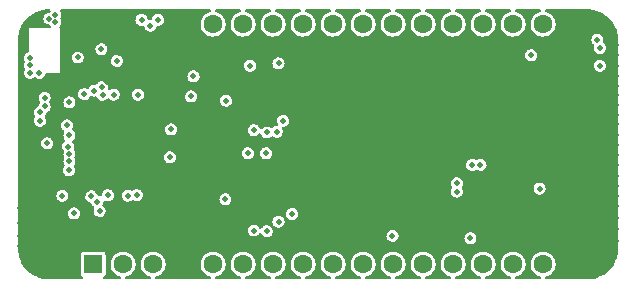
<source format=gbr>
%TF.GenerationSoftware,KiCad,Pcbnew,(5.99.0-6542-g16b0689841)*%
%TF.CreationDate,2021-01-03T15:15:31-08:00*%
%TF.ProjectId,SX1303,53583133-3033-42e6-9b69-6361645f7063,rev?*%
%TF.SameCoordinates,Original*%
%TF.FileFunction,Copper,L2,Inr*%
%TF.FilePolarity,Positive*%
%FSLAX46Y46*%
G04 Gerber Fmt 4.6, Leading zero omitted, Abs format (unit mm)*
G04 Created by KiCad (PCBNEW (5.99.0-6542-g16b0689841)) date 2021-01-03 15:15:31*
%MOMM*%
%LPD*%
G01*
G04 APERTURE LIST*
%TA.AperFunction,ComponentPad*%
%ADD10R,1.600000X1.600000*%
%TD*%
%TA.AperFunction,ComponentPad*%
%ADD11C,1.600000*%
%TD*%
%TA.AperFunction,ViaPad*%
%ADD12C,0.503200*%
%TD*%
G04 APERTURE END LIST*
D10*
%TO.N,Net-(A1-Pad1)*%
%TO.C,A1*%
X109500000Y-77700000D03*
D11*
%TO.N,+3V3*%
X112040000Y-77700000D03*
%TO.N,Net-(A1-Pad3)*%
X114580000Y-77700000D03*
%TO.N,GND*%
X117120000Y-77700000D03*
%TO.N,Net-(A1-Pad5)*%
X119660000Y-77700000D03*
%TO.N,Net-(A1-Pad6)*%
X122200000Y-77700000D03*
%TO.N,Net-(A1-Pad7)*%
X124740000Y-77700000D03*
%TO.N,Net-(A1-Pad8)*%
X127280000Y-77700000D03*
%TO.N,Net-(A1-Pad9)*%
X129820000Y-77700000D03*
%TO.N,GPS_PPS*%
X132360000Y-77700000D03*
%TO.N,HOST_SCK*%
X134900000Y-77700000D03*
%TO.N,HOST_MOSI*%
X137440000Y-77700000D03*
%TO.N,HOST_MISO*%
X139980000Y-77700000D03*
%TO.N,GPS_TX*%
X142520000Y-77700000D03*
%TO.N,GPS_RX*%
X145060000Y-77700000D03*
%TO.N,Net-(A1-Pad16)*%
X147600000Y-77700000D03*
%TO.N,Net-(A1-Pad17)*%
X147600000Y-57380000D03*
%TO.N,Net-(A1-Pad18)*%
X145060000Y-57380000D03*
%TO.N,Net-(A1-Pad19)*%
X142520000Y-57380000D03*
%TO.N,Net-(A1-Pad20)*%
X139980000Y-57380000D03*
%TO.N,Net-(A1-Pad21)*%
X137440000Y-57380000D03*
%TO.N,Net-(A1-Pad22)*%
X134900000Y-57380000D03*
%TO.N,Net-(A1-Pad23)*%
X132360000Y-57380000D03*
%TO.N,HOST_RESET*%
X129820000Y-57380000D03*
%TO.N,HOST_CSN*%
X127280000Y-57380000D03*
%TO.N,VBUS*%
X124740000Y-57380000D03*
%TO.N,Net-(A1-Pad27)*%
X122200000Y-57380000D03*
%TO.N,+BATT*%
X119660000Y-57380000D03*
%TD*%
D12*
%TO.N,GPS_RX*%
X141600000Y-69300000D03*
%TO.N,GND*%
X127500000Y-66500000D03*
X130300000Y-74500000D03*
X152000000Y-64850000D03*
X136450000Y-72550000D03*
X134800000Y-64100000D03*
X152500000Y-64200000D03*
X137150000Y-71950000D03*
X127600000Y-69800000D03*
X133600000Y-78700000D03*
X112700000Y-69900000D03*
X149400000Y-67800000D03*
X118400000Y-56400000D03*
X136000000Y-65300000D03*
X114350000Y-69000000D03*
X124300000Y-71700000D03*
X148100000Y-65250000D03*
X149500000Y-78700000D03*
X105500000Y-69800000D03*
X125150000Y-68250000D03*
X147600000Y-64600000D03*
X126000000Y-56400000D03*
X150900000Y-75600000D03*
X150100000Y-71400000D03*
X129300000Y-68400000D03*
X144500000Y-64600000D03*
X109300000Y-65200000D03*
X135400000Y-69750000D03*
X111100000Y-65150000D03*
X103400000Y-62400000D03*
X152850000Y-56950000D03*
X111900000Y-69000000D03*
X108800000Y-56500000D03*
X150000000Y-73450000D03*
X112800000Y-56500000D03*
X137800000Y-68900000D03*
X149100000Y-62000000D03*
X142600000Y-61800000D03*
X149100000Y-75300000D03*
X135200000Y-73650000D03*
X103400000Y-67350000D03*
X126900000Y-72500000D03*
X146050000Y-65250000D03*
X140900000Y-68900000D03*
X128400000Y-74200000D03*
X129300000Y-73600000D03*
X139600000Y-64700000D03*
X117300000Y-62800000D03*
X109700000Y-70150000D03*
X128050000Y-75000000D03*
X149900000Y-78000000D03*
X128550000Y-56400000D03*
X103350000Y-74200000D03*
X110700000Y-62300000D03*
X133500000Y-68100000D03*
X143100000Y-65200000D03*
X132300000Y-68900000D03*
X128400000Y-63100000D03*
X153700000Y-76700000D03*
X146700000Y-66900000D03*
X122450000Y-73100000D03*
X123500000Y-78700000D03*
X134200000Y-67800000D03*
X104400000Y-78250000D03*
X132000000Y-63800000D03*
X150900000Y-64850000D03*
X152100000Y-78600000D03*
X153800000Y-61800000D03*
X130800000Y-74100000D03*
X149000000Y-67000000D03*
X132500000Y-62600000D03*
X143700000Y-68400000D03*
X129900000Y-65100000D03*
X115100000Y-59200000D03*
X150900000Y-73450000D03*
X110700000Y-56500000D03*
X138400000Y-74000000D03*
X137600000Y-74700000D03*
X150400000Y-78700000D03*
X137700000Y-72600000D03*
X138900000Y-69900000D03*
X113550000Y-65150000D03*
X142900000Y-68000000D03*
X131100000Y-78700000D03*
X103450000Y-76950000D03*
X148200000Y-67300000D03*
X118450000Y-63900000D03*
X150000000Y-75600000D03*
X153800000Y-70200000D03*
X115800000Y-78700000D03*
X151000000Y-71400000D03*
X131100000Y-56400000D03*
X115650000Y-56450000D03*
X103700000Y-57500000D03*
X147050000Y-73100000D03*
X129200000Y-61000000D03*
X140600000Y-66800000D03*
X141500000Y-66800000D03*
X130200000Y-73600000D03*
X108200000Y-78700000D03*
X132600000Y-68100000D03*
X153800000Y-69300000D03*
X113500000Y-67500000D03*
X118350000Y-72200000D03*
X153800000Y-75700000D03*
X132600000Y-73700000D03*
X111900000Y-66400000D03*
X148500000Y-62900000D03*
X104400000Y-62400000D03*
X128600000Y-69800000D03*
X131200000Y-67300000D03*
X149000000Y-65050000D03*
X111100000Y-73400000D03*
X153000000Y-64850000D03*
X129000000Y-75000000D03*
X145500000Y-63000000D03*
X136300000Y-74900000D03*
X140600000Y-63500000D03*
X124350000Y-63300000D03*
X153800000Y-71050000D03*
X143650000Y-62550000D03*
X129200000Y-65900000D03*
X129100000Y-64500000D03*
X130900000Y-69400000D03*
X135300000Y-64800000D03*
X146500000Y-64600000D03*
X132500000Y-66100000D03*
X145000000Y-63800000D03*
X153800000Y-59150000D03*
X113300000Y-78700000D03*
X149900000Y-62000000D03*
X111700000Y-56500000D03*
X144750000Y-74400000D03*
X152000000Y-71400000D03*
X130200000Y-62400000D03*
X149100000Y-77400000D03*
X118800000Y-61800000D03*
X144200000Y-63800000D03*
X148400000Y-68000000D03*
X151350000Y-74500000D03*
X153800000Y-66750000D03*
X151300000Y-78700000D03*
X136200000Y-58100000D03*
X149700000Y-56400000D03*
X144200000Y-69200000D03*
X148800000Y-70200000D03*
X110700000Y-68800000D03*
X109200000Y-59400000D03*
X136300000Y-63800000D03*
X120700000Y-59700000D03*
X136300000Y-63100000D03*
X110900000Y-78700000D03*
X152800000Y-78200000D03*
X129900000Y-75000000D03*
X130900000Y-66300000D03*
X153700000Y-58300000D03*
X141300000Y-78700000D03*
X137800000Y-67900000D03*
X149900000Y-64850000D03*
X118500000Y-78700000D03*
X151900000Y-77100000D03*
X130900000Y-65400000D03*
X127600000Y-74400000D03*
X149600000Y-70600000D03*
X113100000Y-58400000D03*
X103400000Y-61400000D03*
X153800000Y-65050000D03*
X135800000Y-73050000D03*
X152000000Y-57600000D03*
X109300000Y-67600000D03*
X144700000Y-67700000D03*
X149950000Y-67200000D03*
X109250000Y-69700000D03*
X126800000Y-64800000D03*
X123200000Y-64700000D03*
X140900000Y-67400000D03*
X134800000Y-66300000D03*
X150450000Y-60900000D03*
X142800000Y-60900000D03*
X139040000Y-65300000D03*
X103400000Y-63450000D03*
X134500000Y-69200000D03*
X134100000Y-65400000D03*
X113300000Y-61650000D03*
X106600000Y-78700000D03*
X126800000Y-65900000D03*
X138700000Y-78700000D03*
X149100000Y-71450000D03*
X103400000Y-58400000D03*
X150450000Y-61600000D03*
X151400000Y-64200000D03*
X114100000Y-69900000D03*
X129400000Y-74400000D03*
X130800000Y-72200000D03*
X148700000Y-76500000D03*
X150500000Y-56400000D03*
X145800000Y-67500000D03*
X110600000Y-66200000D03*
X114500000Y-73100000D03*
X144750000Y-73100000D03*
X143500000Y-69200000D03*
X126300000Y-69800000D03*
X117400000Y-56400000D03*
X103350000Y-76200000D03*
X104300000Y-56900000D03*
X141100000Y-61200000D03*
X145100000Y-71800000D03*
X130100000Y-61000000D03*
X144300000Y-66900000D03*
X145100000Y-66900000D03*
X137250000Y-62850000D03*
X148350000Y-75500000D03*
X139500000Y-68000000D03*
X143800000Y-78700000D03*
X152800000Y-77100000D03*
X129700000Y-69800000D03*
X146000000Y-62400000D03*
X134150000Y-70650000D03*
X128500000Y-78700000D03*
X132400000Y-64500000D03*
X128100000Y-70600000D03*
X103400000Y-71700000D03*
X151300000Y-56400000D03*
X128400000Y-61000000D03*
X144500000Y-62900000D03*
X109700000Y-56500000D03*
X141450000Y-74400000D03*
X143450000Y-71800000D03*
X126000000Y-78700000D03*
X143100000Y-64200000D03*
X138500000Y-65900000D03*
X137700000Y-63800000D03*
X133300000Y-62600000D03*
X103400000Y-66350000D03*
X132600000Y-75000000D03*
X143450000Y-73100000D03*
X103400000Y-69350000D03*
X153800000Y-60000000D03*
X134700000Y-62400000D03*
X137250000Y-61700000D03*
X147400000Y-74300000D03*
X132500000Y-65300000D03*
X146300000Y-56400000D03*
X151300000Y-58100000D03*
X105500000Y-69100000D03*
X136300000Y-62300000D03*
X153400000Y-77500000D03*
X153800000Y-71900000D03*
X149100000Y-72150000D03*
X113100000Y-59500000D03*
X127200000Y-70600000D03*
X136200000Y-56400000D03*
X147100000Y-67700000D03*
X127700000Y-68200000D03*
X153800000Y-74700000D03*
X153800000Y-67600000D03*
X111800000Y-67700000D03*
X143800000Y-60900000D03*
X103400000Y-68350000D03*
X141800000Y-60900000D03*
X138800000Y-73000000D03*
X122100000Y-59700000D03*
X130200000Y-68900000D03*
X151300000Y-57000000D03*
X153800000Y-73750000D03*
X153800000Y-68450000D03*
X130900000Y-68300000D03*
X135000000Y-67800000D03*
X124400000Y-64550000D03*
X114850000Y-61900000D03*
X127600000Y-73600000D03*
X128400000Y-73400000D03*
X116450000Y-61050000D03*
X152600000Y-70600000D03*
X130600000Y-64600000D03*
X143650000Y-63400000D03*
X138500000Y-69400000D03*
X112200000Y-65500000D03*
X136600000Y-73900000D03*
X133000000Y-63600000D03*
X145300000Y-75000000D03*
X148200000Y-69400000D03*
X103400000Y-65350000D03*
X103400000Y-70500000D03*
X134700000Y-71500000D03*
X147100000Y-69400000D03*
X121450000Y-62150000D03*
X131000000Y-62400000D03*
X148700000Y-78700000D03*
X109300000Y-66550000D03*
X112000000Y-73300000D03*
X143450000Y-74400000D03*
X118800000Y-59700000D03*
X153000000Y-67200000D03*
X103350000Y-75350000D03*
X131800000Y-61000000D03*
X150800000Y-77100000D03*
X136000000Y-61600000D03*
X103400000Y-64400000D03*
X138650000Y-56400000D03*
X146500000Y-63000000D03*
X147400000Y-66900000D03*
X131000000Y-63100000D03*
X131900000Y-63100000D03*
X130000000Y-72700000D03*
X141500000Y-72450000D03*
X130700000Y-70400000D03*
X105650000Y-66700000D03*
X151500000Y-70600000D03*
X125850000Y-69050000D03*
X131600000Y-71600000D03*
X137200000Y-70800000D03*
X129200000Y-72700000D03*
X141500000Y-63500000D03*
X150000000Y-76600000D03*
X142400000Y-66800000D03*
X133300000Y-69400000D03*
X110500000Y-67500000D03*
X111100000Y-70150000D03*
X135400000Y-61000000D03*
X152000000Y-67200000D03*
X152000000Y-62000000D03*
X117850000Y-68650000D03*
X133650000Y-56400000D03*
X108200000Y-71100000D03*
X153800000Y-72800000D03*
X125450000Y-70150000D03*
X130200000Y-66900000D03*
X129300000Y-63100000D03*
X137700000Y-70000000D03*
X135400000Y-65800000D03*
X103400000Y-59400000D03*
X152900000Y-62000000D03*
X134200000Y-63500000D03*
X135700000Y-67500000D03*
X150950000Y-67200000D03*
X146300000Y-78700000D03*
X124400000Y-72950000D03*
X145100000Y-62400000D03*
X105050000Y-78600000D03*
X119700000Y-59700000D03*
X145900000Y-69200000D03*
X150400000Y-64200000D03*
X134500000Y-60800000D03*
X130800000Y-73100000D03*
X139400000Y-69400000D03*
X121000000Y-78700000D03*
X136800000Y-66500000D03*
X132600000Y-61000000D03*
X147050000Y-65250000D03*
X129300000Y-67300000D03*
X109600000Y-60500000D03*
X134100000Y-62700000D03*
X132300000Y-70000000D03*
X109200000Y-60000000D03*
X127600000Y-63050000D03*
X118800000Y-61000000D03*
X150450000Y-60200000D03*
X151100000Y-62000000D03*
X145500000Y-68400000D03*
X129000000Y-70600000D03*
X113000000Y-68800000D03*
X131000000Y-61000000D03*
X120950000Y-56400000D03*
X114350000Y-66550000D03*
X144400000Y-61900000D03*
X137600000Y-73500000D03*
X128300000Y-65900000D03*
X127600000Y-72700000D03*
X116000000Y-59200000D03*
X149100000Y-73750000D03*
X148500000Y-64400000D03*
X107450000Y-78700000D03*
X147700000Y-68600000D03*
X141600000Y-61800000D03*
X140700000Y-61800000D03*
X128400000Y-72700000D03*
X130200000Y-63100000D03*
X130200000Y-67800000D03*
X136300000Y-67000000D03*
X121250000Y-70500000D03*
X126500000Y-66850000D03*
X140200000Y-69400000D03*
X137250000Y-69500000D03*
X125850000Y-67500000D03*
X105850000Y-78700000D03*
X143750000Y-56400000D03*
X109300000Y-68700000D03*
X136100000Y-78700000D03*
X151500000Y-77900000D03*
X120500000Y-67900000D03*
X145400000Y-64600000D03*
X150500000Y-67800000D03*
X153000000Y-71400000D03*
X137200000Y-68650000D03*
X147000000Y-63800000D03*
X133500000Y-60800000D03*
X147850000Y-70400000D03*
X149400000Y-64200000D03*
X143600000Y-61800000D03*
X138500000Y-64700000D03*
X128300000Y-65200000D03*
X152100000Y-56550000D03*
X153800000Y-65850000D03*
X133200000Y-66400000D03*
X145100000Y-69200000D03*
X148350000Y-71050000D03*
X148600000Y-56400000D03*
X105000000Y-56500000D03*
X103350000Y-72950000D03*
X142100000Y-67700000D03*
X146750000Y-74900000D03*
X146200000Y-76450000D03*
X147100000Y-76450000D03*
X133250000Y-70650000D03*
X149100000Y-73000000D03*
X150400000Y-70600000D03*
X152700000Y-57600000D03*
X153350000Y-57550000D03*
X151500000Y-67800000D03*
X139600000Y-65900000D03*
X141200000Y-68100000D03*
X133300000Y-64900000D03*
X153800000Y-60900000D03*
X146000000Y-63800000D03*
X115600000Y-61200000D03*
X116400000Y-62800000D03*
X146150000Y-69850000D03*
X141250000Y-56400000D03*
X117200000Y-65700000D03*
X123450000Y-56400000D03*
X126300000Y-70600000D03*
X126300000Y-68400000D03*
X118800000Y-62600000D03*
X146800000Y-70400000D03*
X130800000Y-75000000D03*
X153800000Y-64200000D03*
X152500000Y-74500000D03*
X143400000Y-67500000D03*
X152500000Y-67800000D03*
X132550000Y-72200000D03*
X103400000Y-60400000D03*
X135200000Y-74450000D03*
X130100000Y-65900000D03*
X134000000Y-66400000D03*
X114000000Y-62300000D03*
X148000000Y-63600000D03*
X147600000Y-62600000D03*
X136600000Y-60950000D03*
X129900000Y-70600000D03*
X144700000Y-60900000D03*
X153800000Y-62600000D03*
X143700000Y-64600000D03*
X146600000Y-68500000D03*
X137000000Y-63800000D03*
X113000000Y-66200000D03*
X132200000Y-70900000D03*
X153800000Y-63350000D03*
X135400000Y-68800000D03*
X128300000Y-64500000D03*
X147800000Y-76100000D03*
X135400000Y-70850000D03*
%TO.N,VDD_RF*%
X125200000Y-60700000D03*
X124150000Y-68300000D03*
X120700000Y-72200000D03*
X120750000Y-63850000D03*
X146600000Y-60000000D03*
%TO.N,TCXO_32Mhz*%
X122600000Y-68300000D03*
X118000000Y-61800000D03*
%TO.N,RADIOA_CSN*%
X125600000Y-65550000D03*
X108750000Y-63300000D03*
%TO.N,RADIOA_MOSI*%
X124200000Y-66550000D03*
X109600000Y-63000000D03*
%TO.N,RADIOA_SCK*%
X110300000Y-63350000D03*
X125050000Y-66500000D03*
%TO.N,RADIO_A_IQ2*%
X122800000Y-60900000D03*
X117800000Y-63500000D03*
%TO.N,RADIOB_RESET*%
X123100000Y-74850000D03*
X112450000Y-71900000D03*
%TO.N,RADIOB_SCK*%
X125200000Y-74100000D03*
X109850000Y-72400000D03*
%TO.N,RADIOB_MOSI*%
X109350000Y-71950000D03*
X124200000Y-74900000D03*
%TO.N,RADIOB_CSN*%
X126350000Y-73450000D03*
X110046110Y-73200000D03*
%TO.N,RADIOA_RESET*%
X123100575Y-66350169D03*
X107500000Y-69000000D03*
%TO.N,HOST_SCK*%
X105000000Y-65550000D03*
%TO.N,HOST_MOSI*%
X105000000Y-64850000D03*
%TO.N,HOST_MISO*%
X105400000Y-64350000D03*
%TO.N,+3V3*%
X110233175Y-62723352D03*
X116105376Y-66292860D03*
X113200000Y-71850000D03*
X140300000Y-71550000D03*
X140300000Y-70850000D03*
X107447665Y-69750000D03*
X111250000Y-63350000D03*
X147300000Y-71300000D03*
X105400000Y-63600000D03*
X111500000Y-60500000D03*
%TO.N,+1V2*%
X104150000Y-60850000D03*
X104150000Y-60250000D03*
X104150000Y-61500000D03*
X107300000Y-65950000D03*
X113300000Y-63350000D03*
X104950000Y-61500000D03*
X110750000Y-71850000D03*
X110200000Y-59500000D03*
X116000000Y-68650000D03*
%TO.N,HOST_RESET*%
X107500000Y-66800000D03*
%TO.N,HOST_CSN*%
X107500000Y-64000000D03*
%TO.N,VBUS*%
X113600000Y-57000000D03*
X105800000Y-56900000D03*
X114350000Y-57500000D03*
X152400000Y-59400000D03*
X106300000Y-56600000D03*
X106300000Y-57200000D03*
X115000000Y-57000000D03*
X152400000Y-60900000D03*
X152200000Y-58700000D03*
X108200000Y-60200000D03*
%TO.N,SX1303_CSD*%
X107399620Y-67747641D03*
X107900000Y-73400000D03*
%TO.N,GPS_PPS*%
X141450000Y-75500000D03*
X105600000Y-67450000D03*
X134850000Y-75300000D03*
%TO.N,SX1303_TXRX*%
X107500000Y-68369797D03*
X106900000Y-71900000D03*
%TO.N,GPS_TX*%
X142300000Y-69300000D03*
%TD*%
%TA.AperFunction,Conductor*%
%TO.N,GND*%
G36*
X105843862Y-56134002D02*
G01*
X105890355Y-56187658D01*
X105900459Y-56257932D01*
X105881054Y-56309175D01*
X105878761Y-56312666D01*
X105872819Y-56319394D01*
X105869003Y-56327521D01*
X105864077Y-56335021D01*
X105861370Y-56333243D01*
X105824854Y-56374501D01*
X105757079Y-56393791D01*
X105730636Y-56393629D01*
X105722005Y-56396096D01*
X105722003Y-56396096D01*
X105599933Y-56430983D01*
X105599931Y-56430984D01*
X105591302Y-56433450D01*
X105583711Y-56438239D01*
X105583710Y-56438240D01*
X105488668Y-56498208D01*
X105468746Y-56510778D01*
X105372819Y-56619394D01*
X105369004Y-56627520D01*
X105325870Y-56719394D01*
X105311233Y-56750569D01*
X105309852Y-56759438D01*
X105290946Y-56880863D01*
X105288938Y-56893756D01*
X105290102Y-56902658D01*
X105290102Y-56902661D01*
X105306564Y-57028546D01*
X105307728Y-57037445D01*
X105329901Y-57087837D01*
X105355731Y-57146539D01*
X105366091Y-57170085D01*
X105459335Y-57281013D01*
X105466806Y-57285986D01*
X105466807Y-57285987D01*
X105572491Y-57356336D01*
X105572495Y-57356338D01*
X105579966Y-57361311D01*
X105588539Y-57363989D01*
X105588538Y-57363989D01*
X105697205Y-57397939D01*
X105718285Y-57404525D01*
X105727256Y-57404689D01*
X105727260Y-57404690D01*
X105759564Y-57405282D01*
X105827307Y-57426530D01*
X105863284Y-57463706D01*
X105866091Y-57470085D01*
X105892791Y-57501848D01*
X105893210Y-57502347D01*
X105921731Y-57567362D01*
X105910575Y-57637477D01*
X105863283Y-57690429D01*
X105796759Y-57709422D01*
X104100000Y-57709422D01*
X104100000Y-59643061D01*
X104079998Y-59711182D01*
X104008625Y-59764209D01*
X103941302Y-59783450D01*
X103933711Y-59788239D01*
X103933710Y-59788240D01*
X103880750Y-59821656D01*
X103818746Y-59860778D01*
X103722819Y-59969394D01*
X103661233Y-60100569D01*
X103659852Y-60109438D01*
X103640541Y-60233463D01*
X103638938Y-60243756D01*
X103640102Y-60252658D01*
X103640102Y-60252661D01*
X103654593Y-60363470D01*
X103657728Y-60387445D01*
X103707253Y-60500000D01*
X103707473Y-60500499D01*
X103706199Y-60604793D01*
X103700078Y-60617831D01*
X103661233Y-60700569D01*
X103659852Y-60709438D01*
X103646925Y-60792463D01*
X103638938Y-60843756D01*
X103640102Y-60852658D01*
X103640102Y-60852661D01*
X103656456Y-60977719D01*
X103657728Y-60987445D01*
X103666412Y-61007181D01*
X103716091Y-61120085D01*
X103714159Y-61120935D01*
X103729976Y-61177842D01*
X103718044Y-61229564D01*
X103669270Y-61333450D01*
X103661233Y-61350569D01*
X103659852Y-61359438D01*
X103653249Y-61401848D01*
X103638938Y-61493756D01*
X103640102Y-61502658D01*
X103640102Y-61502661D01*
X103646379Y-61550660D01*
X103657728Y-61637445D01*
X103716091Y-61770085D01*
X103809335Y-61881013D01*
X103816806Y-61885986D01*
X103816807Y-61885987D01*
X103922491Y-61956336D01*
X103922495Y-61956338D01*
X103929966Y-61961311D01*
X104068285Y-62004525D01*
X104077257Y-62004689D01*
X104077260Y-62004690D01*
X104143272Y-62005900D01*
X104213173Y-62007181D01*
X104283078Y-61988122D01*
X104344319Y-61971426D01*
X104344320Y-61971426D01*
X104352982Y-61969064D01*
X104360632Y-61964367D01*
X104360634Y-61964366D01*
X104418972Y-61928546D01*
X104476474Y-61893240D01*
X104476833Y-61893824D01*
X104535666Y-61868446D01*
X104620773Y-61888627D01*
X104722491Y-61956336D01*
X104722495Y-61956338D01*
X104729966Y-61961311D01*
X104868285Y-62004525D01*
X104877257Y-62004689D01*
X104877260Y-62004690D01*
X104943272Y-62005900D01*
X105013173Y-62007181D01*
X105083078Y-61988122D01*
X105144319Y-61971426D01*
X105144320Y-61971426D01*
X105152982Y-61969064D01*
X105160632Y-61964367D01*
X105160634Y-61964366D01*
X105268822Y-61897939D01*
X105268825Y-61897936D01*
X105276474Y-61893240D01*
X105287542Y-61881013D01*
X105366522Y-61793756D01*
X117488938Y-61793756D01*
X117490102Y-61802658D01*
X117490102Y-61802661D01*
X117502272Y-61895723D01*
X117507728Y-61937445D01*
X117566091Y-62070085D01*
X117659335Y-62181013D01*
X117666806Y-62185986D01*
X117666807Y-62185987D01*
X117772491Y-62256336D01*
X117772495Y-62256338D01*
X117779966Y-62261311D01*
X117918285Y-62304525D01*
X117927257Y-62304689D01*
X117927260Y-62304690D01*
X117993272Y-62305900D01*
X118063173Y-62307181D01*
X118133078Y-62288122D01*
X118194319Y-62271426D01*
X118194320Y-62271426D01*
X118202982Y-62269064D01*
X118210632Y-62264367D01*
X118210634Y-62264366D01*
X118318822Y-62197939D01*
X118318825Y-62197936D01*
X118326474Y-62193240D01*
X118337542Y-62181013D01*
X118417693Y-62092463D01*
X118417694Y-62092462D01*
X118423721Y-62085803D01*
X118431337Y-62070085D01*
X118482991Y-61963470D01*
X118482991Y-61963469D01*
X118486905Y-61955391D01*
X118510947Y-61812487D01*
X118511100Y-61800000D01*
X118490556Y-61656551D01*
X118484142Y-61642443D01*
X118434293Y-61532808D01*
X118430577Y-61524634D01*
X118335984Y-61414854D01*
X118315918Y-61401848D01*
X118221913Y-61340916D01*
X118221911Y-61340915D01*
X118214382Y-61336035D01*
X118205785Y-61333464D01*
X118205783Y-61333463D01*
X118086997Y-61297939D01*
X118075545Y-61294514D01*
X118066569Y-61294459D01*
X118066568Y-61294459D01*
X118004179Y-61294078D01*
X117930636Y-61293629D01*
X117922005Y-61296096D01*
X117922003Y-61296096D01*
X117799933Y-61330983D01*
X117799931Y-61330984D01*
X117791302Y-61333450D01*
X117783711Y-61338239D01*
X117783710Y-61338240D01*
X117734858Y-61369064D01*
X117668746Y-61410778D01*
X117572819Y-61519394D01*
X117511233Y-61650569D01*
X117509852Y-61659438D01*
X117492624Y-61770085D01*
X117488938Y-61793756D01*
X105366522Y-61793756D01*
X105367693Y-61792463D01*
X105367694Y-61792462D01*
X105373721Y-61785803D01*
X105381337Y-61770085D01*
X105432991Y-61663470D01*
X105432991Y-61663469D01*
X105436905Y-61655391D01*
X105443781Y-61614518D01*
X105474807Y-61550660D01*
X105568035Y-61509422D01*
X106700000Y-61509422D01*
X106700000Y-60193756D01*
X107688938Y-60193756D01*
X107690102Y-60202658D01*
X107690102Y-60202661D01*
X107705663Y-60321656D01*
X107707728Y-60337445D01*
X107766091Y-60470085D01*
X107859335Y-60581013D01*
X107866806Y-60585986D01*
X107866807Y-60585987D01*
X107972491Y-60656336D01*
X107972495Y-60656338D01*
X107979966Y-60661311D01*
X108004782Y-60669064D01*
X108105623Y-60700569D01*
X108118285Y-60704525D01*
X108127257Y-60704689D01*
X108127260Y-60704690D01*
X108193272Y-60705900D01*
X108263173Y-60707181D01*
X108344956Y-60684884D01*
X108394319Y-60671426D01*
X108394320Y-60671426D01*
X108402982Y-60669064D01*
X108410632Y-60664367D01*
X108410634Y-60664366D01*
X108518822Y-60597939D01*
X108518825Y-60597936D01*
X108526474Y-60593240D01*
X108537542Y-60581013D01*
X108616522Y-60493756D01*
X110988938Y-60493756D01*
X110990102Y-60502658D01*
X110990102Y-60502661D01*
X111006430Y-60627520D01*
X111007728Y-60637445D01*
X111066091Y-60770085D01*
X111159335Y-60881013D01*
X111166806Y-60885986D01*
X111166807Y-60885987D01*
X111272491Y-60956336D01*
X111272495Y-60956338D01*
X111279966Y-60961311D01*
X111418285Y-61004525D01*
X111427257Y-61004689D01*
X111427260Y-61004690D01*
X111493272Y-61005900D01*
X111563173Y-61007181D01*
X111633077Y-60988123D01*
X111694319Y-60971426D01*
X111694320Y-60971426D01*
X111702982Y-60969064D01*
X111710632Y-60964367D01*
X111710634Y-60964366D01*
X111818822Y-60897939D01*
X111818825Y-60897936D01*
X111825633Y-60893756D01*
X122288938Y-60893756D01*
X122290102Y-60902658D01*
X122290102Y-60902661D01*
X122303749Y-61007016D01*
X122307728Y-61037445D01*
X122366091Y-61170085D01*
X122459335Y-61281013D01*
X122466806Y-61285986D01*
X122466807Y-61285987D01*
X122572491Y-61356336D01*
X122572495Y-61356338D01*
X122579966Y-61361311D01*
X122718285Y-61404525D01*
X122727257Y-61404689D01*
X122727260Y-61404690D01*
X122793272Y-61405900D01*
X122863173Y-61407181D01*
X122933077Y-61388123D01*
X122994319Y-61371426D01*
X122994320Y-61371426D01*
X123002982Y-61369064D01*
X123010632Y-61364367D01*
X123010634Y-61364366D01*
X123118822Y-61297939D01*
X123118825Y-61297936D01*
X123126474Y-61293240D01*
X123137542Y-61281013D01*
X123217693Y-61192463D01*
X123217694Y-61192462D01*
X123223721Y-61185803D01*
X123231337Y-61170085D01*
X123282991Y-61063470D01*
X123282991Y-61063469D01*
X123286905Y-61055391D01*
X123310947Y-60912487D01*
X123311100Y-60900000D01*
X123309179Y-60886583D01*
X123291829Y-60765438D01*
X123291829Y-60765436D01*
X123290556Y-60756551D01*
X123284142Y-60742443D01*
X123268034Y-60707016D01*
X123262006Y-60693756D01*
X124688938Y-60693756D01*
X124690102Y-60702658D01*
X124690102Y-60702661D01*
X124706564Y-60828546D01*
X124707728Y-60837445D01*
X124766091Y-60970085D01*
X124859335Y-61081013D01*
X124866806Y-61085986D01*
X124866807Y-61085987D01*
X124972491Y-61156336D01*
X124972495Y-61156338D01*
X124979966Y-61161311D01*
X125118285Y-61204525D01*
X125127257Y-61204689D01*
X125127260Y-61204690D01*
X125193272Y-61205900D01*
X125263173Y-61207181D01*
X125341585Y-61185803D01*
X125394319Y-61171426D01*
X125394320Y-61171426D01*
X125402982Y-61169064D01*
X125410632Y-61164367D01*
X125410634Y-61164366D01*
X125518822Y-61097939D01*
X125518825Y-61097936D01*
X125526474Y-61093240D01*
X125537542Y-61081013D01*
X125617693Y-60992463D01*
X125617694Y-60992462D01*
X125623721Y-60985803D01*
X125631337Y-60970085D01*
X125668317Y-60893756D01*
X151888938Y-60893756D01*
X151890102Y-60902658D01*
X151890102Y-60902661D01*
X151903749Y-61007016D01*
X151907728Y-61037445D01*
X151966091Y-61170085D01*
X152059335Y-61281013D01*
X152066806Y-61285986D01*
X152066807Y-61285987D01*
X152172491Y-61356336D01*
X152172495Y-61356338D01*
X152179966Y-61361311D01*
X152318285Y-61404525D01*
X152327257Y-61404689D01*
X152327260Y-61404690D01*
X152393272Y-61405900D01*
X152463173Y-61407181D01*
X152533077Y-61388123D01*
X152594319Y-61371426D01*
X152594320Y-61371426D01*
X152602982Y-61369064D01*
X152610632Y-61364367D01*
X152610634Y-61364366D01*
X152718822Y-61297939D01*
X152718825Y-61297936D01*
X152726474Y-61293240D01*
X152737542Y-61281013D01*
X152817693Y-61192463D01*
X152817694Y-61192462D01*
X152823721Y-61185803D01*
X152831337Y-61170085D01*
X152882991Y-61063470D01*
X152882991Y-61063469D01*
X152886905Y-61055391D01*
X152910947Y-60912487D01*
X152911100Y-60900000D01*
X152909179Y-60886583D01*
X152891829Y-60765438D01*
X152891829Y-60765436D01*
X152890556Y-60756551D01*
X152884142Y-60742443D01*
X152868034Y-60707016D01*
X152830577Y-60624634D01*
X152735984Y-60514854D01*
X152691164Y-60485803D01*
X152621913Y-60440916D01*
X152621911Y-60440915D01*
X152614382Y-60436035D01*
X152605785Y-60433464D01*
X152605783Y-60433463D01*
X152486997Y-60397939D01*
X152475545Y-60394514D01*
X152466569Y-60394459D01*
X152466568Y-60394459D01*
X152404179Y-60394078D01*
X152330636Y-60393629D01*
X152322005Y-60396096D01*
X152322003Y-60396096D01*
X152199933Y-60430983D01*
X152199931Y-60430984D01*
X152191302Y-60433450D01*
X152183711Y-60438239D01*
X152183710Y-60438240D01*
X152078656Y-60504525D01*
X152068746Y-60510778D01*
X151972819Y-60619394D01*
X151911233Y-60750569D01*
X151909852Y-60759438D01*
X151893654Y-60863470D01*
X151888938Y-60893756D01*
X125668317Y-60893756D01*
X125682991Y-60863470D01*
X125682991Y-60863469D01*
X125686905Y-60855391D01*
X125704540Y-60750569D01*
X125710140Y-60717285D01*
X125710140Y-60717282D01*
X125710947Y-60712487D01*
X125711100Y-60700000D01*
X125705869Y-60663470D01*
X125691829Y-60565438D01*
X125691829Y-60565436D01*
X125690556Y-60556551D01*
X125684142Y-60542443D01*
X125672703Y-60517285D01*
X125630577Y-60424634D01*
X125535984Y-60314854D01*
X125477520Y-60276959D01*
X125421913Y-60240916D01*
X125421911Y-60240915D01*
X125414382Y-60236035D01*
X125405785Y-60233464D01*
X125405783Y-60233463D01*
X125319382Y-60207624D01*
X125275545Y-60194514D01*
X125266569Y-60194459D01*
X125266568Y-60194459D01*
X125204179Y-60194078D01*
X125130636Y-60193629D01*
X125122005Y-60196096D01*
X125122003Y-60196096D01*
X124999933Y-60230983D01*
X124999931Y-60230984D01*
X124991302Y-60233450D01*
X124983711Y-60238239D01*
X124983710Y-60238240D01*
X124897773Y-60292463D01*
X124868746Y-60310778D01*
X124772819Y-60419394D01*
X124769004Y-60427520D01*
X124724808Y-60521656D01*
X124711233Y-60550569D01*
X124709852Y-60559438D01*
X124692783Y-60669064D01*
X124688938Y-60693756D01*
X123262006Y-60693756D01*
X123230577Y-60624634D01*
X123135984Y-60514854D01*
X123091164Y-60485803D01*
X123021913Y-60440916D01*
X123021911Y-60440915D01*
X123014382Y-60436035D01*
X123005785Y-60433464D01*
X123005783Y-60433463D01*
X122886997Y-60397939D01*
X122875545Y-60394514D01*
X122866569Y-60394459D01*
X122866568Y-60394459D01*
X122804179Y-60394078D01*
X122730636Y-60393629D01*
X122722005Y-60396096D01*
X122722003Y-60396096D01*
X122599933Y-60430983D01*
X122599931Y-60430984D01*
X122591302Y-60433450D01*
X122583711Y-60438239D01*
X122583710Y-60438240D01*
X122478656Y-60504525D01*
X122468746Y-60510778D01*
X122372819Y-60619394D01*
X122311233Y-60750569D01*
X122309852Y-60759438D01*
X122293654Y-60863470D01*
X122288938Y-60893756D01*
X111825633Y-60893756D01*
X111826474Y-60893240D01*
X111834038Y-60884884D01*
X111917693Y-60792463D01*
X111917694Y-60792462D01*
X111923721Y-60785803D01*
X111931337Y-60770085D01*
X111982991Y-60663470D01*
X111982991Y-60663469D01*
X111986905Y-60655391D01*
X112004762Y-60549252D01*
X112010140Y-60517285D01*
X112010140Y-60517282D01*
X112010947Y-60512487D01*
X112011100Y-60500000D01*
X112002639Y-60440916D01*
X111991829Y-60365438D01*
X111991829Y-60365436D01*
X111990556Y-60356551D01*
X111984142Y-60342443D01*
X111972804Y-60317507D01*
X111930577Y-60224634D01*
X111835984Y-60114854D01*
X111759745Y-60065438D01*
X111721913Y-60040916D01*
X111721911Y-60040915D01*
X111714382Y-60036035D01*
X111705785Y-60033464D01*
X111705783Y-60033463D01*
X111617349Y-60007016D01*
X111575545Y-59994514D01*
X111566569Y-59994459D01*
X111566568Y-59994459D01*
X111504179Y-59994078D01*
X111451438Y-59993756D01*
X146088938Y-59993756D01*
X146090102Y-60002658D01*
X146090102Y-60002661D01*
X146105663Y-60121656D01*
X146107728Y-60137445D01*
X146166091Y-60270085D01*
X146259335Y-60381013D01*
X146266806Y-60385986D01*
X146266807Y-60385987D01*
X146372491Y-60456336D01*
X146372495Y-60456338D01*
X146379966Y-60461311D01*
X146404782Y-60469064D01*
X146505399Y-60500499D01*
X146518285Y-60504525D01*
X146527257Y-60504689D01*
X146527260Y-60504690D01*
X146593272Y-60505900D01*
X146663173Y-60507181D01*
X146744956Y-60484884D01*
X146794319Y-60471426D01*
X146794320Y-60471426D01*
X146802982Y-60469064D01*
X146810632Y-60464367D01*
X146810634Y-60464366D01*
X146918822Y-60397939D01*
X146918825Y-60397936D01*
X146926474Y-60393240D01*
X146937542Y-60381013D01*
X147017693Y-60292463D01*
X147017694Y-60292462D01*
X147023721Y-60285803D01*
X147031337Y-60270085D01*
X147082991Y-60163470D01*
X147082991Y-60163469D01*
X147086905Y-60155391D01*
X147104540Y-60050569D01*
X147110140Y-60017285D01*
X147110140Y-60017282D01*
X147110947Y-60012487D01*
X147111100Y-60000000D01*
X147110315Y-59994514D01*
X147091829Y-59865438D01*
X147091829Y-59865436D01*
X147090556Y-59856551D01*
X147084142Y-59842443D01*
X147072804Y-59817507D01*
X147030577Y-59724634D01*
X146935984Y-59614854D01*
X146856709Y-59563470D01*
X146821913Y-59540916D01*
X146821911Y-59540915D01*
X146814382Y-59536035D01*
X146805785Y-59533464D01*
X146805783Y-59533463D01*
X146719382Y-59507624D01*
X146675545Y-59494514D01*
X146666569Y-59494459D01*
X146666568Y-59494459D01*
X146604179Y-59494078D01*
X146530636Y-59493629D01*
X146522005Y-59496096D01*
X146522003Y-59496096D01*
X146399933Y-59530983D01*
X146399931Y-59530984D01*
X146391302Y-59533450D01*
X146383711Y-59538239D01*
X146383710Y-59538240D01*
X146276339Y-59605987D01*
X146268746Y-59610778D01*
X146172819Y-59719394D01*
X146169004Y-59727520D01*
X146124808Y-59821656D01*
X146111233Y-59850569D01*
X146109852Y-59859438D01*
X146092783Y-59969064D01*
X146088938Y-59993756D01*
X111451438Y-59993756D01*
X111430636Y-59993629D01*
X111422005Y-59996096D01*
X111422003Y-59996096D01*
X111299933Y-60030983D01*
X111299931Y-60030984D01*
X111291302Y-60033450D01*
X111283711Y-60038239D01*
X111283710Y-60038240D01*
X111197805Y-60092443D01*
X111168746Y-60110778D01*
X111072819Y-60219394D01*
X111069004Y-60227520D01*
X111024808Y-60321656D01*
X111011233Y-60350569D01*
X111009852Y-60359438D01*
X110992624Y-60470085D01*
X110988938Y-60493756D01*
X108616522Y-60493756D01*
X108617693Y-60492463D01*
X108617694Y-60492462D01*
X108623721Y-60485803D01*
X108631337Y-60470085D01*
X108682991Y-60363470D01*
X108682991Y-60363469D01*
X108686905Y-60355391D01*
X108708418Y-60227520D01*
X108710140Y-60217285D01*
X108710140Y-60217282D01*
X108710947Y-60212487D01*
X108711100Y-60200000D01*
X108710315Y-60194514D01*
X108691829Y-60065438D01*
X108691829Y-60065436D01*
X108690556Y-60056551D01*
X108684142Y-60042443D01*
X108668034Y-60007016D01*
X108630577Y-59924634D01*
X108535984Y-59814854D01*
X108494924Y-59788240D01*
X108421913Y-59740916D01*
X108421911Y-59740915D01*
X108414382Y-59736035D01*
X108405785Y-59733464D01*
X108405783Y-59733463D01*
X108321990Y-59708404D01*
X108275545Y-59694514D01*
X108266569Y-59694459D01*
X108266568Y-59694459D01*
X108204179Y-59694078D01*
X108130636Y-59693629D01*
X108122005Y-59696096D01*
X108122003Y-59696096D01*
X107999933Y-59730983D01*
X107999931Y-59730984D01*
X107991302Y-59733450D01*
X107983711Y-59738239D01*
X107983710Y-59738240D01*
X107889094Y-59797939D01*
X107868746Y-59810778D01*
X107772819Y-59919394D01*
X107769004Y-59927520D01*
X107720429Y-60030983D01*
X107711233Y-60050569D01*
X107709852Y-60059438D01*
X107693654Y-60163470D01*
X107688938Y-60193756D01*
X106700000Y-60193756D01*
X106700000Y-59493756D01*
X109688938Y-59493756D01*
X109690102Y-59502658D01*
X109690102Y-59502661D01*
X109705663Y-59621656D01*
X109707728Y-59637445D01*
X109766091Y-59770085D01*
X109859335Y-59881013D01*
X109866806Y-59885986D01*
X109972491Y-59956336D01*
X109972495Y-59956338D01*
X109979966Y-59961311D01*
X110004782Y-59969064D01*
X110094478Y-59997087D01*
X110118285Y-60004525D01*
X110127257Y-60004689D01*
X110127260Y-60004690D01*
X110193272Y-60005900D01*
X110263173Y-60007181D01*
X110344956Y-59984884D01*
X110394319Y-59971426D01*
X110394320Y-59971426D01*
X110402982Y-59969064D01*
X110410632Y-59964367D01*
X110410634Y-59964366D01*
X110518822Y-59897939D01*
X110518825Y-59897936D01*
X110526474Y-59893240D01*
X110537542Y-59881013D01*
X110617693Y-59792463D01*
X110617694Y-59792462D01*
X110623721Y-59785803D01*
X110629372Y-59774141D01*
X110682991Y-59663470D01*
X110682991Y-59663469D01*
X110686905Y-59655391D01*
X110710947Y-59512487D01*
X110711100Y-59500000D01*
X110710315Y-59494514D01*
X110691829Y-59365438D01*
X110691829Y-59365436D01*
X110690556Y-59356551D01*
X110684142Y-59342443D01*
X110649129Y-59265438D01*
X110630577Y-59224634D01*
X110535984Y-59114854D01*
X110497153Y-59089685D01*
X110421913Y-59040916D01*
X110421911Y-59040915D01*
X110414382Y-59036035D01*
X110405785Y-59033464D01*
X110405783Y-59033463D01*
X110307501Y-59004071D01*
X110275545Y-58994514D01*
X110266569Y-58994459D01*
X110266568Y-58994459D01*
X110204179Y-58994078D01*
X110130636Y-58993629D01*
X110122005Y-58996096D01*
X110122003Y-58996096D01*
X109999933Y-59030983D01*
X109999931Y-59030984D01*
X109991302Y-59033450D01*
X109983711Y-59038239D01*
X109983710Y-59038240D01*
X109876339Y-59105987D01*
X109868746Y-59110778D01*
X109772819Y-59219394D01*
X109711233Y-59350569D01*
X109709852Y-59359438D01*
X109704509Y-59393756D01*
X109688938Y-59493756D01*
X106700000Y-59493756D01*
X106700000Y-58693756D01*
X151688938Y-58693756D01*
X151690102Y-58702658D01*
X151690102Y-58702661D01*
X151706564Y-58828546D01*
X151707728Y-58837445D01*
X151766091Y-58970085D01*
X151859335Y-59081013D01*
X151866811Y-59085989D01*
X151866815Y-59085993D01*
X151869154Y-59087550D01*
X151870945Y-59089685D01*
X151873500Y-59091970D01*
X151873170Y-59092339D01*
X151914775Y-59141949D01*
X151913565Y-59232603D01*
X151917672Y-59233859D01*
X151915046Y-59242447D01*
X151911233Y-59250569D01*
X151909853Y-59259434D01*
X151909852Y-59259436D01*
X151894282Y-59359438D01*
X151888938Y-59393756D01*
X151890102Y-59402658D01*
X151890102Y-59402661D01*
X151906564Y-59528546D01*
X151907728Y-59537445D01*
X151937887Y-59605987D01*
X151955731Y-59646539D01*
X151966091Y-59670085D01*
X152059335Y-59781013D01*
X152066806Y-59785986D01*
X152066807Y-59785987D01*
X152172491Y-59856336D01*
X152172495Y-59856338D01*
X152179966Y-59861311D01*
X152193176Y-59865438D01*
X152297205Y-59897939D01*
X152318285Y-59904525D01*
X152327257Y-59904689D01*
X152327260Y-59904690D01*
X152393272Y-59905900D01*
X152463173Y-59907181D01*
X152540914Y-59885986D01*
X152594319Y-59871426D01*
X152594320Y-59871426D01*
X152602982Y-59869064D01*
X152610632Y-59864367D01*
X152610634Y-59864366D01*
X152718822Y-59797939D01*
X152718825Y-59797936D01*
X152726474Y-59793240D01*
X152735336Y-59783450D01*
X152817693Y-59692463D01*
X152817694Y-59692462D01*
X152823721Y-59685803D01*
X152831337Y-59670085D01*
X152882991Y-59563470D01*
X152882991Y-59563469D01*
X152886905Y-59555391D01*
X152910947Y-59412487D01*
X152911100Y-59400000D01*
X152906151Y-59365438D01*
X152891829Y-59265438D01*
X152891829Y-59265436D01*
X152890556Y-59256551D01*
X152830577Y-59124634D01*
X152735984Y-59014854D01*
X152728449Y-59009970D01*
X152721687Y-59004071D01*
X152723508Y-59001983D01*
X152686515Y-58958939D01*
X152681305Y-58868754D01*
X152682993Y-58863466D01*
X152686905Y-58855391D01*
X152691422Y-58828546D01*
X152710140Y-58717285D01*
X152710140Y-58717282D01*
X152710947Y-58712487D01*
X152711100Y-58700000D01*
X152709288Y-58687344D01*
X152691829Y-58565438D01*
X152691829Y-58565436D01*
X152690556Y-58556551D01*
X152684142Y-58542443D01*
X152648358Y-58463741D01*
X152630577Y-58424634D01*
X152535984Y-58314854D01*
X152439945Y-58252604D01*
X152421913Y-58240916D01*
X152421911Y-58240915D01*
X152414382Y-58236035D01*
X152405785Y-58233464D01*
X152405783Y-58233463D01*
X152297166Y-58200980D01*
X152275545Y-58194514D01*
X152266569Y-58194459D01*
X152266568Y-58194459D01*
X152204179Y-58194078D01*
X152130636Y-58193629D01*
X152122005Y-58196096D01*
X152122003Y-58196096D01*
X151999933Y-58230983D01*
X151999931Y-58230984D01*
X151991302Y-58233450D01*
X151983711Y-58238239D01*
X151983710Y-58238240D01*
X151960945Y-58252604D01*
X151868746Y-58310778D01*
X151772819Y-58419394D01*
X151711233Y-58550569D01*
X151688938Y-58693756D01*
X106700000Y-58693756D01*
X106700000Y-57709422D01*
X106692886Y-57709422D01*
X106655356Y-57651024D01*
X106655356Y-57580028D01*
X106682837Y-57530971D01*
X106717693Y-57492463D01*
X106717694Y-57492462D01*
X106723721Y-57485803D01*
X106731337Y-57470085D01*
X106782991Y-57363470D01*
X106782991Y-57363469D01*
X106786905Y-57355391D01*
X106810947Y-57212487D01*
X106811100Y-57200000D01*
X106807421Y-57174306D01*
X106791829Y-57065438D01*
X106791829Y-57065436D01*
X106790556Y-57056551D01*
X106762006Y-56993756D01*
X113088938Y-56993756D01*
X113090102Y-57002658D01*
X113090102Y-57002661D01*
X113102061Y-57094111D01*
X113107728Y-57137445D01*
X113166091Y-57270085D01*
X113259335Y-57381013D01*
X113266806Y-57385986D01*
X113266807Y-57385987D01*
X113372491Y-57456336D01*
X113372495Y-57456338D01*
X113379966Y-57461311D01*
X113390743Y-57464678D01*
X113483816Y-57493756D01*
X113518285Y-57504525D01*
X113527257Y-57504689D01*
X113527260Y-57504690D01*
X113593272Y-57505900D01*
X113663173Y-57507181D01*
X113695234Y-57498440D01*
X113766215Y-57499819D01*
X113825184Y-57539356D01*
X113853311Y-57603667D01*
X113857728Y-57637445D01*
X113916091Y-57770085D01*
X114009335Y-57881013D01*
X114016806Y-57885986D01*
X114016807Y-57885987D01*
X114122491Y-57956336D01*
X114122495Y-57956338D01*
X114129966Y-57961311D01*
X114154782Y-57969064D01*
X114238150Y-57995110D01*
X114268285Y-58004525D01*
X114277257Y-58004689D01*
X114277260Y-58004690D01*
X114343272Y-58005900D01*
X114413173Y-58007181D01*
X114494233Y-57985081D01*
X114544319Y-57971426D01*
X114544320Y-57971426D01*
X114552982Y-57969064D01*
X114560632Y-57964367D01*
X114560634Y-57964366D01*
X114668822Y-57897939D01*
X114668825Y-57897936D01*
X114676474Y-57893240D01*
X114687542Y-57881013D01*
X114767693Y-57792463D01*
X114767694Y-57792462D01*
X114773721Y-57785803D01*
X114781337Y-57770085D01*
X114832991Y-57663470D01*
X114832991Y-57663469D01*
X114836905Y-57655391D01*
X114844446Y-57610567D01*
X114875473Y-57546709D01*
X114971009Y-57505492D01*
X115015105Y-57506300D01*
X115063173Y-57507181D01*
X115141585Y-57485803D01*
X115194319Y-57471426D01*
X115194320Y-57471426D01*
X115202982Y-57469064D01*
X115210632Y-57464367D01*
X115210634Y-57464366D01*
X115318822Y-57397939D01*
X115318825Y-57397936D01*
X115326474Y-57393240D01*
X115335270Y-57383523D01*
X115417693Y-57292463D01*
X115417694Y-57292462D01*
X115423721Y-57285803D01*
X115429372Y-57274141D01*
X115482991Y-57163470D01*
X115482991Y-57163469D01*
X115486905Y-57155391D01*
X115502497Y-57062714D01*
X115510140Y-57017285D01*
X115510140Y-57017282D01*
X115510947Y-57012487D01*
X115511100Y-57000000D01*
X115510315Y-56994514D01*
X115491829Y-56865438D01*
X115491829Y-56865436D01*
X115490556Y-56856551D01*
X115484142Y-56842443D01*
X115453422Y-56774880D01*
X115430577Y-56724634D01*
X115335984Y-56614854D01*
X115305620Y-56595173D01*
X115221913Y-56540916D01*
X115221911Y-56540915D01*
X115214382Y-56536035D01*
X115205785Y-56533464D01*
X115205783Y-56533463D01*
X115100740Y-56502049D01*
X115075545Y-56494514D01*
X115066569Y-56494459D01*
X115066568Y-56494459D01*
X115004179Y-56494078D01*
X114930636Y-56493629D01*
X114922005Y-56496096D01*
X114922003Y-56496096D01*
X114799933Y-56530983D01*
X114799931Y-56530984D01*
X114791302Y-56533450D01*
X114668746Y-56610778D01*
X114662803Y-56617507D01*
X114659139Y-56621656D01*
X114572819Y-56719394D01*
X114511233Y-56850569D01*
X114509852Y-56859438D01*
X114505463Y-56887625D01*
X114475218Y-56951857D01*
X114380194Y-56994237D01*
X114367802Y-56994161D01*
X114280636Y-56993629D01*
X114272005Y-56996096D01*
X114272003Y-56996096D01*
X114255765Y-57000737D01*
X114184770Y-57000224D01*
X114125323Y-56961410D01*
X114096414Y-56897452D01*
X114091829Y-56865437D01*
X114091828Y-56865434D01*
X114090556Y-56856551D01*
X114084142Y-56842443D01*
X114053422Y-56774880D01*
X114030577Y-56724634D01*
X113935984Y-56614854D01*
X113905620Y-56595173D01*
X113821913Y-56540916D01*
X113821911Y-56540915D01*
X113814382Y-56536035D01*
X113805785Y-56533464D01*
X113805783Y-56533463D01*
X113700740Y-56502049D01*
X113675545Y-56494514D01*
X113666569Y-56494459D01*
X113666568Y-56494459D01*
X113604179Y-56494078D01*
X113530636Y-56493629D01*
X113522005Y-56496096D01*
X113522003Y-56496096D01*
X113399933Y-56530983D01*
X113399931Y-56530984D01*
X113391302Y-56533450D01*
X113268746Y-56610778D01*
X113262803Y-56617507D01*
X113259139Y-56621656D01*
X113172819Y-56719394D01*
X113111233Y-56850569D01*
X113109852Y-56859438D01*
X113092842Y-56968685D01*
X113088938Y-56993756D01*
X106762006Y-56993756D01*
X106742634Y-56951151D01*
X106732647Y-56880863D01*
X106743943Y-56844064D01*
X106744729Y-56842443D01*
X106771544Y-56787096D01*
X106782991Y-56763470D01*
X106782991Y-56763469D01*
X106786905Y-56755391D01*
X106809116Y-56623373D01*
X106810140Y-56617285D01*
X106810140Y-56617282D01*
X106810947Y-56612487D01*
X106811100Y-56600000D01*
X106802639Y-56540916D01*
X106791829Y-56465438D01*
X106791829Y-56465436D01*
X106790556Y-56456551D01*
X106782231Y-56438240D01*
X106746823Y-56360365D01*
X106730577Y-56324634D01*
X106724715Y-56317831D01*
X106719881Y-56310272D01*
X106722371Y-56308680D01*
X106699208Y-56257588D01*
X106709505Y-56187342D01*
X106756146Y-56133815D01*
X106823974Y-56114000D01*
X119354242Y-56114000D01*
X119422363Y-56134002D01*
X119468856Y-56187658D01*
X119478960Y-56257932D01*
X119449466Y-56322512D01*
X119389817Y-56360874D01*
X119263292Y-56398112D01*
X119080131Y-56493867D01*
X118919057Y-56623373D01*
X118786205Y-56781700D01*
X118783241Y-56787092D01*
X118783238Y-56787096D01*
X118740635Y-56864591D01*
X118686636Y-56962816D01*
X118684775Y-56968683D01*
X118684774Y-56968685D01*
X118648786Y-57082134D01*
X118624142Y-57159822D01*
X118601103Y-57365214D01*
X118606252Y-57426530D01*
X118613025Y-57507181D01*
X118618398Y-57571170D01*
X118620097Y-57577095D01*
X118669930Y-57750882D01*
X118675367Y-57769844D01*
X118678183Y-57775323D01*
X118735363Y-57886583D01*
X118769840Y-57953669D01*
X118898219Y-58115643D01*
X118902913Y-58119638D01*
X119042270Y-58238240D01*
X119055614Y-58249597D01*
X119060992Y-58252603D01*
X119060994Y-58252604D01*
X119145822Y-58300012D01*
X119236030Y-58350428D01*
X119432595Y-58414296D01*
X119637822Y-58438768D01*
X119643957Y-58438296D01*
X119643959Y-58438296D01*
X119837752Y-58423384D01*
X119837757Y-58423383D01*
X119843893Y-58422911D01*
X119849823Y-58421255D01*
X119849825Y-58421255D01*
X120037032Y-58368986D01*
X120037031Y-58368986D01*
X120042960Y-58367331D01*
X120227441Y-58274143D01*
X120258859Y-58249597D01*
X120385451Y-58150692D01*
X120390307Y-58146898D01*
X120422968Y-58109060D01*
X120521327Y-57995110D01*
X120521328Y-57995108D01*
X120525356Y-57990442D01*
X120627445Y-57810734D01*
X120692683Y-57614620D01*
X120718587Y-57409569D01*
X120718908Y-57386583D01*
X120718951Y-57383523D01*
X120718951Y-57383519D01*
X120719000Y-57380000D01*
X120698832Y-57174306D01*
X120639094Y-56976446D01*
X120542064Y-56793958D01*
X120537164Y-56787950D01*
X120415330Y-56638567D01*
X120415327Y-56638564D01*
X120411435Y-56633792D01*
X120404545Y-56628092D01*
X120256935Y-56505978D01*
X120256931Y-56505976D01*
X120252185Y-56502049D01*
X120070379Y-56403747D01*
X119930234Y-56360365D01*
X119871074Y-56321114D01*
X119842527Y-56256109D01*
X119853656Y-56185990D01*
X119900927Y-56133019D01*
X119967493Y-56114000D01*
X121894242Y-56114000D01*
X121962363Y-56134002D01*
X122008856Y-56187658D01*
X122018960Y-56257932D01*
X121989466Y-56322512D01*
X121929817Y-56360874D01*
X121803292Y-56398112D01*
X121620131Y-56493867D01*
X121459057Y-56623373D01*
X121326205Y-56781700D01*
X121323241Y-56787092D01*
X121323238Y-56787096D01*
X121280635Y-56864591D01*
X121226636Y-56962816D01*
X121224775Y-56968683D01*
X121224774Y-56968685D01*
X121188786Y-57082134D01*
X121164142Y-57159822D01*
X121141103Y-57365214D01*
X121146252Y-57426530D01*
X121153025Y-57507181D01*
X121158398Y-57571170D01*
X121160097Y-57577095D01*
X121209930Y-57750882D01*
X121215367Y-57769844D01*
X121218183Y-57775323D01*
X121275363Y-57886583D01*
X121309840Y-57953669D01*
X121438219Y-58115643D01*
X121442913Y-58119638D01*
X121582270Y-58238240D01*
X121595614Y-58249597D01*
X121600992Y-58252603D01*
X121600994Y-58252604D01*
X121685822Y-58300012D01*
X121776030Y-58350428D01*
X121972595Y-58414296D01*
X122177822Y-58438768D01*
X122183957Y-58438296D01*
X122183959Y-58438296D01*
X122377752Y-58423384D01*
X122377757Y-58423383D01*
X122383893Y-58422911D01*
X122389823Y-58421255D01*
X122389825Y-58421255D01*
X122577032Y-58368986D01*
X122577031Y-58368986D01*
X122582960Y-58367331D01*
X122767441Y-58274143D01*
X122798859Y-58249597D01*
X122925451Y-58150692D01*
X122930307Y-58146898D01*
X122962968Y-58109060D01*
X123061327Y-57995110D01*
X123061328Y-57995108D01*
X123065356Y-57990442D01*
X123167445Y-57810734D01*
X123232683Y-57614620D01*
X123258587Y-57409569D01*
X123258908Y-57386583D01*
X123258951Y-57383523D01*
X123258951Y-57383519D01*
X123259000Y-57380000D01*
X123238832Y-57174306D01*
X123179094Y-56976446D01*
X123082064Y-56793958D01*
X123077164Y-56787950D01*
X122955330Y-56638567D01*
X122955327Y-56638564D01*
X122951435Y-56633792D01*
X122944545Y-56628092D01*
X122796935Y-56505978D01*
X122796931Y-56505976D01*
X122792185Y-56502049D01*
X122610379Y-56403747D01*
X122470234Y-56360365D01*
X122411074Y-56321114D01*
X122382527Y-56256109D01*
X122393656Y-56185990D01*
X122440927Y-56133019D01*
X122507493Y-56114000D01*
X124434242Y-56114000D01*
X124502363Y-56134002D01*
X124548856Y-56187658D01*
X124558960Y-56257932D01*
X124529466Y-56322512D01*
X124469817Y-56360874D01*
X124343292Y-56398112D01*
X124160131Y-56493867D01*
X123999057Y-56623373D01*
X123866205Y-56781700D01*
X123863241Y-56787092D01*
X123863238Y-56787096D01*
X123820635Y-56864591D01*
X123766636Y-56962816D01*
X123764775Y-56968683D01*
X123764774Y-56968685D01*
X123728786Y-57082134D01*
X123704142Y-57159822D01*
X123681103Y-57365214D01*
X123686252Y-57426530D01*
X123693025Y-57507181D01*
X123698398Y-57571170D01*
X123700097Y-57577095D01*
X123749930Y-57750882D01*
X123755367Y-57769844D01*
X123758183Y-57775323D01*
X123815363Y-57886583D01*
X123849840Y-57953669D01*
X123978219Y-58115643D01*
X123982913Y-58119638D01*
X124122270Y-58238240D01*
X124135614Y-58249597D01*
X124140992Y-58252603D01*
X124140994Y-58252604D01*
X124225822Y-58300012D01*
X124316030Y-58350428D01*
X124512595Y-58414296D01*
X124717822Y-58438768D01*
X124723957Y-58438296D01*
X124723959Y-58438296D01*
X124917752Y-58423384D01*
X124917757Y-58423383D01*
X124923893Y-58422911D01*
X124929823Y-58421255D01*
X124929825Y-58421255D01*
X125117032Y-58368986D01*
X125117031Y-58368986D01*
X125122960Y-58367331D01*
X125307441Y-58274143D01*
X125338859Y-58249597D01*
X125465451Y-58150692D01*
X125470307Y-58146898D01*
X125502968Y-58109060D01*
X125601327Y-57995110D01*
X125601328Y-57995108D01*
X125605356Y-57990442D01*
X125707445Y-57810734D01*
X125772683Y-57614620D01*
X125798587Y-57409569D01*
X125798908Y-57386583D01*
X125798951Y-57383523D01*
X125798951Y-57383519D01*
X125799000Y-57380000D01*
X125778832Y-57174306D01*
X125719094Y-56976446D01*
X125622064Y-56793958D01*
X125617164Y-56787950D01*
X125495330Y-56638567D01*
X125495327Y-56638564D01*
X125491435Y-56633792D01*
X125484545Y-56628092D01*
X125336935Y-56505978D01*
X125336931Y-56505976D01*
X125332185Y-56502049D01*
X125150379Y-56403747D01*
X125010234Y-56360365D01*
X124951074Y-56321114D01*
X124922527Y-56256109D01*
X124933656Y-56185990D01*
X124980927Y-56133019D01*
X125047493Y-56114000D01*
X126974242Y-56114000D01*
X127042363Y-56134002D01*
X127088856Y-56187658D01*
X127098960Y-56257932D01*
X127069466Y-56322512D01*
X127009817Y-56360874D01*
X126883292Y-56398112D01*
X126700131Y-56493867D01*
X126539057Y-56623373D01*
X126406205Y-56781700D01*
X126403241Y-56787092D01*
X126403238Y-56787096D01*
X126360635Y-56864591D01*
X126306636Y-56962816D01*
X126304775Y-56968683D01*
X126304774Y-56968685D01*
X126268786Y-57082134D01*
X126244142Y-57159822D01*
X126221103Y-57365214D01*
X126226252Y-57426530D01*
X126233025Y-57507181D01*
X126238398Y-57571170D01*
X126240097Y-57577095D01*
X126289930Y-57750882D01*
X126295367Y-57769844D01*
X126298183Y-57775323D01*
X126355363Y-57886583D01*
X126389840Y-57953669D01*
X126518219Y-58115643D01*
X126522913Y-58119638D01*
X126662270Y-58238240D01*
X126675614Y-58249597D01*
X126680992Y-58252603D01*
X126680994Y-58252604D01*
X126765822Y-58300012D01*
X126856030Y-58350428D01*
X127052595Y-58414296D01*
X127257822Y-58438768D01*
X127263957Y-58438296D01*
X127263959Y-58438296D01*
X127457752Y-58423384D01*
X127457757Y-58423383D01*
X127463893Y-58422911D01*
X127469823Y-58421255D01*
X127469825Y-58421255D01*
X127657032Y-58368986D01*
X127657031Y-58368986D01*
X127662960Y-58367331D01*
X127847441Y-58274143D01*
X127878859Y-58249597D01*
X128005451Y-58150692D01*
X128010307Y-58146898D01*
X128042968Y-58109060D01*
X128141327Y-57995110D01*
X128141328Y-57995108D01*
X128145356Y-57990442D01*
X128247445Y-57810734D01*
X128312683Y-57614620D01*
X128338587Y-57409569D01*
X128338908Y-57386583D01*
X128338951Y-57383523D01*
X128338951Y-57383519D01*
X128339000Y-57380000D01*
X128318832Y-57174306D01*
X128259094Y-56976446D01*
X128162064Y-56793958D01*
X128157164Y-56787950D01*
X128035330Y-56638567D01*
X128035327Y-56638564D01*
X128031435Y-56633792D01*
X128024545Y-56628092D01*
X127876935Y-56505978D01*
X127876931Y-56505976D01*
X127872185Y-56502049D01*
X127690379Y-56403747D01*
X127550234Y-56360365D01*
X127491074Y-56321114D01*
X127462527Y-56256109D01*
X127473656Y-56185990D01*
X127520927Y-56133019D01*
X127587493Y-56114000D01*
X129514242Y-56114000D01*
X129582363Y-56134002D01*
X129628856Y-56187658D01*
X129638960Y-56257932D01*
X129609466Y-56322512D01*
X129549817Y-56360874D01*
X129423292Y-56398112D01*
X129240131Y-56493867D01*
X129079057Y-56623373D01*
X128946205Y-56781700D01*
X128943241Y-56787092D01*
X128943238Y-56787096D01*
X128900635Y-56864591D01*
X128846636Y-56962816D01*
X128844775Y-56968683D01*
X128844774Y-56968685D01*
X128808786Y-57082134D01*
X128784142Y-57159822D01*
X128761103Y-57365214D01*
X128766252Y-57426530D01*
X128773025Y-57507181D01*
X128778398Y-57571170D01*
X128780097Y-57577095D01*
X128829930Y-57750882D01*
X128835367Y-57769844D01*
X128838183Y-57775323D01*
X128895363Y-57886583D01*
X128929840Y-57953669D01*
X129058219Y-58115643D01*
X129062913Y-58119638D01*
X129202270Y-58238240D01*
X129215614Y-58249597D01*
X129220992Y-58252603D01*
X129220994Y-58252604D01*
X129305822Y-58300012D01*
X129396030Y-58350428D01*
X129592595Y-58414296D01*
X129797822Y-58438768D01*
X129803957Y-58438296D01*
X129803959Y-58438296D01*
X129997752Y-58423384D01*
X129997757Y-58423383D01*
X130003893Y-58422911D01*
X130009823Y-58421255D01*
X130009825Y-58421255D01*
X130197032Y-58368986D01*
X130197031Y-58368986D01*
X130202960Y-58367331D01*
X130387441Y-58274143D01*
X130418859Y-58249597D01*
X130545451Y-58150692D01*
X130550307Y-58146898D01*
X130582968Y-58109060D01*
X130681327Y-57995110D01*
X130681328Y-57995108D01*
X130685356Y-57990442D01*
X130787445Y-57810734D01*
X130852683Y-57614620D01*
X130878587Y-57409569D01*
X130878908Y-57386583D01*
X130878951Y-57383523D01*
X130878951Y-57383519D01*
X130879000Y-57380000D01*
X130858832Y-57174306D01*
X130799094Y-56976446D01*
X130702064Y-56793958D01*
X130697164Y-56787950D01*
X130575330Y-56638567D01*
X130575327Y-56638564D01*
X130571435Y-56633792D01*
X130564545Y-56628092D01*
X130416935Y-56505978D01*
X130416931Y-56505976D01*
X130412185Y-56502049D01*
X130230379Y-56403747D01*
X130090234Y-56360365D01*
X130031074Y-56321114D01*
X130002527Y-56256109D01*
X130013656Y-56185990D01*
X130060927Y-56133019D01*
X130127493Y-56114000D01*
X132054242Y-56114000D01*
X132122363Y-56134002D01*
X132168856Y-56187658D01*
X132178960Y-56257932D01*
X132149466Y-56322512D01*
X132089817Y-56360874D01*
X131963292Y-56398112D01*
X131780131Y-56493867D01*
X131619057Y-56623373D01*
X131486205Y-56781700D01*
X131483241Y-56787092D01*
X131483238Y-56787096D01*
X131440635Y-56864591D01*
X131386636Y-56962816D01*
X131384775Y-56968683D01*
X131384774Y-56968685D01*
X131348786Y-57082134D01*
X131324142Y-57159822D01*
X131301103Y-57365214D01*
X131306252Y-57426530D01*
X131313025Y-57507181D01*
X131318398Y-57571170D01*
X131320097Y-57577095D01*
X131369930Y-57750882D01*
X131375367Y-57769844D01*
X131378183Y-57775323D01*
X131435363Y-57886583D01*
X131469840Y-57953669D01*
X131598219Y-58115643D01*
X131602913Y-58119638D01*
X131742270Y-58238240D01*
X131755614Y-58249597D01*
X131760992Y-58252603D01*
X131760994Y-58252604D01*
X131845822Y-58300012D01*
X131936030Y-58350428D01*
X132132595Y-58414296D01*
X132337822Y-58438768D01*
X132343957Y-58438296D01*
X132343959Y-58438296D01*
X132537752Y-58423384D01*
X132537757Y-58423383D01*
X132543893Y-58422911D01*
X132549823Y-58421255D01*
X132549825Y-58421255D01*
X132737032Y-58368986D01*
X132737031Y-58368986D01*
X132742960Y-58367331D01*
X132927441Y-58274143D01*
X132958859Y-58249597D01*
X133085451Y-58150692D01*
X133090307Y-58146898D01*
X133122968Y-58109060D01*
X133221327Y-57995110D01*
X133221328Y-57995108D01*
X133225356Y-57990442D01*
X133327445Y-57810734D01*
X133392683Y-57614620D01*
X133418587Y-57409569D01*
X133418908Y-57386583D01*
X133418951Y-57383523D01*
X133418951Y-57383519D01*
X133419000Y-57380000D01*
X133398832Y-57174306D01*
X133339094Y-56976446D01*
X133242064Y-56793958D01*
X133237164Y-56787950D01*
X133115330Y-56638567D01*
X133115327Y-56638564D01*
X133111435Y-56633792D01*
X133104545Y-56628092D01*
X132956935Y-56505978D01*
X132956931Y-56505976D01*
X132952185Y-56502049D01*
X132770379Y-56403747D01*
X132630234Y-56360365D01*
X132571074Y-56321114D01*
X132542527Y-56256109D01*
X132553656Y-56185990D01*
X132600927Y-56133019D01*
X132667493Y-56114000D01*
X134594242Y-56114000D01*
X134662363Y-56134002D01*
X134708856Y-56187658D01*
X134718960Y-56257932D01*
X134689466Y-56322512D01*
X134629817Y-56360874D01*
X134503292Y-56398112D01*
X134320131Y-56493867D01*
X134159057Y-56623373D01*
X134026205Y-56781700D01*
X134023241Y-56787092D01*
X134023238Y-56787096D01*
X133980635Y-56864591D01*
X133926636Y-56962816D01*
X133924775Y-56968683D01*
X133924774Y-56968685D01*
X133888786Y-57082134D01*
X133864142Y-57159822D01*
X133841103Y-57365214D01*
X133846252Y-57426530D01*
X133853025Y-57507181D01*
X133858398Y-57571170D01*
X133860097Y-57577095D01*
X133909930Y-57750882D01*
X133915367Y-57769844D01*
X133918183Y-57775323D01*
X133975363Y-57886583D01*
X134009840Y-57953669D01*
X134138219Y-58115643D01*
X134142913Y-58119638D01*
X134282270Y-58238240D01*
X134295614Y-58249597D01*
X134300992Y-58252603D01*
X134300994Y-58252604D01*
X134385822Y-58300012D01*
X134476030Y-58350428D01*
X134672595Y-58414296D01*
X134877822Y-58438768D01*
X134883957Y-58438296D01*
X134883959Y-58438296D01*
X135077752Y-58423384D01*
X135077757Y-58423383D01*
X135083893Y-58422911D01*
X135089823Y-58421255D01*
X135089825Y-58421255D01*
X135277032Y-58368986D01*
X135277031Y-58368986D01*
X135282960Y-58367331D01*
X135467441Y-58274143D01*
X135498859Y-58249597D01*
X135625451Y-58150692D01*
X135630307Y-58146898D01*
X135662968Y-58109060D01*
X135761327Y-57995110D01*
X135761328Y-57995108D01*
X135765356Y-57990442D01*
X135867445Y-57810734D01*
X135932683Y-57614620D01*
X135958587Y-57409569D01*
X135958908Y-57386583D01*
X135958951Y-57383523D01*
X135958951Y-57383519D01*
X135959000Y-57380000D01*
X135938832Y-57174306D01*
X135879094Y-56976446D01*
X135782064Y-56793958D01*
X135777164Y-56787950D01*
X135655330Y-56638567D01*
X135655327Y-56638564D01*
X135651435Y-56633792D01*
X135644545Y-56628092D01*
X135496935Y-56505978D01*
X135496931Y-56505976D01*
X135492185Y-56502049D01*
X135310379Y-56403747D01*
X135170234Y-56360365D01*
X135111074Y-56321114D01*
X135082527Y-56256109D01*
X135093656Y-56185990D01*
X135140927Y-56133019D01*
X135207493Y-56114000D01*
X137134242Y-56114000D01*
X137202363Y-56134002D01*
X137248856Y-56187658D01*
X137258960Y-56257932D01*
X137229466Y-56322512D01*
X137169817Y-56360874D01*
X137043292Y-56398112D01*
X136860131Y-56493867D01*
X136699057Y-56623373D01*
X136566205Y-56781700D01*
X136563241Y-56787092D01*
X136563238Y-56787096D01*
X136520635Y-56864591D01*
X136466636Y-56962816D01*
X136464775Y-56968683D01*
X136464774Y-56968685D01*
X136428786Y-57082134D01*
X136404142Y-57159822D01*
X136381103Y-57365214D01*
X136386252Y-57426530D01*
X136393025Y-57507181D01*
X136398398Y-57571170D01*
X136400097Y-57577095D01*
X136449930Y-57750882D01*
X136455367Y-57769844D01*
X136458183Y-57775323D01*
X136515363Y-57886583D01*
X136549840Y-57953669D01*
X136678219Y-58115643D01*
X136682913Y-58119638D01*
X136822270Y-58238240D01*
X136835614Y-58249597D01*
X136840992Y-58252603D01*
X136840994Y-58252604D01*
X136925822Y-58300012D01*
X137016030Y-58350428D01*
X137212595Y-58414296D01*
X137417822Y-58438768D01*
X137423957Y-58438296D01*
X137423959Y-58438296D01*
X137617752Y-58423384D01*
X137617757Y-58423383D01*
X137623893Y-58422911D01*
X137629823Y-58421255D01*
X137629825Y-58421255D01*
X137817032Y-58368986D01*
X137817031Y-58368986D01*
X137822960Y-58367331D01*
X138007441Y-58274143D01*
X138038859Y-58249597D01*
X138165451Y-58150692D01*
X138170307Y-58146898D01*
X138202968Y-58109060D01*
X138301327Y-57995110D01*
X138301328Y-57995108D01*
X138305356Y-57990442D01*
X138407445Y-57810734D01*
X138472683Y-57614620D01*
X138498587Y-57409569D01*
X138498908Y-57386583D01*
X138498951Y-57383523D01*
X138498951Y-57383519D01*
X138499000Y-57380000D01*
X138478832Y-57174306D01*
X138419094Y-56976446D01*
X138322064Y-56793958D01*
X138317164Y-56787950D01*
X138195330Y-56638567D01*
X138195327Y-56638564D01*
X138191435Y-56633792D01*
X138184545Y-56628092D01*
X138036935Y-56505978D01*
X138036931Y-56505976D01*
X138032185Y-56502049D01*
X137850379Y-56403747D01*
X137710234Y-56360365D01*
X137651074Y-56321114D01*
X137622527Y-56256109D01*
X137633656Y-56185990D01*
X137680927Y-56133019D01*
X137747493Y-56114000D01*
X139674242Y-56114000D01*
X139742363Y-56134002D01*
X139788856Y-56187658D01*
X139798960Y-56257932D01*
X139769466Y-56322512D01*
X139709817Y-56360874D01*
X139583292Y-56398112D01*
X139400131Y-56493867D01*
X139239057Y-56623373D01*
X139106205Y-56781700D01*
X139103241Y-56787092D01*
X139103238Y-56787096D01*
X139060635Y-56864591D01*
X139006636Y-56962816D01*
X139004775Y-56968683D01*
X139004774Y-56968685D01*
X138968786Y-57082134D01*
X138944142Y-57159822D01*
X138921103Y-57365214D01*
X138926252Y-57426530D01*
X138933025Y-57507181D01*
X138938398Y-57571170D01*
X138940097Y-57577095D01*
X138989930Y-57750882D01*
X138995367Y-57769844D01*
X138998183Y-57775323D01*
X139055363Y-57886583D01*
X139089840Y-57953669D01*
X139218219Y-58115643D01*
X139222913Y-58119638D01*
X139362270Y-58238240D01*
X139375614Y-58249597D01*
X139380992Y-58252603D01*
X139380994Y-58252604D01*
X139465822Y-58300012D01*
X139556030Y-58350428D01*
X139752595Y-58414296D01*
X139957822Y-58438768D01*
X139963957Y-58438296D01*
X139963959Y-58438296D01*
X140157752Y-58423384D01*
X140157757Y-58423383D01*
X140163893Y-58422911D01*
X140169823Y-58421255D01*
X140169825Y-58421255D01*
X140357032Y-58368986D01*
X140357031Y-58368986D01*
X140362960Y-58367331D01*
X140547441Y-58274143D01*
X140578859Y-58249597D01*
X140705451Y-58150692D01*
X140710307Y-58146898D01*
X140742968Y-58109060D01*
X140841327Y-57995110D01*
X140841328Y-57995108D01*
X140845356Y-57990442D01*
X140947445Y-57810734D01*
X141012683Y-57614620D01*
X141038587Y-57409569D01*
X141038908Y-57386583D01*
X141038951Y-57383523D01*
X141038951Y-57383519D01*
X141039000Y-57380000D01*
X141018832Y-57174306D01*
X140959094Y-56976446D01*
X140862064Y-56793958D01*
X140857164Y-56787950D01*
X140735330Y-56638567D01*
X140735327Y-56638564D01*
X140731435Y-56633792D01*
X140724545Y-56628092D01*
X140576935Y-56505978D01*
X140576931Y-56505976D01*
X140572185Y-56502049D01*
X140390379Y-56403747D01*
X140250234Y-56360365D01*
X140191074Y-56321114D01*
X140162527Y-56256109D01*
X140173656Y-56185990D01*
X140220927Y-56133019D01*
X140287493Y-56114000D01*
X142214242Y-56114000D01*
X142282363Y-56134002D01*
X142328856Y-56187658D01*
X142338960Y-56257932D01*
X142309466Y-56322512D01*
X142249817Y-56360874D01*
X142123292Y-56398112D01*
X141940131Y-56493867D01*
X141779057Y-56623373D01*
X141646205Y-56781700D01*
X141643241Y-56787092D01*
X141643238Y-56787096D01*
X141600635Y-56864591D01*
X141546636Y-56962816D01*
X141544775Y-56968683D01*
X141544774Y-56968685D01*
X141508786Y-57082134D01*
X141484142Y-57159822D01*
X141461103Y-57365214D01*
X141466252Y-57426530D01*
X141473025Y-57507181D01*
X141478398Y-57571170D01*
X141480097Y-57577095D01*
X141529930Y-57750882D01*
X141535367Y-57769844D01*
X141538183Y-57775323D01*
X141595363Y-57886583D01*
X141629840Y-57953669D01*
X141758219Y-58115643D01*
X141762913Y-58119638D01*
X141902270Y-58238240D01*
X141915614Y-58249597D01*
X141920992Y-58252603D01*
X141920994Y-58252604D01*
X142005822Y-58300012D01*
X142096030Y-58350428D01*
X142292595Y-58414296D01*
X142497822Y-58438768D01*
X142503957Y-58438296D01*
X142503959Y-58438296D01*
X142697752Y-58423384D01*
X142697757Y-58423383D01*
X142703893Y-58422911D01*
X142709823Y-58421255D01*
X142709825Y-58421255D01*
X142897032Y-58368986D01*
X142897031Y-58368986D01*
X142902960Y-58367331D01*
X143087441Y-58274143D01*
X143118859Y-58249597D01*
X143245451Y-58150692D01*
X143250307Y-58146898D01*
X143282968Y-58109060D01*
X143381327Y-57995110D01*
X143381328Y-57995108D01*
X143385356Y-57990442D01*
X143487445Y-57810734D01*
X143552683Y-57614620D01*
X143578587Y-57409569D01*
X143578908Y-57386583D01*
X143578951Y-57383523D01*
X143578951Y-57383519D01*
X143579000Y-57380000D01*
X143558832Y-57174306D01*
X143499094Y-56976446D01*
X143402064Y-56793958D01*
X143397164Y-56787950D01*
X143275330Y-56638567D01*
X143275327Y-56638564D01*
X143271435Y-56633792D01*
X143264545Y-56628092D01*
X143116935Y-56505978D01*
X143116931Y-56505976D01*
X143112185Y-56502049D01*
X142930379Y-56403747D01*
X142790234Y-56360365D01*
X142731074Y-56321114D01*
X142702527Y-56256109D01*
X142713656Y-56185990D01*
X142760927Y-56133019D01*
X142827493Y-56114000D01*
X144754242Y-56114000D01*
X144822363Y-56134002D01*
X144868856Y-56187658D01*
X144878960Y-56257932D01*
X144849466Y-56322512D01*
X144789817Y-56360874D01*
X144663292Y-56398112D01*
X144480131Y-56493867D01*
X144319057Y-56623373D01*
X144186205Y-56781700D01*
X144183241Y-56787092D01*
X144183238Y-56787096D01*
X144140635Y-56864591D01*
X144086636Y-56962816D01*
X144084775Y-56968683D01*
X144084774Y-56968685D01*
X144048786Y-57082134D01*
X144024142Y-57159822D01*
X144001103Y-57365214D01*
X144006252Y-57426530D01*
X144013025Y-57507181D01*
X144018398Y-57571170D01*
X144020097Y-57577095D01*
X144069930Y-57750882D01*
X144075367Y-57769844D01*
X144078183Y-57775323D01*
X144135363Y-57886583D01*
X144169840Y-57953669D01*
X144298219Y-58115643D01*
X144302913Y-58119638D01*
X144442270Y-58238240D01*
X144455614Y-58249597D01*
X144460992Y-58252603D01*
X144460994Y-58252604D01*
X144545822Y-58300012D01*
X144636030Y-58350428D01*
X144832595Y-58414296D01*
X145037822Y-58438768D01*
X145043957Y-58438296D01*
X145043959Y-58438296D01*
X145237752Y-58423384D01*
X145237757Y-58423383D01*
X145243893Y-58422911D01*
X145249823Y-58421255D01*
X145249825Y-58421255D01*
X145437032Y-58368986D01*
X145437031Y-58368986D01*
X145442960Y-58367331D01*
X145627441Y-58274143D01*
X145658859Y-58249597D01*
X145785451Y-58150692D01*
X145790307Y-58146898D01*
X145822968Y-58109060D01*
X145921327Y-57995110D01*
X145921328Y-57995108D01*
X145925356Y-57990442D01*
X146027445Y-57810734D01*
X146092683Y-57614620D01*
X146118587Y-57409569D01*
X146118908Y-57386583D01*
X146118951Y-57383523D01*
X146118951Y-57383519D01*
X146119000Y-57380000D01*
X146098832Y-57174306D01*
X146039094Y-56976446D01*
X145942064Y-56793958D01*
X145937164Y-56787950D01*
X145815330Y-56638567D01*
X145815327Y-56638564D01*
X145811435Y-56633792D01*
X145804545Y-56628092D01*
X145656935Y-56505978D01*
X145656931Y-56505976D01*
X145652185Y-56502049D01*
X145470379Y-56403747D01*
X145330234Y-56360365D01*
X145271074Y-56321114D01*
X145242527Y-56256109D01*
X145253656Y-56185990D01*
X145300927Y-56133019D01*
X145367493Y-56114000D01*
X147294242Y-56114000D01*
X147362363Y-56134002D01*
X147408856Y-56187658D01*
X147418960Y-56257932D01*
X147389466Y-56322512D01*
X147329817Y-56360874D01*
X147203292Y-56398112D01*
X147020131Y-56493867D01*
X146859057Y-56623373D01*
X146726205Y-56781700D01*
X146723241Y-56787092D01*
X146723238Y-56787096D01*
X146680635Y-56864591D01*
X146626636Y-56962816D01*
X146624775Y-56968683D01*
X146624774Y-56968685D01*
X146588786Y-57082134D01*
X146564142Y-57159822D01*
X146541103Y-57365214D01*
X146546252Y-57426530D01*
X146553025Y-57507181D01*
X146558398Y-57571170D01*
X146560097Y-57577095D01*
X146609930Y-57750882D01*
X146615367Y-57769844D01*
X146618183Y-57775323D01*
X146675363Y-57886583D01*
X146709840Y-57953669D01*
X146838219Y-58115643D01*
X146842913Y-58119638D01*
X146982270Y-58238240D01*
X146995614Y-58249597D01*
X147000992Y-58252603D01*
X147000994Y-58252604D01*
X147085822Y-58300012D01*
X147176030Y-58350428D01*
X147372595Y-58414296D01*
X147577822Y-58438768D01*
X147583957Y-58438296D01*
X147583959Y-58438296D01*
X147777752Y-58423384D01*
X147777757Y-58423383D01*
X147783893Y-58422911D01*
X147789823Y-58421255D01*
X147789825Y-58421255D01*
X147977032Y-58368986D01*
X147977031Y-58368986D01*
X147982960Y-58367331D01*
X148167441Y-58274143D01*
X148198859Y-58249597D01*
X148325451Y-58150692D01*
X148330307Y-58146898D01*
X148362968Y-58109060D01*
X148461327Y-57995110D01*
X148461328Y-57995108D01*
X148465356Y-57990442D01*
X148567445Y-57810734D01*
X148632683Y-57614620D01*
X148658587Y-57409569D01*
X148658908Y-57386583D01*
X148658951Y-57383523D01*
X148658951Y-57383519D01*
X148659000Y-57380000D01*
X148638832Y-57174306D01*
X148579094Y-56976446D01*
X148482064Y-56793958D01*
X148477164Y-56787950D01*
X148355330Y-56638567D01*
X148355327Y-56638564D01*
X148351435Y-56633792D01*
X148344545Y-56628092D01*
X148196935Y-56505978D01*
X148196931Y-56505976D01*
X148192185Y-56502049D01*
X148010379Y-56403747D01*
X147870234Y-56360365D01*
X147811074Y-56321114D01*
X147782527Y-56256109D01*
X147793656Y-56185990D01*
X147840927Y-56133019D01*
X147907493Y-56114000D01*
X151346177Y-56114000D01*
X151372656Y-56116814D01*
X151374831Y-56117282D01*
X151374838Y-56117283D01*
X151380882Y-56118582D01*
X151459951Y-56119799D01*
X151554317Y-56121252D01*
X151567565Y-56122156D01*
X151859020Y-56157545D01*
X151873986Y-56160287D01*
X152156191Y-56229845D01*
X152170716Y-56234372D01*
X152442469Y-56337434D01*
X152456338Y-56343677D01*
X152655834Y-56448380D01*
X152713680Y-56478740D01*
X152726700Y-56486610D01*
X152771462Y-56517507D01*
X152965900Y-56651719D01*
X152977877Y-56661103D01*
X153195422Y-56853832D01*
X153206180Y-56864591D01*
X153398906Y-57082134D01*
X153408287Y-57094107D01*
X153524082Y-57261865D01*
X153573387Y-57333296D01*
X153581259Y-57346317D01*
X153716326Y-57603667D01*
X153722570Y-57617542D01*
X153825630Y-57889288D01*
X153830157Y-57903814D01*
X153899713Y-58186015D01*
X153902455Y-58200981D01*
X153937844Y-58492436D01*
X153938748Y-58505684D01*
X153939439Y-58550569D01*
X153941418Y-58679118D01*
X153942717Y-58685162D01*
X153942718Y-58685169D01*
X153943186Y-58687344D01*
X153946000Y-58713823D01*
X153946001Y-76366173D01*
X153943187Y-76392651D01*
X153941418Y-76400882D01*
X153940234Y-76477814D01*
X153938748Y-76574316D01*
X153937844Y-76587564D01*
X153902455Y-76879019D01*
X153899713Y-76893985D01*
X153830157Y-77176186D01*
X153825630Y-77190712D01*
X153722570Y-77462458D01*
X153716326Y-77476333D01*
X153581259Y-77733683D01*
X153573388Y-77746702D01*
X153447903Y-77928500D01*
X153408290Y-77985889D01*
X153398906Y-77997866D01*
X153206180Y-78215409D01*
X153195422Y-78226168D01*
X152977877Y-78418897D01*
X152965900Y-78428281D01*
X152949447Y-78439638D01*
X152734401Y-78588075D01*
X152726702Y-78593389D01*
X152713682Y-78601259D01*
X152487122Y-78720167D01*
X152456341Y-78736322D01*
X152442469Y-78742566D01*
X152248220Y-78816235D01*
X152170717Y-78845628D01*
X152156191Y-78850155D01*
X151873986Y-78919713D01*
X151859020Y-78922455D01*
X151567565Y-78957844D01*
X151554317Y-78958748D01*
X151459951Y-78960201D01*
X151380882Y-78961418D01*
X151374838Y-78962717D01*
X151374831Y-78962718D01*
X151372656Y-78963186D01*
X151346177Y-78966000D01*
X147904703Y-78966000D01*
X147836582Y-78945998D01*
X147790089Y-78892342D01*
X147779985Y-78822068D01*
X147809479Y-78757488D01*
X147870819Y-78718641D01*
X147977032Y-78688986D01*
X147977031Y-78688986D01*
X147982960Y-78687331D01*
X148167441Y-78594143D01*
X148183249Y-78581793D01*
X148325451Y-78470692D01*
X148330307Y-78466898D01*
X148361456Y-78430812D01*
X148461327Y-78315110D01*
X148461328Y-78315108D01*
X148465356Y-78310442D01*
X148567445Y-78130734D01*
X148632683Y-77934620D01*
X148658587Y-77729569D01*
X148659000Y-77700000D01*
X148638832Y-77494306D01*
X148579094Y-77296446D01*
X148482064Y-77113958D01*
X148478169Y-77109182D01*
X148355330Y-76958567D01*
X148355327Y-76958564D01*
X148351435Y-76953792D01*
X148334176Y-76939514D01*
X148196935Y-76825978D01*
X148196931Y-76825976D01*
X148192185Y-76822049D01*
X148010379Y-76723747D01*
X147911660Y-76693188D01*
X147818829Y-76664452D01*
X147818826Y-76664451D01*
X147812942Y-76662630D01*
X147806817Y-76661986D01*
X147806816Y-76661986D01*
X147613521Y-76641670D01*
X147613520Y-76641670D01*
X147607393Y-76641026D01*
X147521308Y-76648860D01*
X147407702Y-76659199D01*
X147407699Y-76659200D01*
X147401563Y-76659758D01*
X147395657Y-76661496D01*
X147395653Y-76661497D01*
X147230970Y-76709966D01*
X147203292Y-76718112D01*
X147020131Y-76813867D01*
X146859057Y-76943373D01*
X146726205Y-77101700D01*
X146723241Y-77107092D01*
X146723238Y-77107096D01*
X146642377Y-77254183D01*
X146626636Y-77282816D01*
X146624775Y-77288683D01*
X146624774Y-77288685D01*
X146622312Y-77296446D01*
X146564142Y-77479822D01*
X146541103Y-77685214D01*
X146558398Y-77891170D01*
X146560097Y-77897095D01*
X146597934Y-78029047D01*
X146615367Y-78089844D01*
X146709840Y-78273669D01*
X146838219Y-78435643D01*
X146995614Y-78569597D01*
X147000992Y-78572603D01*
X147000994Y-78572604D01*
X147052268Y-78601260D01*
X147176030Y-78670428D01*
X147219509Y-78684555D01*
X147329111Y-78720167D01*
X147387717Y-78760240D01*
X147415354Y-78825637D01*
X147403247Y-78895594D01*
X147355241Y-78947900D01*
X147290175Y-78966000D01*
X145364703Y-78966000D01*
X145296582Y-78945998D01*
X145250089Y-78892342D01*
X145239985Y-78822068D01*
X145269479Y-78757488D01*
X145330819Y-78718641D01*
X145437032Y-78688986D01*
X145437031Y-78688986D01*
X145442960Y-78687331D01*
X145627441Y-78594143D01*
X145643249Y-78581793D01*
X145785451Y-78470692D01*
X145790307Y-78466898D01*
X145821456Y-78430812D01*
X145921327Y-78315110D01*
X145921328Y-78315108D01*
X145925356Y-78310442D01*
X146027445Y-78130734D01*
X146092683Y-77934620D01*
X146118587Y-77729569D01*
X146119000Y-77700000D01*
X146098832Y-77494306D01*
X146039094Y-77296446D01*
X145942064Y-77113958D01*
X145938169Y-77109182D01*
X145815330Y-76958567D01*
X145815327Y-76958564D01*
X145811435Y-76953792D01*
X145794176Y-76939514D01*
X145656935Y-76825978D01*
X145656931Y-76825976D01*
X145652185Y-76822049D01*
X145470379Y-76723747D01*
X145371660Y-76693188D01*
X145278829Y-76664452D01*
X145278826Y-76664451D01*
X145272942Y-76662630D01*
X145266817Y-76661986D01*
X145266816Y-76661986D01*
X145073521Y-76641670D01*
X145073520Y-76641670D01*
X145067393Y-76641026D01*
X144981308Y-76648860D01*
X144867702Y-76659199D01*
X144867699Y-76659200D01*
X144861563Y-76659758D01*
X144855657Y-76661496D01*
X144855653Y-76661497D01*
X144690970Y-76709966D01*
X144663292Y-76718112D01*
X144480131Y-76813867D01*
X144319057Y-76943373D01*
X144186205Y-77101700D01*
X144183241Y-77107092D01*
X144183238Y-77107096D01*
X144102377Y-77254183D01*
X144086636Y-77282816D01*
X144084775Y-77288683D01*
X144084774Y-77288685D01*
X144082312Y-77296446D01*
X144024142Y-77479822D01*
X144001103Y-77685214D01*
X144018398Y-77891170D01*
X144020097Y-77897095D01*
X144057934Y-78029047D01*
X144075367Y-78089844D01*
X144169840Y-78273669D01*
X144298219Y-78435643D01*
X144455614Y-78569597D01*
X144460992Y-78572603D01*
X144460994Y-78572604D01*
X144512268Y-78601260D01*
X144636030Y-78670428D01*
X144679509Y-78684555D01*
X144789111Y-78720167D01*
X144847717Y-78760240D01*
X144875354Y-78825637D01*
X144863247Y-78895594D01*
X144815241Y-78947900D01*
X144750175Y-78966000D01*
X142824703Y-78966000D01*
X142756582Y-78945998D01*
X142710089Y-78892342D01*
X142699985Y-78822068D01*
X142729479Y-78757488D01*
X142790819Y-78718641D01*
X142897032Y-78688986D01*
X142897031Y-78688986D01*
X142902960Y-78687331D01*
X143087441Y-78594143D01*
X143103249Y-78581793D01*
X143245451Y-78470692D01*
X143250307Y-78466898D01*
X143281456Y-78430812D01*
X143381327Y-78315110D01*
X143381328Y-78315108D01*
X143385356Y-78310442D01*
X143487445Y-78130734D01*
X143552683Y-77934620D01*
X143578587Y-77729569D01*
X143579000Y-77700000D01*
X143558832Y-77494306D01*
X143499094Y-77296446D01*
X143402064Y-77113958D01*
X143398169Y-77109182D01*
X143275330Y-76958567D01*
X143275327Y-76958564D01*
X143271435Y-76953792D01*
X143254176Y-76939514D01*
X143116935Y-76825978D01*
X143116931Y-76825976D01*
X143112185Y-76822049D01*
X142930379Y-76723747D01*
X142831660Y-76693188D01*
X142738829Y-76664452D01*
X142738826Y-76664451D01*
X142732942Y-76662630D01*
X142726817Y-76661986D01*
X142726816Y-76661986D01*
X142533521Y-76641670D01*
X142533520Y-76641670D01*
X142527393Y-76641026D01*
X142441308Y-76648860D01*
X142327702Y-76659199D01*
X142327699Y-76659200D01*
X142321563Y-76659758D01*
X142315657Y-76661496D01*
X142315653Y-76661497D01*
X142150970Y-76709966D01*
X142123292Y-76718112D01*
X141940131Y-76813867D01*
X141779057Y-76943373D01*
X141646205Y-77101700D01*
X141643241Y-77107092D01*
X141643238Y-77107096D01*
X141562377Y-77254183D01*
X141546636Y-77282816D01*
X141544775Y-77288683D01*
X141544774Y-77288685D01*
X141542312Y-77296446D01*
X141484142Y-77479822D01*
X141461103Y-77685214D01*
X141478398Y-77891170D01*
X141480097Y-77897095D01*
X141517934Y-78029047D01*
X141535367Y-78089844D01*
X141629840Y-78273669D01*
X141758219Y-78435643D01*
X141915614Y-78569597D01*
X141920992Y-78572603D01*
X141920994Y-78572604D01*
X141972268Y-78601260D01*
X142096030Y-78670428D01*
X142139509Y-78684555D01*
X142249111Y-78720167D01*
X142307717Y-78760240D01*
X142335354Y-78825637D01*
X142323247Y-78895594D01*
X142275241Y-78947900D01*
X142210175Y-78966000D01*
X140284703Y-78966000D01*
X140216582Y-78945998D01*
X140170089Y-78892342D01*
X140159985Y-78822068D01*
X140189479Y-78757488D01*
X140250819Y-78718641D01*
X140357032Y-78688986D01*
X140357031Y-78688986D01*
X140362960Y-78687331D01*
X140547441Y-78594143D01*
X140563249Y-78581793D01*
X140705451Y-78470692D01*
X140710307Y-78466898D01*
X140741456Y-78430812D01*
X140841327Y-78315110D01*
X140841328Y-78315108D01*
X140845356Y-78310442D01*
X140947445Y-78130734D01*
X141012683Y-77934620D01*
X141038587Y-77729569D01*
X141039000Y-77700000D01*
X141018832Y-77494306D01*
X140959094Y-77296446D01*
X140862064Y-77113958D01*
X140858169Y-77109182D01*
X140735330Y-76958567D01*
X140735327Y-76958564D01*
X140731435Y-76953792D01*
X140714176Y-76939514D01*
X140576935Y-76825978D01*
X140576931Y-76825976D01*
X140572185Y-76822049D01*
X140390379Y-76723747D01*
X140291660Y-76693188D01*
X140198829Y-76664452D01*
X140198826Y-76664451D01*
X140192942Y-76662630D01*
X140186817Y-76661986D01*
X140186816Y-76661986D01*
X139993521Y-76641670D01*
X139993520Y-76641670D01*
X139987393Y-76641026D01*
X139901308Y-76648860D01*
X139787702Y-76659199D01*
X139787699Y-76659200D01*
X139781563Y-76659758D01*
X139775657Y-76661496D01*
X139775653Y-76661497D01*
X139610970Y-76709966D01*
X139583292Y-76718112D01*
X139400131Y-76813867D01*
X139239057Y-76943373D01*
X139106205Y-77101700D01*
X139103241Y-77107092D01*
X139103238Y-77107096D01*
X139022377Y-77254183D01*
X139006636Y-77282816D01*
X139004775Y-77288683D01*
X139004774Y-77288685D01*
X139002312Y-77296446D01*
X138944142Y-77479822D01*
X138921103Y-77685214D01*
X138938398Y-77891170D01*
X138940097Y-77897095D01*
X138977934Y-78029047D01*
X138995367Y-78089844D01*
X139089840Y-78273669D01*
X139218219Y-78435643D01*
X139375614Y-78569597D01*
X139380992Y-78572603D01*
X139380994Y-78572604D01*
X139432268Y-78601260D01*
X139556030Y-78670428D01*
X139599509Y-78684555D01*
X139709111Y-78720167D01*
X139767717Y-78760240D01*
X139795354Y-78825637D01*
X139783247Y-78895594D01*
X139735241Y-78947900D01*
X139670175Y-78966000D01*
X137744703Y-78966000D01*
X137676582Y-78945998D01*
X137630089Y-78892342D01*
X137619985Y-78822068D01*
X137649479Y-78757488D01*
X137710819Y-78718641D01*
X137817032Y-78688986D01*
X137817031Y-78688986D01*
X137822960Y-78687331D01*
X138007441Y-78594143D01*
X138023249Y-78581793D01*
X138165451Y-78470692D01*
X138170307Y-78466898D01*
X138201456Y-78430812D01*
X138301327Y-78315110D01*
X138301328Y-78315108D01*
X138305356Y-78310442D01*
X138407445Y-78130734D01*
X138472683Y-77934620D01*
X138498587Y-77729569D01*
X138499000Y-77700000D01*
X138478832Y-77494306D01*
X138419094Y-77296446D01*
X138322064Y-77113958D01*
X138318169Y-77109182D01*
X138195330Y-76958567D01*
X138195327Y-76958564D01*
X138191435Y-76953792D01*
X138174176Y-76939514D01*
X138036935Y-76825978D01*
X138036931Y-76825976D01*
X138032185Y-76822049D01*
X137850379Y-76723747D01*
X137751660Y-76693188D01*
X137658829Y-76664452D01*
X137658826Y-76664451D01*
X137652942Y-76662630D01*
X137646817Y-76661986D01*
X137646816Y-76661986D01*
X137453521Y-76641670D01*
X137453520Y-76641670D01*
X137447393Y-76641026D01*
X137361308Y-76648860D01*
X137247702Y-76659199D01*
X137247699Y-76659200D01*
X137241563Y-76659758D01*
X137235657Y-76661496D01*
X137235653Y-76661497D01*
X137070970Y-76709966D01*
X137043292Y-76718112D01*
X136860131Y-76813867D01*
X136699057Y-76943373D01*
X136566205Y-77101700D01*
X136563241Y-77107092D01*
X136563238Y-77107096D01*
X136482377Y-77254183D01*
X136466636Y-77282816D01*
X136464775Y-77288683D01*
X136464774Y-77288685D01*
X136462312Y-77296446D01*
X136404142Y-77479822D01*
X136381103Y-77685214D01*
X136398398Y-77891170D01*
X136400097Y-77897095D01*
X136437934Y-78029047D01*
X136455367Y-78089844D01*
X136549840Y-78273669D01*
X136678219Y-78435643D01*
X136835614Y-78569597D01*
X136840992Y-78572603D01*
X136840994Y-78572604D01*
X136892268Y-78601260D01*
X137016030Y-78670428D01*
X137059509Y-78684555D01*
X137169111Y-78720167D01*
X137227717Y-78760240D01*
X137255354Y-78825637D01*
X137243247Y-78895594D01*
X137195241Y-78947900D01*
X137130175Y-78966000D01*
X135204703Y-78966000D01*
X135136582Y-78945998D01*
X135090089Y-78892342D01*
X135079985Y-78822068D01*
X135109479Y-78757488D01*
X135170819Y-78718641D01*
X135277032Y-78688986D01*
X135277031Y-78688986D01*
X135282960Y-78687331D01*
X135467441Y-78594143D01*
X135483249Y-78581793D01*
X135625451Y-78470692D01*
X135630307Y-78466898D01*
X135661456Y-78430812D01*
X135761327Y-78315110D01*
X135761328Y-78315108D01*
X135765356Y-78310442D01*
X135867445Y-78130734D01*
X135932683Y-77934620D01*
X135958587Y-77729569D01*
X135959000Y-77700000D01*
X135938832Y-77494306D01*
X135879094Y-77296446D01*
X135782064Y-77113958D01*
X135778169Y-77109182D01*
X135655330Y-76958567D01*
X135655327Y-76958564D01*
X135651435Y-76953792D01*
X135634176Y-76939514D01*
X135496935Y-76825978D01*
X135496931Y-76825976D01*
X135492185Y-76822049D01*
X135310379Y-76723747D01*
X135211660Y-76693188D01*
X135118829Y-76664452D01*
X135118826Y-76664451D01*
X135112942Y-76662630D01*
X135106817Y-76661986D01*
X135106816Y-76661986D01*
X134913521Y-76641670D01*
X134913520Y-76641670D01*
X134907393Y-76641026D01*
X134821308Y-76648860D01*
X134707702Y-76659199D01*
X134707699Y-76659200D01*
X134701563Y-76659758D01*
X134695657Y-76661496D01*
X134695653Y-76661497D01*
X134530970Y-76709966D01*
X134503292Y-76718112D01*
X134320131Y-76813867D01*
X134159057Y-76943373D01*
X134026205Y-77101700D01*
X134023241Y-77107092D01*
X134023238Y-77107096D01*
X133942377Y-77254183D01*
X133926636Y-77282816D01*
X133924775Y-77288683D01*
X133924774Y-77288685D01*
X133922312Y-77296446D01*
X133864142Y-77479822D01*
X133841103Y-77685214D01*
X133858398Y-77891170D01*
X133860097Y-77897095D01*
X133897934Y-78029047D01*
X133915367Y-78089844D01*
X134009840Y-78273669D01*
X134138219Y-78435643D01*
X134295614Y-78569597D01*
X134300992Y-78572603D01*
X134300994Y-78572604D01*
X134352268Y-78601260D01*
X134476030Y-78670428D01*
X134519509Y-78684555D01*
X134629111Y-78720167D01*
X134687717Y-78760240D01*
X134715354Y-78825637D01*
X134703247Y-78895594D01*
X134655241Y-78947900D01*
X134590175Y-78966000D01*
X132664703Y-78966000D01*
X132596582Y-78945998D01*
X132550089Y-78892342D01*
X132539985Y-78822068D01*
X132569479Y-78757488D01*
X132630819Y-78718641D01*
X132737032Y-78688986D01*
X132737031Y-78688986D01*
X132742960Y-78687331D01*
X132927441Y-78594143D01*
X132943249Y-78581793D01*
X133085451Y-78470692D01*
X133090307Y-78466898D01*
X133121456Y-78430812D01*
X133221327Y-78315110D01*
X133221328Y-78315108D01*
X133225356Y-78310442D01*
X133327445Y-78130734D01*
X133392683Y-77934620D01*
X133418587Y-77729569D01*
X133419000Y-77700000D01*
X133398832Y-77494306D01*
X133339094Y-77296446D01*
X133242064Y-77113958D01*
X133238169Y-77109182D01*
X133115330Y-76958567D01*
X133115327Y-76958564D01*
X133111435Y-76953792D01*
X133094176Y-76939514D01*
X132956935Y-76825978D01*
X132956931Y-76825976D01*
X132952185Y-76822049D01*
X132770379Y-76723747D01*
X132671660Y-76693188D01*
X132578829Y-76664452D01*
X132578826Y-76664451D01*
X132572942Y-76662630D01*
X132566817Y-76661986D01*
X132566816Y-76661986D01*
X132373521Y-76641670D01*
X132373520Y-76641670D01*
X132367393Y-76641026D01*
X132281308Y-76648860D01*
X132167702Y-76659199D01*
X132167699Y-76659200D01*
X132161563Y-76659758D01*
X132155657Y-76661496D01*
X132155653Y-76661497D01*
X131990970Y-76709966D01*
X131963292Y-76718112D01*
X131780131Y-76813867D01*
X131619057Y-76943373D01*
X131486205Y-77101700D01*
X131483241Y-77107092D01*
X131483238Y-77107096D01*
X131402377Y-77254183D01*
X131386636Y-77282816D01*
X131384775Y-77288683D01*
X131384774Y-77288685D01*
X131382312Y-77296446D01*
X131324142Y-77479822D01*
X131301103Y-77685214D01*
X131318398Y-77891170D01*
X131320097Y-77897095D01*
X131357934Y-78029047D01*
X131375367Y-78089844D01*
X131469840Y-78273669D01*
X131598219Y-78435643D01*
X131755614Y-78569597D01*
X131760992Y-78572603D01*
X131760994Y-78572604D01*
X131812268Y-78601260D01*
X131936030Y-78670428D01*
X131979509Y-78684555D01*
X132089111Y-78720167D01*
X132147717Y-78760240D01*
X132175354Y-78825637D01*
X132163247Y-78895594D01*
X132115241Y-78947900D01*
X132050175Y-78966000D01*
X130124703Y-78966000D01*
X130056582Y-78945998D01*
X130010089Y-78892342D01*
X129999985Y-78822068D01*
X130029479Y-78757488D01*
X130090819Y-78718641D01*
X130197032Y-78688986D01*
X130197031Y-78688986D01*
X130202960Y-78687331D01*
X130387441Y-78594143D01*
X130403249Y-78581793D01*
X130545451Y-78470692D01*
X130550307Y-78466898D01*
X130581456Y-78430812D01*
X130681327Y-78315110D01*
X130681328Y-78315108D01*
X130685356Y-78310442D01*
X130787445Y-78130734D01*
X130852683Y-77934620D01*
X130878587Y-77729569D01*
X130879000Y-77700000D01*
X130858832Y-77494306D01*
X130799094Y-77296446D01*
X130702064Y-77113958D01*
X130698169Y-77109182D01*
X130575330Y-76958567D01*
X130575327Y-76958564D01*
X130571435Y-76953792D01*
X130554176Y-76939514D01*
X130416935Y-76825978D01*
X130416931Y-76825976D01*
X130412185Y-76822049D01*
X130230379Y-76723747D01*
X130131660Y-76693188D01*
X130038829Y-76664452D01*
X130038826Y-76664451D01*
X130032942Y-76662630D01*
X130026817Y-76661986D01*
X130026816Y-76661986D01*
X129833521Y-76641670D01*
X129833520Y-76641670D01*
X129827393Y-76641026D01*
X129741308Y-76648860D01*
X129627702Y-76659199D01*
X129627699Y-76659200D01*
X129621563Y-76659758D01*
X129615657Y-76661496D01*
X129615653Y-76661497D01*
X129450970Y-76709966D01*
X129423292Y-76718112D01*
X129240131Y-76813867D01*
X129079057Y-76943373D01*
X128946205Y-77101700D01*
X128943241Y-77107092D01*
X128943238Y-77107096D01*
X128862377Y-77254183D01*
X128846636Y-77282816D01*
X128844775Y-77288683D01*
X128844774Y-77288685D01*
X128842312Y-77296446D01*
X128784142Y-77479822D01*
X128761103Y-77685214D01*
X128778398Y-77891170D01*
X128780097Y-77897095D01*
X128817934Y-78029047D01*
X128835367Y-78089844D01*
X128929840Y-78273669D01*
X129058219Y-78435643D01*
X129215614Y-78569597D01*
X129220992Y-78572603D01*
X129220994Y-78572604D01*
X129272268Y-78601260D01*
X129396030Y-78670428D01*
X129439509Y-78684555D01*
X129549111Y-78720167D01*
X129607717Y-78760240D01*
X129635354Y-78825637D01*
X129623247Y-78895594D01*
X129575241Y-78947900D01*
X129510175Y-78966000D01*
X127584703Y-78966000D01*
X127516582Y-78945998D01*
X127470089Y-78892342D01*
X127459985Y-78822068D01*
X127489479Y-78757488D01*
X127550819Y-78718641D01*
X127657032Y-78688986D01*
X127657031Y-78688986D01*
X127662960Y-78687331D01*
X127847441Y-78594143D01*
X127863249Y-78581793D01*
X128005451Y-78470692D01*
X128010307Y-78466898D01*
X128041456Y-78430812D01*
X128141327Y-78315110D01*
X128141328Y-78315108D01*
X128145356Y-78310442D01*
X128247445Y-78130734D01*
X128312683Y-77934620D01*
X128338587Y-77729569D01*
X128339000Y-77700000D01*
X128318832Y-77494306D01*
X128259094Y-77296446D01*
X128162064Y-77113958D01*
X128158169Y-77109182D01*
X128035330Y-76958567D01*
X128035327Y-76958564D01*
X128031435Y-76953792D01*
X128014176Y-76939514D01*
X127876935Y-76825978D01*
X127876931Y-76825976D01*
X127872185Y-76822049D01*
X127690379Y-76723747D01*
X127591660Y-76693188D01*
X127498829Y-76664452D01*
X127498826Y-76664451D01*
X127492942Y-76662630D01*
X127486817Y-76661986D01*
X127486816Y-76661986D01*
X127293521Y-76641670D01*
X127293520Y-76641670D01*
X127287393Y-76641026D01*
X127201308Y-76648860D01*
X127087702Y-76659199D01*
X127087699Y-76659200D01*
X127081563Y-76659758D01*
X127075657Y-76661496D01*
X127075653Y-76661497D01*
X126910970Y-76709966D01*
X126883292Y-76718112D01*
X126700131Y-76813867D01*
X126539057Y-76943373D01*
X126406205Y-77101700D01*
X126403241Y-77107092D01*
X126403238Y-77107096D01*
X126322377Y-77254183D01*
X126306636Y-77282816D01*
X126304775Y-77288683D01*
X126304774Y-77288685D01*
X126302312Y-77296446D01*
X126244142Y-77479822D01*
X126221103Y-77685214D01*
X126238398Y-77891170D01*
X126240097Y-77897095D01*
X126277934Y-78029047D01*
X126295367Y-78089844D01*
X126389840Y-78273669D01*
X126518219Y-78435643D01*
X126675614Y-78569597D01*
X126680992Y-78572603D01*
X126680994Y-78572604D01*
X126732268Y-78601260D01*
X126856030Y-78670428D01*
X126899509Y-78684555D01*
X127009111Y-78720167D01*
X127067717Y-78760240D01*
X127095354Y-78825637D01*
X127083247Y-78895594D01*
X127035241Y-78947900D01*
X126970175Y-78966000D01*
X125044703Y-78966000D01*
X124976582Y-78945998D01*
X124930089Y-78892342D01*
X124919985Y-78822068D01*
X124949479Y-78757488D01*
X125010819Y-78718641D01*
X125117032Y-78688986D01*
X125117031Y-78688986D01*
X125122960Y-78687331D01*
X125307441Y-78594143D01*
X125323249Y-78581793D01*
X125465451Y-78470692D01*
X125470307Y-78466898D01*
X125501456Y-78430812D01*
X125601327Y-78315110D01*
X125601328Y-78315108D01*
X125605356Y-78310442D01*
X125707445Y-78130734D01*
X125772683Y-77934620D01*
X125798587Y-77729569D01*
X125799000Y-77700000D01*
X125778832Y-77494306D01*
X125719094Y-77296446D01*
X125622064Y-77113958D01*
X125618169Y-77109182D01*
X125495330Y-76958567D01*
X125495327Y-76958564D01*
X125491435Y-76953792D01*
X125474176Y-76939514D01*
X125336935Y-76825978D01*
X125336931Y-76825976D01*
X125332185Y-76822049D01*
X125150379Y-76723747D01*
X125051660Y-76693188D01*
X124958829Y-76664452D01*
X124958826Y-76664451D01*
X124952942Y-76662630D01*
X124946817Y-76661986D01*
X124946816Y-76661986D01*
X124753521Y-76641670D01*
X124753520Y-76641670D01*
X124747393Y-76641026D01*
X124661308Y-76648860D01*
X124547702Y-76659199D01*
X124547699Y-76659200D01*
X124541563Y-76659758D01*
X124535657Y-76661496D01*
X124535653Y-76661497D01*
X124370970Y-76709966D01*
X124343292Y-76718112D01*
X124160131Y-76813867D01*
X123999057Y-76943373D01*
X123866205Y-77101700D01*
X123863241Y-77107092D01*
X123863238Y-77107096D01*
X123782377Y-77254183D01*
X123766636Y-77282816D01*
X123764775Y-77288683D01*
X123764774Y-77288685D01*
X123762312Y-77296446D01*
X123704142Y-77479822D01*
X123681103Y-77685214D01*
X123698398Y-77891170D01*
X123700097Y-77897095D01*
X123737934Y-78029047D01*
X123755367Y-78089844D01*
X123849840Y-78273669D01*
X123978219Y-78435643D01*
X124135614Y-78569597D01*
X124140992Y-78572603D01*
X124140994Y-78572604D01*
X124192268Y-78601260D01*
X124316030Y-78670428D01*
X124359509Y-78684555D01*
X124469111Y-78720167D01*
X124527717Y-78760240D01*
X124555354Y-78825637D01*
X124543247Y-78895594D01*
X124495241Y-78947900D01*
X124430175Y-78966000D01*
X122504703Y-78966000D01*
X122436582Y-78945998D01*
X122390089Y-78892342D01*
X122379985Y-78822068D01*
X122409479Y-78757488D01*
X122470819Y-78718641D01*
X122577032Y-78688986D01*
X122577031Y-78688986D01*
X122582960Y-78687331D01*
X122767441Y-78594143D01*
X122783249Y-78581793D01*
X122925451Y-78470692D01*
X122930307Y-78466898D01*
X122961456Y-78430812D01*
X123061327Y-78315110D01*
X123061328Y-78315108D01*
X123065356Y-78310442D01*
X123167445Y-78130734D01*
X123232683Y-77934620D01*
X123258587Y-77729569D01*
X123259000Y-77700000D01*
X123238832Y-77494306D01*
X123179094Y-77296446D01*
X123082064Y-77113958D01*
X123078169Y-77109182D01*
X122955330Y-76958567D01*
X122955327Y-76958564D01*
X122951435Y-76953792D01*
X122934176Y-76939514D01*
X122796935Y-76825978D01*
X122796931Y-76825976D01*
X122792185Y-76822049D01*
X122610379Y-76723747D01*
X122511660Y-76693188D01*
X122418829Y-76664452D01*
X122418826Y-76664451D01*
X122412942Y-76662630D01*
X122406817Y-76661986D01*
X122406816Y-76661986D01*
X122213521Y-76641670D01*
X122213520Y-76641670D01*
X122207393Y-76641026D01*
X122121308Y-76648860D01*
X122007702Y-76659199D01*
X122007699Y-76659200D01*
X122001563Y-76659758D01*
X121995657Y-76661496D01*
X121995653Y-76661497D01*
X121830970Y-76709966D01*
X121803292Y-76718112D01*
X121620131Y-76813867D01*
X121459057Y-76943373D01*
X121326205Y-77101700D01*
X121323241Y-77107092D01*
X121323238Y-77107096D01*
X121242377Y-77254183D01*
X121226636Y-77282816D01*
X121224775Y-77288683D01*
X121224774Y-77288685D01*
X121222312Y-77296446D01*
X121164142Y-77479822D01*
X121141103Y-77685214D01*
X121158398Y-77891170D01*
X121160097Y-77897095D01*
X121197934Y-78029047D01*
X121215367Y-78089844D01*
X121309840Y-78273669D01*
X121438219Y-78435643D01*
X121595614Y-78569597D01*
X121600992Y-78572603D01*
X121600994Y-78572604D01*
X121652268Y-78601260D01*
X121776030Y-78670428D01*
X121819509Y-78684555D01*
X121929111Y-78720167D01*
X121987717Y-78760240D01*
X122015354Y-78825637D01*
X122003247Y-78895594D01*
X121955241Y-78947900D01*
X121890175Y-78966000D01*
X119964703Y-78966000D01*
X119896582Y-78945998D01*
X119850089Y-78892342D01*
X119839985Y-78822068D01*
X119869479Y-78757488D01*
X119930819Y-78718641D01*
X120037032Y-78688986D01*
X120037031Y-78688986D01*
X120042960Y-78687331D01*
X120227441Y-78594143D01*
X120243249Y-78581793D01*
X120385451Y-78470692D01*
X120390307Y-78466898D01*
X120421456Y-78430812D01*
X120521327Y-78315110D01*
X120521328Y-78315108D01*
X120525356Y-78310442D01*
X120627445Y-78130734D01*
X120692683Y-77934620D01*
X120718587Y-77729569D01*
X120719000Y-77700000D01*
X120698832Y-77494306D01*
X120639094Y-77296446D01*
X120542064Y-77113958D01*
X120538169Y-77109182D01*
X120415330Y-76958567D01*
X120415327Y-76958564D01*
X120411435Y-76953792D01*
X120394176Y-76939514D01*
X120256935Y-76825978D01*
X120256931Y-76825976D01*
X120252185Y-76822049D01*
X120070379Y-76723747D01*
X119971660Y-76693188D01*
X119878829Y-76664452D01*
X119878826Y-76664451D01*
X119872942Y-76662630D01*
X119866817Y-76661986D01*
X119866816Y-76661986D01*
X119673521Y-76641670D01*
X119673520Y-76641670D01*
X119667393Y-76641026D01*
X119581308Y-76648860D01*
X119467702Y-76659199D01*
X119467699Y-76659200D01*
X119461563Y-76659758D01*
X119455657Y-76661496D01*
X119455653Y-76661497D01*
X119290970Y-76709966D01*
X119263292Y-76718112D01*
X119080131Y-76813867D01*
X118919057Y-76943373D01*
X118786205Y-77101700D01*
X118783241Y-77107092D01*
X118783238Y-77107096D01*
X118702377Y-77254183D01*
X118686636Y-77282816D01*
X118684775Y-77288683D01*
X118684774Y-77288685D01*
X118682312Y-77296446D01*
X118624142Y-77479822D01*
X118601103Y-77685214D01*
X118618398Y-77891170D01*
X118620097Y-77897095D01*
X118657934Y-78029047D01*
X118675367Y-78089844D01*
X118769840Y-78273669D01*
X118898219Y-78435643D01*
X119055614Y-78569597D01*
X119060992Y-78572603D01*
X119060994Y-78572604D01*
X119112268Y-78601260D01*
X119236030Y-78670428D01*
X119279509Y-78684555D01*
X119389111Y-78720167D01*
X119447717Y-78760240D01*
X119475354Y-78825637D01*
X119463247Y-78895594D01*
X119415241Y-78947900D01*
X119350175Y-78966000D01*
X114884703Y-78966000D01*
X114816582Y-78945998D01*
X114770089Y-78892342D01*
X114759985Y-78822068D01*
X114789479Y-78757488D01*
X114850819Y-78718641D01*
X114957032Y-78688986D01*
X114957031Y-78688986D01*
X114962960Y-78687331D01*
X115147441Y-78594143D01*
X115163249Y-78581793D01*
X115305451Y-78470692D01*
X115310307Y-78466898D01*
X115341456Y-78430812D01*
X115441327Y-78315110D01*
X115441328Y-78315108D01*
X115445356Y-78310442D01*
X115547445Y-78130734D01*
X115612683Y-77934620D01*
X115638587Y-77729569D01*
X115639000Y-77700000D01*
X115618832Y-77494306D01*
X115559094Y-77296446D01*
X115462064Y-77113958D01*
X115458169Y-77109182D01*
X115335330Y-76958567D01*
X115335327Y-76958564D01*
X115331435Y-76953792D01*
X115314176Y-76939514D01*
X115176935Y-76825978D01*
X115176931Y-76825976D01*
X115172185Y-76822049D01*
X114990379Y-76723747D01*
X114891660Y-76693188D01*
X114798829Y-76664452D01*
X114798826Y-76664451D01*
X114792942Y-76662630D01*
X114786817Y-76661986D01*
X114786816Y-76661986D01*
X114593521Y-76641670D01*
X114593520Y-76641670D01*
X114587393Y-76641026D01*
X114501308Y-76648860D01*
X114387702Y-76659199D01*
X114387699Y-76659200D01*
X114381563Y-76659758D01*
X114375657Y-76661496D01*
X114375653Y-76661497D01*
X114210970Y-76709966D01*
X114183292Y-76718112D01*
X114000131Y-76813867D01*
X113839057Y-76943373D01*
X113706205Y-77101700D01*
X113703241Y-77107092D01*
X113703238Y-77107096D01*
X113622377Y-77254183D01*
X113606636Y-77282816D01*
X113604775Y-77288683D01*
X113604774Y-77288685D01*
X113602312Y-77296446D01*
X113544142Y-77479822D01*
X113521103Y-77685214D01*
X113538398Y-77891170D01*
X113540097Y-77897095D01*
X113577934Y-78029047D01*
X113595367Y-78089844D01*
X113689840Y-78273669D01*
X113818219Y-78435643D01*
X113975614Y-78569597D01*
X113980992Y-78572603D01*
X113980994Y-78572604D01*
X114032268Y-78601260D01*
X114156030Y-78670428D01*
X114199509Y-78684555D01*
X114309111Y-78720167D01*
X114367717Y-78760240D01*
X114395354Y-78825637D01*
X114383247Y-78895594D01*
X114335241Y-78947900D01*
X114270175Y-78966000D01*
X112344703Y-78966000D01*
X112276582Y-78945998D01*
X112230089Y-78892342D01*
X112219985Y-78822068D01*
X112249479Y-78757488D01*
X112310819Y-78718641D01*
X112417032Y-78688986D01*
X112417031Y-78688986D01*
X112422960Y-78687331D01*
X112607441Y-78594143D01*
X112623249Y-78581793D01*
X112765451Y-78470692D01*
X112770307Y-78466898D01*
X112801456Y-78430812D01*
X112901327Y-78315110D01*
X112901328Y-78315108D01*
X112905356Y-78310442D01*
X113007445Y-78130734D01*
X113072683Y-77934620D01*
X113098587Y-77729569D01*
X113099000Y-77700000D01*
X113078832Y-77494306D01*
X113019094Y-77296446D01*
X112922064Y-77113958D01*
X112918169Y-77109182D01*
X112795330Y-76958567D01*
X112795327Y-76958564D01*
X112791435Y-76953792D01*
X112774176Y-76939514D01*
X112636935Y-76825978D01*
X112636931Y-76825976D01*
X112632185Y-76822049D01*
X112450379Y-76723747D01*
X112351660Y-76693188D01*
X112258829Y-76664452D01*
X112258826Y-76664451D01*
X112252942Y-76662630D01*
X112246817Y-76661986D01*
X112246816Y-76661986D01*
X112053521Y-76641670D01*
X112053520Y-76641670D01*
X112047393Y-76641026D01*
X111961308Y-76648860D01*
X111847702Y-76659199D01*
X111847699Y-76659200D01*
X111841563Y-76659758D01*
X111835657Y-76661496D01*
X111835653Y-76661497D01*
X111670970Y-76709966D01*
X111643292Y-76718112D01*
X111460131Y-76813867D01*
X111299057Y-76943373D01*
X111166205Y-77101700D01*
X111163241Y-77107092D01*
X111163238Y-77107096D01*
X111082377Y-77254183D01*
X111066636Y-77282816D01*
X111064775Y-77288683D01*
X111064774Y-77288685D01*
X111062312Y-77296446D01*
X111004142Y-77479822D01*
X110981103Y-77685214D01*
X110998398Y-77891170D01*
X111000097Y-77897095D01*
X111037934Y-78029047D01*
X111055367Y-78089844D01*
X111149840Y-78273669D01*
X111278219Y-78435643D01*
X111435614Y-78569597D01*
X111440992Y-78572603D01*
X111440994Y-78572604D01*
X111492268Y-78601260D01*
X111616030Y-78670428D01*
X111659509Y-78684555D01*
X111769111Y-78720167D01*
X111827717Y-78760240D01*
X111855354Y-78825637D01*
X111843247Y-78895594D01*
X111795241Y-78947900D01*
X111730175Y-78966000D01*
X110475178Y-78966000D01*
X110407057Y-78945998D01*
X110360564Y-78892342D01*
X110350460Y-78822068D01*
X110405176Y-78735235D01*
X110483141Y-78683141D01*
X110490363Y-78672332D01*
X110532390Y-78609435D01*
X110532391Y-78609433D01*
X110539285Y-78599115D01*
X110559000Y-78500000D01*
X110559000Y-76900000D01*
X110539285Y-76800885D01*
X110532391Y-76790567D01*
X110532390Y-76790565D01*
X110490034Y-76727175D01*
X110483141Y-76716859D01*
X110472825Y-76709966D01*
X110409435Y-76667610D01*
X110409433Y-76667609D01*
X110399115Y-76660715D01*
X110300000Y-76641000D01*
X108700000Y-76641000D01*
X108600885Y-76660715D01*
X108590567Y-76667609D01*
X108590565Y-76667610D01*
X108527175Y-76709966D01*
X108516859Y-76716859D01*
X108509966Y-76727175D01*
X108467610Y-76790565D01*
X108467609Y-76790567D01*
X108460715Y-76800885D01*
X108441000Y-76900000D01*
X108441000Y-78500000D01*
X108460715Y-78599115D01*
X108467609Y-78609433D01*
X108467610Y-78609435D01*
X108509637Y-78672332D01*
X108516859Y-78683141D01*
X108594824Y-78735235D01*
X108640351Y-78789711D01*
X108649200Y-78860154D01*
X108618559Y-78924199D01*
X108524822Y-78966000D01*
X105753823Y-78966000D01*
X105727344Y-78963186D01*
X105725169Y-78962718D01*
X105725162Y-78962717D01*
X105719118Y-78961418D01*
X105642186Y-78960234D01*
X105545684Y-78958748D01*
X105532436Y-78957844D01*
X105240981Y-78922455D01*
X105226015Y-78919713D01*
X104943814Y-78850157D01*
X104929288Y-78845630D01*
X104657542Y-78742570D01*
X104643667Y-78736326D01*
X104386317Y-78601259D01*
X104373296Y-78593387D01*
X104333045Y-78565604D01*
X104134107Y-78428287D01*
X104122134Y-78418906D01*
X103904591Y-78226180D01*
X103893832Y-78215422D01*
X103701103Y-77997877D01*
X103691719Y-77985900D01*
X103592393Y-77842003D01*
X103526610Y-77746700D01*
X103518740Y-77733680D01*
X103518421Y-77733072D01*
X103383674Y-77476333D01*
X103377433Y-77462466D01*
X103311527Y-77288685D01*
X103274370Y-77190712D01*
X103269845Y-77176191D01*
X103200287Y-76893986D01*
X103197545Y-76879020D01*
X103162156Y-76587565D01*
X103161252Y-76574317D01*
X103159799Y-76479951D01*
X103158582Y-76400882D01*
X103157283Y-76394838D01*
X103157282Y-76394831D01*
X103156814Y-76392656D01*
X103154000Y-76366177D01*
X103154000Y-74843756D01*
X122588938Y-74843756D01*
X122590102Y-74852658D01*
X122590102Y-74852661D01*
X122606564Y-74978546D01*
X122607728Y-74987445D01*
X122666091Y-75120085D01*
X122759335Y-75231013D01*
X122766806Y-75235986D01*
X122766807Y-75235987D01*
X122872491Y-75306336D01*
X122872495Y-75306338D01*
X122879966Y-75311311D01*
X122899088Y-75317285D01*
X123005623Y-75350569D01*
X123018285Y-75354525D01*
X123027257Y-75354689D01*
X123027260Y-75354690D01*
X123093272Y-75355900D01*
X123163173Y-75357181D01*
X123233077Y-75338123D01*
X123294319Y-75321426D01*
X123294320Y-75321426D01*
X123302982Y-75319064D01*
X123310632Y-75314367D01*
X123310634Y-75314366D01*
X123418822Y-75247939D01*
X123418825Y-75247936D01*
X123426474Y-75243240D01*
X123437542Y-75231013D01*
X123517693Y-75142463D01*
X123517694Y-75142462D01*
X123523721Y-75135803D01*
X123527637Y-75127720D01*
X123532654Y-75120282D01*
X123535735Y-75122360D01*
X123571608Y-75082795D01*
X123640162Y-75064331D01*
X123707815Y-75085860D01*
X123752655Y-75139551D01*
X123760136Y-75156551D01*
X123766091Y-75170085D01*
X123859335Y-75281013D01*
X123866806Y-75285986D01*
X123866807Y-75285987D01*
X123972491Y-75356336D01*
X123972495Y-75356338D01*
X123979966Y-75361311D01*
X124118285Y-75404525D01*
X124127257Y-75404689D01*
X124127260Y-75404690D01*
X124193272Y-75405900D01*
X124263173Y-75407181D01*
X124333078Y-75388122D01*
X124394319Y-75371426D01*
X124394320Y-75371426D01*
X124402982Y-75369064D01*
X124410632Y-75364367D01*
X124410634Y-75364366D01*
X124518822Y-75297939D01*
X124518825Y-75297936D01*
X124525633Y-75293756D01*
X134338938Y-75293756D01*
X134340102Y-75302658D01*
X134340102Y-75302661D01*
X134353749Y-75407016D01*
X134357728Y-75437445D01*
X134416091Y-75570085D01*
X134509335Y-75681013D01*
X134516806Y-75685986D01*
X134516807Y-75685987D01*
X134622491Y-75756336D01*
X134622495Y-75756338D01*
X134629966Y-75761311D01*
X134768285Y-75804525D01*
X134777257Y-75804689D01*
X134777260Y-75804690D01*
X134843272Y-75805900D01*
X134913173Y-75807181D01*
X134991585Y-75785803D01*
X135044319Y-75771426D01*
X135044320Y-75771426D01*
X135052982Y-75769064D01*
X135060632Y-75764367D01*
X135060634Y-75764366D01*
X135168822Y-75697939D01*
X135168825Y-75697936D01*
X135176474Y-75693240D01*
X135187542Y-75681013D01*
X135267693Y-75592463D01*
X135267694Y-75592462D01*
X135273721Y-75585803D01*
X135281337Y-75570085D01*
X135318317Y-75493756D01*
X140938938Y-75493756D01*
X140940102Y-75502658D01*
X140940102Y-75502661D01*
X140956564Y-75628546D01*
X140957728Y-75637445D01*
X141016091Y-75770085D01*
X141109335Y-75881013D01*
X141116806Y-75885986D01*
X141116807Y-75885987D01*
X141222491Y-75956336D01*
X141222495Y-75956338D01*
X141229966Y-75961311D01*
X141368285Y-76004525D01*
X141377257Y-76004689D01*
X141377260Y-76004690D01*
X141443272Y-76005900D01*
X141513173Y-76007181D01*
X141583078Y-75988122D01*
X141644319Y-75971426D01*
X141644320Y-75971426D01*
X141652982Y-75969064D01*
X141660632Y-75964367D01*
X141660634Y-75964366D01*
X141768822Y-75897939D01*
X141768825Y-75897936D01*
X141776474Y-75893240D01*
X141787542Y-75881013D01*
X141867693Y-75792463D01*
X141867694Y-75792462D01*
X141873721Y-75785803D01*
X141881337Y-75770085D01*
X141932991Y-75663470D01*
X141932991Y-75663469D01*
X141936905Y-75655391D01*
X141960947Y-75512487D01*
X141961100Y-75500000D01*
X141955869Y-75463470D01*
X141941829Y-75365438D01*
X141941829Y-75365436D01*
X141940556Y-75356551D01*
X141934142Y-75342443D01*
X141917725Y-75306336D01*
X141880577Y-75224634D01*
X141785984Y-75114854D01*
X141741252Y-75085860D01*
X141671913Y-75040916D01*
X141671911Y-75040915D01*
X141664382Y-75036035D01*
X141655785Y-75033464D01*
X141655783Y-75033463D01*
X141561915Y-75005391D01*
X141525545Y-74994514D01*
X141516569Y-74994459D01*
X141516568Y-74994459D01*
X141454179Y-74994078D01*
X141380636Y-74993629D01*
X141372005Y-74996096D01*
X141372003Y-74996096D01*
X141249933Y-75030983D01*
X141249931Y-75030984D01*
X141241302Y-75033450D01*
X141233711Y-75038239D01*
X141233710Y-75038240D01*
X141192359Y-75064331D01*
X141118746Y-75110778D01*
X141022819Y-75219394D01*
X141009417Y-75247939D01*
X140985943Y-75297939D01*
X140961233Y-75350569D01*
X140959852Y-75359438D01*
X140943654Y-75463470D01*
X140938938Y-75493756D01*
X135318317Y-75493756D01*
X135332991Y-75463470D01*
X135332991Y-75463469D01*
X135336905Y-75455391D01*
X135353428Y-75357181D01*
X135360140Y-75317285D01*
X135360140Y-75317282D01*
X135360947Y-75312487D01*
X135361100Y-75300000D01*
X135359179Y-75286583D01*
X135341829Y-75165438D01*
X135341829Y-75165436D01*
X135340556Y-75156551D01*
X135334142Y-75142443D01*
X135322804Y-75117507D01*
X135280577Y-75024634D01*
X135185984Y-74914854D01*
X135153434Y-74893756D01*
X135071913Y-74840916D01*
X135071911Y-74840915D01*
X135064382Y-74836035D01*
X135055785Y-74833464D01*
X135055783Y-74833463D01*
X134971990Y-74808404D01*
X134925545Y-74794514D01*
X134916569Y-74794459D01*
X134916568Y-74794459D01*
X134854179Y-74794078D01*
X134780636Y-74793629D01*
X134772005Y-74796096D01*
X134772003Y-74796096D01*
X134649933Y-74830983D01*
X134649931Y-74830984D01*
X134641302Y-74833450D01*
X134633711Y-74838239D01*
X134633710Y-74838240D01*
X134545724Y-74893756D01*
X134518746Y-74910778D01*
X134422819Y-75019394D01*
X134419004Y-75027520D01*
X134368166Y-75135803D01*
X134361233Y-75150569D01*
X134359852Y-75159438D01*
X134346804Y-75243240D01*
X134338938Y-75293756D01*
X124525633Y-75293756D01*
X124526474Y-75293240D01*
X124534038Y-75284884D01*
X124617693Y-75192463D01*
X124617694Y-75192462D01*
X124623721Y-75185803D01*
X124631337Y-75170085D01*
X124682991Y-75063470D01*
X124682991Y-75063469D01*
X124686905Y-75055391D01*
X124700217Y-74976267D01*
X124710140Y-74917285D01*
X124710140Y-74917282D01*
X124710947Y-74912487D01*
X124711100Y-74900000D01*
X124704321Y-74852661D01*
X124691829Y-74765438D01*
X124691829Y-74765436D01*
X124690556Y-74756551D01*
X124630577Y-74624634D01*
X124535984Y-74514854D01*
X124502638Y-74493240D01*
X124421913Y-74440916D01*
X124421911Y-74440915D01*
X124414382Y-74436035D01*
X124405785Y-74433464D01*
X124405783Y-74433463D01*
X124321990Y-74408404D01*
X124275545Y-74394514D01*
X124266569Y-74394459D01*
X124266568Y-74394459D01*
X124204179Y-74394078D01*
X124130636Y-74393629D01*
X124122005Y-74396096D01*
X124122003Y-74396096D01*
X123999933Y-74430983D01*
X123999931Y-74430984D01*
X123991302Y-74433450D01*
X123983711Y-74438239D01*
X123983710Y-74438240D01*
X123889094Y-74497939D01*
X123868746Y-74510778D01*
X123772819Y-74619394D01*
X123769003Y-74627523D01*
X123767759Y-74629416D01*
X123713642Y-74675371D01*
X123643271Y-74684773D01*
X123578987Y-74654637D01*
X123547746Y-74612393D01*
X123534296Y-74582811D01*
X123534292Y-74582805D01*
X123530577Y-74574634D01*
X123435984Y-74464854D01*
X123422304Y-74455987D01*
X123321913Y-74390916D01*
X123321911Y-74390915D01*
X123314382Y-74386035D01*
X123305785Y-74383464D01*
X123305783Y-74383463D01*
X123221990Y-74358404D01*
X123175545Y-74344514D01*
X123166569Y-74344459D01*
X123166568Y-74344459D01*
X123104179Y-74344078D01*
X123030636Y-74343629D01*
X123022005Y-74346096D01*
X123022003Y-74346096D01*
X122899933Y-74380983D01*
X122899931Y-74380984D01*
X122891302Y-74383450D01*
X122883711Y-74388239D01*
X122883710Y-74388240D01*
X122812037Y-74433463D01*
X122768746Y-74460778D01*
X122672819Y-74569394D01*
X122611233Y-74700569D01*
X122609852Y-74709438D01*
X122590541Y-74833463D01*
X122588938Y-74843756D01*
X103154000Y-74843756D01*
X103154000Y-74093756D01*
X124688938Y-74093756D01*
X124690102Y-74102658D01*
X124690102Y-74102661D01*
X124706564Y-74228546D01*
X124707728Y-74237445D01*
X124766091Y-74370085D01*
X124859335Y-74481013D01*
X124866806Y-74485986D01*
X124972491Y-74556336D01*
X124972495Y-74556338D01*
X124979966Y-74561311D01*
X125118285Y-74604525D01*
X125127257Y-74604689D01*
X125127260Y-74604690D01*
X125193272Y-74605900D01*
X125263173Y-74607181D01*
X125352560Y-74582811D01*
X125394319Y-74571426D01*
X125394320Y-74571426D01*
X125402982Y-74569064D01*
X125410632Y-74564367D01*
X125410634Y-74564366D01*
X125518822Y-74497939D01*
X125518825Y-74497936D01*
X125526474Y-74493240D01*
X125537542Y-74481013D01*
X125617693Y-74392463D01*
X125617694Y-74392462D01*
X125623721Y-74385803D01*
X125631337Y-74370085D01*
X125682991Y-74263470D01*
X125682991Y-74263469D01*
X125686905Y-74255391D01*
X125710947Y-74112487D01*
X125711100Y-74100000D01*
X125690556Y-73956551D01*
X125684142Y-73942443D01*
X125648642Y-73864366D01*
X125630577Y-73824634D01*
X125535984Y-73714854D01*
X125477520Y-73676959D01*
X125421913Y-73640916D01*
X125421911Y-73640915D01*
X125414382Y-73636035D01*
X125405785Y-73633464D01*
X125405783Y-73633463D01*
X125286997Y-73597939D01*
X125275545Y-73594514D01*
X125266569Y-73594459D01*
X125266568Y-73594459D01*
X125204179Y-73594078D01*
X125130636Y-73593629D01*
X125122005Y-73596096D01*
X125122003Y-73596096D01*
X124999933Y-73630983D01*
X124999931Y-73630984D01*
X124991302Y-73633450D01*
X124983711Y-73638239D01*
X124983710Y-73638240D01*
X124897773Y-73692463D01*
X124868746Y-73710778D01*
X124772819Y-73819394D01*
X124711233Y-73950569D01*
X124688938Y-74093756D01*
X103154000Y-74093756D01*
X103154000Y-73393756D01*
X107388938Y-73393756D01*
X107390102Y-73402658D01*
X107390102Y-73402661D01*
X107406564Y-73528546D01*
X107407728Y-73537445D01*
X107466091Y-73670085D01*
X107559335Y-73781013D01*
X107566806Y-73785986D01*
X107566807Y-73785987D01*
X107672491Y-73856336D01*
X107672495Y-73856338D01*
X107679966Y-73861311D01*
X107818285Y-73904525D01*
X107827257Y-73904689D01*
X107827260Y-73904690D01*
X107893272Y-73905900D01*
X107963173Y-73907181D01*
X108033077Y-73888123D01*
X108094319Y-73871426D01*
X108094320Y-73871426D01*
X108102982Y-73869064D01*
X108110632Y-73864367D01*
X108110634Y-73864366D01*
X108218822Y-73797939D01*
X108218825Y-73797936D01*
X108226474Y-73793240D01*
X108237542Y-73781013D01*
X108317693Y-73692463D01*
X108317694Y-73692462D01*
X108323721Y-73685803D01*
X108331337Y-73670085D01*
X108382991Y-73563470D01*
X108382991Y-73563469D01*
X108386905Y-73555391D01*
X108410947Y-73412487D01*
X108411100Y-73400000D01*
X108405869Y-73363470D01*
X108391829Y-73265438D01*
X108391829Y-73265436D01*
X108390556Y-73256551D01*
X108384142Y-73242443D01*
X108368310Y-73207624D01*
X108330577Y-73124634D01*
X108235984Y-73014854D01*
X108222304Y-73005987D01*
X108121913Y-72940916D01*
X108121911Y-72940915D01*
X108114382Y-72936035D01*
X108105785Y-72933464D01*
X108105783Y-72933463D01*
X108021990Y-72908404D01*
X107975545Y-72894514D01*
X107966569Y-72894459D01*
X107966568Y-72894459D01*
X107904179Y-72894078D01*
X107830636Y-72893629D01*
X107822005Y-72896096D01*
X107822003Y-72896096D01*
X107699933Y-72930983D01*
X107699931Y-72930984D01*
X107691302Y-72933450D01*
X107683711Y-72938239D01*
X107683710Y-72938240D01*
X107612037Y-72983463D01*
X107568746Y-73010778D01*
X107472819Y-73119394D01*
X107411233Y-73250569D01*
X107409852Y-73259438D01*
X107393654Y-73363470D01*
X107388938Y-73393756D01*
X103154000Y-73393756D01*
X103154000Y-71893756D01*
X106388938Y-71893756D01*
X106390102Y-71902658D01*
X106390102Y-71902661D01*
X106405324Y-72019064D01*
X106407728Y-72037445D01*
X106466091Y-72170085D01*
X106559335Y-72281013D01*
X106566806Y-72285986D01*
X106566807Y-72285987D01*
X106672491Y-72356336D01*
X106672495Y-72356338D01*
X106679966Y-72361311D01*
X106818285Y-72404525D01*
X106827257Y-72404689D01*
X106827260Y-72404690D01*
X106893272Y-72405900D01*
X106963173Y-72407181D01*
X107033077Y-72388123D01*
X107094319Y-72371426D01*
X107094320Y-72371426D01*
X107102982Y-72369064D01*
X107110632Y-72364367D01*
X107110634Y-72364366D01*
X107218822Y-72297939D01*
X107218825Y-72297936D01*
X107226474Y-72293240D01*
X107237542Y-72281013D01*
X107317693Y-72192463D01*
X107317694Y-72192462D01*
X107323721Y-72185803D01*
X107331337Y-72170085D01*
X107382991Y-72063470D01*
X107382991Y-72063469D01*
X107386905Y-72055391D01*
X107405686Y-71943756D01*
X108838938Y-71943756D01*
X108840102Y-71952658D01*
X108840102Y-71952661D01*
X108854593Y-72063470D01*
X108857728Y-72087445D01*
X108916091Y-72220085D01*
X109009335Y-72331013D01*
X109016806Y-72335986D01*
X109016807Y-72335987D01*
X109122491Y-72406336D01*
X109122495Y-72406338D01*
X109129966Y-72411311D01*
X109138539Y-72413989D01*
X109138538Y-72413989D01*
X109268285Y-72454525D01*
X109267852Y-72455910D01*
X109323225Y-72482396D01*
X109357476Y-72537556D01*
X109357728Y-72537445D01*
X109361343Y-72545661D01*
X109361344Y-72545664D01*
X109376898Y-72581013D01*
X109416091Y-72670085D01*
X109509335Y-72781013D01*
X109516809Y-72785988D01*
X109551957Y-72809385D01*
X109597580Y-72863782D01*
X109596193Y-72967820D01*
X109561158Y-73042443D01*
X109557343Y-73050569D01*
X109555962Y-73059438D01*
X109536753Y-73182808D01*
X109535048Y-73193756D01*
X109536212Y-73202658D01*
X109536212Y-73202661D01*
X109550960Y-73315438D01*
X109553838Y-73337445D01*
X109612201Y-73470085D01*
X109705445Y-73581013D01*
X109712916Y-73585986D01*
X109712917Y-73585987D01*
X109818601Y-73656336D01*
X109818605Y-73656338D01*
X109826076Y-73661311D01*
X109964395Y-73704525D01*
X109973367Y-73704689D01*
X109973370Y-73704690D01*
X110039382Y-73705900D01*
X110109283Y-73707181D01*
X110187695Y-73685803D01*
X110240429Y-73671426D01*
X110240430Y-73671426D01*
X110249092Y-73669064D01*
X110256742Y-73664367D01*
X110256744Y-73664366D01*
X110364932Y-73597939D01*
X110364935Y-73597936D01*
X110372584Y-73593240D01*
X110383652Y-73581013D01*
X110463803Y-73492463D01*
X110463804Y-73492462D01*
X110469831Y-73485803D01*
X110477447Y-73470085D01*
X110490203Y-73443756D01*
X125838938Y-73443756D01*
X125840102Y-73452658D01*
X125840102Y-73452661D01*
X125853536Y-73555391D01*
X125857728Y-73587445D01*
X125894681Y-73671426D01*
X125910341Y-73707016D01*
X125916091Y-73720085D01*
X126009335Y-73831013D01*
X126016806Y-73835986D01*
X126016807Y-73835987D01*
X126122491Y-73906336D01*
X126122495Y-73906338D01*
X126129966Y-73911311D01*
X126154782Y-73919064D01*
X126255623Y-73950569D01*
X126268285Y-73954525D01*
X126277257Y-73954689D01*
X126277260Y-73954690D01*
X126343272Y-73955900D01*
X126413173Y-73957181D01*
X126483078Y-73938122D01*
X126544319Y-73921426D01*
X126544320Y-73921426D01*
X126552982Y-73919064D01*
X126560632Y-73914367D01*
X126560634Y-73914366D01*
X126668822Y-73847939D01*
X126668825Y-73847936D01*
X126676474Y-73843240D01*
X126687542Y-73831013D01*
X126767693Y-73742463D01*
X126767694Y-73742462D01*
X126773721Y-73735803D01*
X126781337Y-73720085D01*
X126832991Y-73613470D01*
X126832991Y-73613469D01*
X126836905Y-73605391D01*
X126857024Y-73485803D01*
X126860140Y-73467285D01*
X126860140Y-73467282D01*
X126860947Y-73462487D01*
X126861100Y-73450000D01*
X126854321Y-73402661D01*
X126841829Y-73315438D01*
X126841829Y-73315436D01*
X126840556Y-73306551D01*
X126834142Y-73292443D01*
X126817822Y-73256551D01*
X126780577Y-73174634D01*
X126685984Y-73064854D01*
X126595164Y-73005987D01*
X126571913Y-72990916D01*
X126571911Y-72990915D01*
X126564382Y-72986035D01*
X126555785Y-72983464D01*
X126555783Y-72983463D01*
X126471990Y-72958404D01*
X126425545Y-72944514D01*
X126416569Y-72944459D01*
X126416568Y-72944459D01*
X126354179Y-72944078D01*
X126280636Y-72943629D01*
X126272005Y-72946096D01*
X126272003Y-72946096D01*
X126149933Y-72980983D01*
X126149931Y-72980984D01*
X126141302Y-72983450D01*
X126133711Y-72988239D01*
X126133710Y-72988240D01*
X126080750Y-73021656D01*
X126018746Y-73060778D01*
X125922819Y-73169394D01*
X125861233Y-73300569D01*
X125859852Y-73309438D01*
X125843060Y-73417285D01*
X125838938Y-73443756D01*
X110490203Y-73443756D01*
X110529101Y-73363470D01*
X110529101Y-73363469D01*
X110533015Y-73355391D01*
X110550650Y-73250569D01*
X110556250Y-73217285D01*
X110556250Y-73217282D01*
X110557057Y-73212487D01*
X110557210Y-73200000D01*
X110553578Y-73174634D01*
X110537939Y-73065438D01*
X110537939Y-73065436D01*
X110536666Y-73056551D01*
X110530252Y-73042443D01*
X110518914Y-73017507D01*
X110476687Y-72924634D01*
X110382094Y-72814854D01*
X110345417Y-72791081D01*
X110299134Y-72737245D01*
X110289303Y-72666932D01*
X110300558Y-72630411D01*
X110332991Y-72563470D01*
X110332991Y-72563469D01*
X110336905Y-72555391D01*
X110360947Y-72412487D01*
X110361911Y-72412649D01*
X110386164Y-72351045D01*
X110443758Y-72309531D01*
X110529106Y-72314065D01*
X110529966Y-72311311D01*
X110608949Y-72335987D01*
X110668285Y-72354525D01*
X110677257Y-72354689D01*
X110677260Y-72354690D01*
X110743272Y-72355900D01*
X110813173Y-72357181D01*
X110883078Y-72338122D01*
X110944319Y-72321426D01*
X110944320Y-72321426D01*
X110952982Y-72319064D01*
X110960632Y-72314367D01*
X110960634Y-72314366D01*
X111068822Y-72247939D01*
X111068825Y-72247936D01*
X111076474Y-72243240D01*
X111087542Y-72231013D01*
X111167693Y-72142463D01*
X111167694Y-72142462D01*
X111173721Y-72135803D01*
X111179133Y-72124634D01*
X111232991Y-72013470D01*
X111232991Y-72013469D01*
X111236905Y-72005391D01*
X111255686Y-71893756D01*
X111938938Y-71893756D01*
X111940102Y-71902658D01*
X111940102Y-71902661D01*
X111955324Y-72019064D01*
X111957728Y-72037445D01*
X112016091Y-72170085D01*
X112109335Y-72281013D01*
X112116806Y-72285986D01*
X112116807Y-72285987D01*
X112222491Y-72356336D01*
X112222495Y-72356338D01*
X112229966Y-72361311D01*
X112368285Y-72404525D01*
X112377257Y-72404689D01*
X112377260Y-72404690D01*
X112443272Y-72405900D01*
X112513173Y-72407181D01*
X112583077Y-72388123D01*
X112644319Y-72371426D01*
X112644320Y-72371426D01*
X112652982Y-72369064D01*
X112660632Y-72364367D01*
X112660634Y-72364366D01*
X112718972Y-72328546D01*
X112776474Y-72293240D01*
X112781995Y-72287141D01*
X112846836Y-72259168D01*
X112931950Y-72279349D01*
X112972490Y-72306335D01*
X112972492Y-72306336D01*
X112979966Y-72311311D01*
X113118285Y-72354525D01*
X113127257Y-72354689D01*
X113127260Y-72354690D01*
X113193272Y-72355900D01*
X113263173Y-72357181D01*
X113333078Y-72338122D01*
X113394319Y-72321426D01*
X113394320Y-72321426D01*
X113402982Y-72319064D01*
X113410632Y-72314367D01*
X113410634Y-72314366D01*
X113518822Y-72247939D01*
X113518825Y-72247936D01*
X113526474Y-72243240D01*
X113537542Y-72231013D01*
X113571265Y-72193756D01*
X120188938Y-72193756D01*
X120190102Y-72202658D01*
X120190102Y-72202661D01*
X120204710Y-72314366D01*
X120207728Y-72337445D01*
X120266091Y-72470085D01*
X120359335Y-72581013D01*
X120366806Y-72585986D01*
X120366807Y-72585987D01*
X120472491Y-72656336D01*
X120472495Y-72656338D01*
X120479966Y-72661311D01*
X120618285Y-72704525D01*
X120627257Y-72704689D01*
X120627260Y-72704690D01*
X120693272Y-72705900D01*
X120763173Y-72707181D01*
X120874024Y-72676959D01*
X120894319Y-72671426D01*
X120894320Y-72671426D01*
X120902982Y-72669064D01*
X120910632Y-72664367D01*
X120910634Y-72664366D01*
X121018822Y-72597939D01*
X121018825Y-72597936D01*
X121026474Y-72593240D01*
X121037542Y-72581013D01*
X121117693Y-72492463D01*
X121117694Y-72492462D01*
X121123721Y-72485803D01*
X121131337Y-72470085D01*
X121182991Y-72363470D01*
X121182991Y-72363469D01*
X121186905Y-72355391D01*
X121200574Y-72274141D01*
X121210140Y-72217285D01*
X121210140Y-72217282D01*
X121210947Y-72212487D01*
X121211100Y-72200000D01*
X121200749Y-72127719D01*
X121191829Y-72065438D01*
X121191829Y-72065436D01*
X121190556Y-72056551D01*
X121184142Y-72042443D01*
X121173512Y-72019064D01*
X121130577Y-71924634D01*
X121035984Y-71814854D01*
X121001408Y-71792443D01*
X120921913Y-71740916D01*
X120921911Y-71740915D01*
X120914382Y-71736035D01*
X120905785Y-71733464D01*
X120905783Y-71733463D01*
X120811915Y-71705391D01*
X120775545Y-71694514D01*
X120766569Y-71694459D01*
X120766568Y-71694459D01*
X120704179Y-71694078D01*
X120630636Y-71693629D01*
X120622005Y-71696096D01*
X120622003Y-71696096D01*
X120499933Y-71730983D01*
X120499931Y-71730984D01*
X120491302Y-71733450D01*
X120483711Y-71738239D01*
X120483710Y-71738240D01*
X120434858Y-71769064D01*
X120368746Y-71810778D01*
X120272819Y-71919394D01*
X120211233Y-72050569D01*
X120209852Y-72059438D01*
X120192624Y-72170085D01*
X120188938Y-72193756D01*
X113571265Y-72193756D01*
X113617693Y-72142463D01*
X113617694Y-72142462D01*
X113623721Y-72135803D01*
X113629133Y-72124634D01*
X113682991Y-72013470D01*
X113682991Y-72013469D01*
X113686905Y-72005391D01*
X113705686Y-71893756D01*
X113710140Y-71867285D01*
X113710140Y-71867282D01*
X113710947Y-71862487D01*
X113711100Y-71850000D01*
X113704878Y-71806551D01*
X113691829Y-71715438D01*
X113691829Y-71715436D01*
X113690556Y-71706551D01*
X113685803Y-71696096D01*
X113654623Y-71627520D01*
X113630577Y-71574634D01*
X113535984Y-71464854D01*
X113522304Y-71455987D01*
X113421913Y-71390916D01*
X113421911Y-71390915D01*
X113414382Y-71386035D01*
X113405785Y-71383464D01*
X113405783Y-71383463D01*
X113321990Y-71358404D01*
X113275545Y-71344514D01*
X113266569Y-71344459D01*
X113266568Y-71344459D01*
X113204179Y-71344078D01*
X113130636Y-71343629D01*
X113122005Y-71346096D01*
X113122003Y-71346096D01*
X112999933Y-71380983D01*
X112999931Y-71380984D01*
X112991302Y-71383450D01*
X112983711Y-71388239D01*
X112983710Y-71388240D01*
X112877284Y-71455391D01*
X112868746Y-71460778D01*
X112866737Y-71463052D01*
X112804629Y-71490753D01*
X112719273Y-71471613D01*
X112671916Y-71440918D01*
X112671912Y-71440916D01*
X112664382Y-71436035D01*
X112655785Y-71433464D01*
X112655783Y-71433463D01*
X112565794Y-71406551D01*
X112525545Y-71394514D01*
X112516569Y-71394459D01*
X112516568Y-71394459D01*
X112454179Y-71394078D01*
X112380636Y-71393629D01*
X112372005Y-71396096D01*
X112372003Y-71396096D01*
X112249933Y-71430983D01*
X112249931Y-71430984D01*
X112241302Y-71433450D01*
X112233711Y-71438239D01*
X112233710Y-71438240D01*
X112162037Y-71483463D01*
X112118746Y-71510778D01*
X112022819Y-71619394D01*
X112019004Y-71627520D01*
X111970429Y-71730983D01*
X111961233Y-71750569D01*
X111959852Y-71759438D01*
X111943060Y-71867285D01*
X111938938Y-71893756D01*
X111255686Y-71893756D01*
X111260140Y-71867285D01*
X111260140Y-71867282D01*
X111260947Y-71862487D01*
X111261100Y-71850000D01*
X111254878Y-71806551D01*
X111241829Y-71715438D01*
X111241829Y-71715436D01*
X111240556Y-71706551D01*
X111235803Y-71696096D01*
X111204623Y-71627520D01*
X111180577Y-71574634D01*
X111085984Y-71464854D01*
X111072304Y-71455987D01*
X110971913Y-71390916D01*
X110971911Y-71390915D01*
X110964382Y-71386035D01*
X110955785Y-71383464D01*
X110955783Y-71383463D01*
X110871990Y-71358404D01*
X110825545Y-71344514D01*
X110816569Y-71344459D01*
X110816568Y-71344459D01*
X110754179Y-71344078D01*
X110680636Y-71343629D01*
X110672005Y-71346096D01*
X110672003Y-71346096D01*
X110549933Y-71380983D01*
X110549931Y-71380984D01*
X110541302Y-71383450D01*
X110533711Y-71388239D01*
X110533710Y-71388240D01*
X110427284Y-71455391D01*
X110418746Y-71460778D01*
X110322819Y-71569394D01*
X110316521Y-71582808D01*
X110275870Y-71669394D01*
X110261233Y-71700569D01*
X110259852Y-71709436D01*
X110259852Y-71709437D01*
X110239316Y-71841326D01*
X110209071Y-71905558D01*
X110148901Y-71943242D01*
X110065223Y-71936580D01*
X110064382Y-71936035D01*
X109925545Y-71894514D01*
X109926588Y-71891027D01*
X109877885Y-71868475D01*
X109841189Y-71810973D01*
X109840556Y-71806551D01*
X109834142Y-71792443D01*
X109817725Y-71756336D01*
X109780577Y-71674634D01*
X109685984Y-71564854D01*
X109639794Y-71534915D01*
X109571913Y-71490916D01*
X109571911Y-71490915D01*
X109564382Y-71486035D01*
X109555785Y-71483464D01*
X109555783Y-71483463D01*
X109461915Y-71455391D01*
X109425545Y-71444514D01*
X109416569Y-71444459D01*
X109416568Y-71444459D01*
X109354179Y-71444078D01*
X109280636Y-71443629D01*
X109272005Y-71446096D01*
X109272003Y-71446096D01*
X109149933Y-71480983D01*
X109149931Y-71480984D01*
X109141302Y-71483450D01*
X109133711Y-71488239D01*
X109133710Y-71488240D01*
X109028108Y-71554871D01*
X109018746Y-71560778D01*
X109012803Y-71567507D01*
X109010526Y-71570085D01*
X108922819Y-71669394D01*
X108861233Y-71800569D01*
X108859852Y-71809438D01*
X108840541Y-71933463D01*
X108838938Y-71943756D01*
X107405686Y-71943756D01*
X107406985Y-71936035D01*
X107410140Y-71917285D01*
X107410140Y-71917282D01*
X107410947Y-71912487D01*
X107411100Y-71900000D01*
X107410315Y-71894514D01*
X107391829Y-71765438D01*
X107391829Y-71765436D01*
X107390556Y-71756551D01*
X107384142Y-71742443D01*
X107370968Y-71713470D01*
X107330577Y-71624634D01*
X107235984Y-71514854D01*
X107222304Y-71505987D01*
X107121913Y-71440916D01*
X107121911Y-71440915D01*
X107114382Y-71436035D01*
X107105785Y-71433464D01*
X107105783Y-71433463D01*
X107015794Y-71406551D01*
X106975545Y-71394514D01*
X106966569Y-71394459D01*
X106966568Y-71394459D01*
X106904179Y-71394078D01*
X106830636Y-71393629D01*
X106822005Y-71396096D01*
X106822003Y-71396096D01*
X106699933Y-71430983D01*
X106699931Y-71430984D01*
X106691302Y-71433450D01*
X106683711Y-71438239D01*
X106683710Y-71438240D01*
X106612037Y-71483463D01*
X106568746Y-71510778D01*
X106472819Y-71619394D01*
X106469004Y-71627520D01*
X106420429Y-71730983D01*
X106411233Y-71750569D01*
X106409852Y-71759438D01*
X106393060Y-71867285D01*
X106388938Y-71893756D01*
X103154000Y-71893756D01*
X103154000Y-70843756D01*
X139788938Y-70843756D01*
X139790102Y-70852658D01*
X139790102Y-70852661D01*
X139806564Y-70978546D01*
X139807728Y-70987445D01*
X139866091Y-71120085D01*
X139871866Y-71126955D01*
X139876012Y-71133616D01*
X139895029Y-71202018D01*
X139875163Y-71266740D01*
X139872819Y-71269394D01*
X139869004Y-71277520D01*
X139820429Y-71380983D01*
X139811233Y-71400569D01*
X139809852Y-71409438D01*
X139794199Y-71509970D01*
X139788938Y-71543756D01*
X139790102Y-71552658D01*
X139790102Y-71552661D01*
X139806430Y-71677520D01*
X139807728Y-71687445D01*
X139829108Y-71736035D01*
X139860341Y-71807016D01*
X139866091Y-71820085D01*
X139959335Y-71931013D01*
X139966806Y-71935986D01*
X139966807Y-71935987D01*
X140072491Y-72006336D01*
X140072495Y-72006338D01*
X140079966Y-72011311D01*
X140104782Y-72019064D01*
X140205623Y-72050569D01*
X140218285Y-72054525D01*
X140227257Y-72054689D01*
X140227260Y-72054690D01*
X140293272Y-72055900D01*
X140363173Y-72057181D01*
X140433078Y-72038122D01*
X140494319Y-72021426D01*
X140494320Y-72021426D01*
X140502982Y-72019064D01*
X140510632Y-72014367D01*
X140510634Y-72014366D01*
X140618822Y-71947939D01*
X140618825Y-71947936D01*
X140626474Y-71943240D01*
X140634038Y-71934884D01*
X140717693Y-71842463D01*
X140717694Y-71842462D01*
X140723721Y-71835803D01*
X140731337Y-71820085D01*
X140782991Y-71713470D01*
X140782991Y-71713469D01*
X140786905Y-71705391D01*
X140807528Y-71582808D01*
X140810140Y-71567285D01*
X140810140Y-71567282D01*
X140810947Y-71562487D01*
X140811100Y-71550000D01*
X140802639Y-71490916D01*
X140791829Y-71415438D01*
X140791829Y-71415436D01*
X140790556Y-71406551D01*
X140786253Y-71397087D01*
X140739272Y-71293756D01*
X146788938Y-71293756D01*
X146790102Y-71302658D01*
X146790102Y-71302661D01*
X146804850Y-71415438D01*
X146807728Y-71437445D01*
X146866091Y-71570085D01*
X146959335Y-71681013D01*
X146966806Y-71685986D01*
X146966807Y-71685987D01*
X147072491Y-71756336D01*
X147072495Y-71756338D01*
X147079966Y-71761311D01*
X147093176Y-71765438D01*
X147205623Y-71800569D01*
X147218285Y-71804525D01*
X147227257Y-71804689D01*
X147227260Y-71804690D01*
X147293272Y-71805900D01*
X147363173Y-71807181D01*
X147433077Y-71788123D01*
X147494319Y-71771426D01*
X147494320Y-71771426D01*
X147502982Y-71769064D01*
X147510632Y-71764367D01*
X147510634Y-71764366D01*
X147618822Y-71697939D01*
X147618825Y-71697936D01*
X147626474Y-71693240D01*
X147637542Y-71681013D01*
X147717693Y-71592463D01*
X147717694Y-71592462D01*
X147723721Y-71585803D01*
X147729133Y-71574634D01*
X147782991Y-71463470D01*
X147782991Y-71463469D01*
X147786905Y-71455391D01*
X147805568Y-71344459D01*
X147810140Y-71317285D01*
X147810140Y-71317282D01*
X147810947Y-71312487D01*
X147811100Y-71300000D01*
X147807468Y-71274634D01*
X147791829Y-71165438D01*
X147791829Y-71165436D01*
X147790556Y-71156551D01*
X147784142Y-71142443D01*
X147734293Y-71032808D01*
X147730577Y-71024634D01*
X147635984Y-70914854D01*
X147562595Y-70867285D01*
X147521913Y-70840916D01*
X147521911Y-70840915D01*
X147514382Y-70836035D01*
X147505785Y-70833464D01*
X147505783Y-70833463D01*
X147421990Y-70808404D01*
X147375545Y-70794514D01*
X147366569Y-70794459D01*
X147366568Y-70794459D01*
X147304179Y-70794078D01*
X147230636Y-70793629D01*
X147222005Y-70796096D01*
X147222003Y-70796096D01*
X147099933Y-70830983D01*
X147099931Y-70830984D01*
X147091302Y-70833450D01*
X147083711Y-70838239D01*
X147083710Y-70838240D01*
X147037677Y-70867285D01*
X146968746Y-70910778D01*
X146872819Y-71019394D01*
X146869004Y-71027520D01*
X146818166Y-71135803D01*
X146811233Y-71150569D01*
X146809852Y-71159438D01*
X146790643Y-71282808D01*
X146788938Y-71293756D01*
X140739272Y-71293756D01*
X140734294Y-71282808D01*
X140734292Y-71282805D01*
X140730577Y-71274634D01*
X140724732Y-71267850D01*
X140704884Y-71199697D01*
X140724396Y-71136130D01*
X140723721Y-71135803D01*
X140731337Y-71120085D01*
X140782991Y-71013470D01*
X140782991Y-71013469D01*
X140786905Y-71005391D01*
X140810947Y-70862487D01*
X140811100Y-70850000D01*
X140808377Y-70830983D01*
X140791829Y-70715438D01*
X140791829Y-70715436D01*
X140790556Y-70706551D01*
X140784142Y-70692443D01*
X140734293Y-70582808D01*
X140730577Y-70574634D01*
X140635984Y-70464854D01*
X140622304Y-70455987D01*
X140521913Y-70390916D01*
X140521911Y-70390915D01*
X140514382Y-70386035D01*
X140505785Y-70383464D01*
X140505783Y-70383463D01*
X140421990Y-70358404D01*
X140375545Y-70344514D01*
X140366569Y-70344459D01*
X140366568Y-70344459D01*
X140304179Y-70344078D01*
X140230636Y-70343629D01*
X140222005Y-70346096D01*
X140222003Y-70346096D01*
X140099933Y-70380983D01*
X140099931Y-70380984D01*
X140091302Y-70383450D01*
X139968746Y-70460778D01*
X139872819Y-70569394D01*
X139811233Y-70700569D01*
X139809852Y-70709438D01*
X139790541Y-70833463D01*
X139788938Y-70843756D01*
X103154000Y-70843756D01*
X103154000Y-67443756D01*
X105088938Y-67443756D01*
X105090102Y-67452658D01*
X105090102Y-67452661D01*
X105093736Y-67480449D01*
X105107728Y-67587445D01*
X105166091Y-67720085D01*
X105259335Y-67831013D01*
X105266806Y-67835986D01*
X105266807Y-67835987D01*
X105372491Y-67906336D01*
X105372495Y-67906338D01*
X105379966Y-67911311D01*
X105518285Y-67954525D01*
X105527257Y-67954689D01*
X105527260Y-67954690D01*
X105593272Y-67955900D01*
X105663173Y-67957181D01*
X105793475Y-67921656D01*
X105794319Y-67921426D01*
X105794320Y-67921426D01*
X105802982Y-67919064D01*
X105810632Y-67914367D01*
X105810634Y-67914366D01*
X105918822Y-67847939D01*
X105918825Y-67847936D01*
X105926474Y-67843240D01*
X105935336Y-67833450D01*
X106017693Y-67742463D01*
X106017694Y-67742462D01*
X106023721Y-67735803D01*
X106031337Y-67720085D01*
X106082991Y-67613470D01*
X106082991Y-67613469D01*
X106086905Y-67605391D01*
X106110947Y-67462487D01*
X106111100Y-67450000D01*
X106097985Y-67358419D01*
X106091829Y-67315438D01*
X106091829Y-67315436D01*
X106090556Y-67306551D01*
X106084142Y-67292443D01*
X106041171Y-67197935D01*
X106030577Y-67174634D01*
X105935984Y-67064854D01*
X105915918Y-67051848D01*
X105821913Y-66990916D01*
X105821911Y-66990915D01*
X105814382Y-66986035D01*
X105805785Y-66983464D01*
X105805783Y-66983463D01*
X105686997Y-66947939D01*
X105675545Y-66944514D01*
X105666569Y-66944459D01*
X105666568Y-66944459D01*
X105604179Y-66944078D01*
X105530636Y-66943629D01*
X105522005Y-66946096D01*
X105522003Y-66946096D01*
X105399933Y-66980983D01*
X105399931Y-66980984D01*
X105391302Y-66983450D01*
X105383711Y-66988239D01*
X105383710Y-66988240D01*
X105334858Y-67019064D01*
X105268746Y-67060778D01*
X105172819Y-67169394D01*
X105159419Y-67197935D01*
X105119013Y-67283999D01*
X105111233Y-67300569D01*
X105109852Y-67309438D01*
X105101178Y-67365148D01*
X105088938Y-67443756D01*
X103154000Y-67443756D01*
X103154000Y-64843756D01*
X104488938Y-64843756D01*
X104490102Y-64852658D01*
X104490102Y-64852661D01*
X104491387Y-64862487D01*
X104507728Y-64987445D01*
X104519179Y-65013470D01*
X104551109Y-65086035D01*
X104566091Y-65120085D01*
X104571866Y-65126955D01*
X104576012Y-65133616D01*
X104595029Y-65202018D01*
X104575163Y-65266740D01*
X104572819Y-65269394D01*
X104511233Y-65400569D01*
X104509852Y-65409438D01*
X104504391Y-65444514D01*
X104488938Y-65543756D01*
X104490102Y-65552658D01*
X104490102Y-65552661D01*
X104506430Y-65677520D01*
X104507728Y-65687445D01*
X104566091Y-65820085D01*
X104659335Y-65931013D01*
X104666806Y-65935986D01*
X104666807Y-65935987D01*
X104772491Y-66006336D01*
X104772495Y-66006338D01*
X104779966Y-66011311D01*
X104804782Y-66019064D01*
X104894478Y-66047087D01*
X104918285Y-66054525D01*
X104927257Y-66054689D01*
X104927260Y-66054690D01*
X104993272Y-66055900D01*
X105063173Y-66057181D01*
X105150216Y-66033450D01*
X105194319Y-66021426D01*
X105194320Y-66021426D01*
X105202982Y-66019064D01*
X105210632Y-66014367D01*
X105210634Y-66014366D01*
X105318822Y-65947939D01*
X105318825Y-65947936D01*
X105325633Y-65943756D01*
X106788938Y-65943756D01*
X106790102Y-65952658D01*
X106790102Y-65952661D01*
X106806075Y-66074803D01*
X106807728Y-66087445D01*
X106832362Y-66143429D01*
X106861481Y-66209607D01*
X106866091Y-66220085D01*
X106959335Y-66331013D01*
X106966805Y-66335986D01*
X106966808Y-66335988D01*
X107022806Y-66373263D01*
X107068429Y-66427660D01*
X107067042Y-66531698D01*
X107029325Y-66612034D01*
X107011233Y-66650569D01*
X107009852Y-66659438D01*
X106993527Y-66764286D01*
X106988938Y-66793756D01*
X106990102Y-66802658D01*
X106990102Y-66802661D01*
X107001342Y-66888612D01*
X107007728Y-66937445D01*
X107029108Y-66986035D01*
X107060341Y-67057016D01*
X107066091Y-67070085D01*
X107132315Y-67148868D01*
X107160835Y-67213884D01*
X107149679Y-67283999D01*
X107103101Y-67336502D01*
X107068366Y-67358419D01*
X106972439Y-67467035D01*
X106910853Y-67598210D01*
X106909472Y-67607079D01*
X106890688Y-67727719D01*
X106888558Y-67741397D01*
X106889722Y-67750299D01*
X106889722Y-67750302D01*
X106901005Y-67836583D01*
X106907348Y-67885086D01*
X106965711Y-68017726D01*
X106971488Y-68024599D01*
X106971489Y-68024600D01*
X107004113Y-68063411D01*
X107032634Y-68128427D01*
X107021718Y-68198033D01*
X107011233Y-68220366D01*
X107009853Y-68229231D01*
X107009852Y-68229233D01*
X106998834Y-68300000D01*
X106988938Y-68363553D01*
X106990102Y-68372455D01*
X106990102Y-68372458D01*
X107006564Y-68498343D01*
X107007728Y-68507242D01*
X107031763Y-68561865D01*
X107064333Y-68635887D01*
X107063059Y-68740181D01*
X107017022Y-68838238D01*
X107011233Y-68850569D01*
X107009852Y-68859438D01*
X106996925Y-68942463D01*
X106988938Y-68993756D01*
X106990102Y-69002658D01*
X106990102Y-69002661D01*
X107004710Y-69114366D01*
X107007728Y-69137445D01*
X107066091Y-69270085D01*
X107071400Y-69276401D01*
X107090319Y-69344451D01*
X107058773Y-69426040D01*
X107041445Y-69445660D01*
X107020484Y-69469394D01*
X107016669Y-69477520D01*
X106965831Y-69585803D01*
X106958898Y-69600569D01*
X106957517Y-69609438D01*
X106944469Y-69693240D01*
X106936603Y-69743756D01*
X106937767Y-69752658D01*
X106937767Y-69752661D01*
X106944571Y-69804690D01*
X106955393Y-69887445D01*
X107013756Y-70020085D01*
X107107000Y-70131013D01*
X107114471Y-70135986D01*
X107114472Y-70135987D01*
X107220156Y-70206336D01*
X107220160Y-70206338D01*
X107227631Y-70211311D01*
X107365950Y-70254525D01*
X107374922Y-70254689D01*
X107374925Y-70254690D01*
X107440937Y-70255900D01*
X107510838Y-70257181D01*
X107580742Y-70238123D01*
X107641984Y-70221426D01*
X107641985Y-70221426D01*
X107650647Y-70219064D01*
X107658297Y-70214367D01*
X107658299Y-70214366D01*
X107766487Y-70147939D01*
X107766490Y-70147936D01*
X107774139Y-70143240D01*
X107785207Y-70131013D01*
X107865358Y-70042463D01*
X107865359Y-70042462D01*
X107871386Y-70035803D01*
X107879002Y-70020085D01*
X107930656Y-69913470D01*
X107930656Y-69913469D01*
X107934570Y-69905391D01*
X107951093Y-69807181D01*
X107957805Y-69767285D01*
X107957805Y-69767282D01*
X107958612Y-69762487D01*
X107958765Y-69750000D01*
X107954688Y-69721528D01*
X107939494Y-69615438D01*
X107939494Y-69615436D01*
X107938221Y-69606551D01*
X107931807Y-69592443D01*
X107881957Y-69482805D01*
X107878242Y-69474634D01*
X107876410Y-69472507D01*
X107857425Y-69407325D01*
X107890009Y-69323047D01*
X107916522Y-69293756D01*
X141088938Y-69293756D01*
X141090102Y-69302658D01*
X141090102Y-69302661D01*
X141106564Y-69428546D01*
X141107728Y-69437445D01*
X141166091Y-69570085D01*
X141259335Y-69681013D01*
X141266806Y-69685986D01*
X141266807Y-69685987D01*
X141372491Y-69756336D01*
X141372495Y-69756338D01*
X141379966Y-69761311D01*
X141518285Y-69804525D01*
X141527257Y-69804689D01*
X141527260Y-69804690D01*
X141593272Y-69805900D01*
X141663173Y-69807181D01*
X141733078Y-69788122D01*
X141794319Y-69771426D01*
X141794320Y-69771426D01*
X141802982Y-69769064D01*
X141884455Y-69719040D01*
X141952972Y-69700443D01*
X142020201Y-69721528D01*
X142079966Y-69761311D01*
X142218285Y-69804525D01*
X142227257Y-69804689D01*
X142227260Y-69804690D01*
X142293272Y-69805900D01*
X142363173Y-69807181D01*
X142433078Y-69788122D01*
X142494319Y-69771426D01*
X142494320Y-69771426D01*
X142502982Y-69769064D01*
X142510632Y-69764367D01*
X142510634Y-69764366D01*
X142618822Y-69697939D01*
X142618825Y-69697936D01*
X142626474Y-69693240D01*
X142637542Y-69681013D01*
X142717693Y-69592463D01*
X142717694Y-69592462D01*
X142723721Y-69585803D01*
X142731337Y-69570085D01*
X142782991Y-69463470D01*
X142782991Y-69463469D01*
X142786905Y-69455391D01*
X142804620Y-69350094D01*
X142810140Y-69317285D01*
X142810140Y-69317282D01*
X142810947Y-69312487D01*
X142811100Y-69300000D01*
X142805640Y-69261870D01*
X142791829Y-69165438D01*
X142791829Y-69165436D01*
X142790556Y-69156551D01*
X142784142Y-69142443D01*
X142741173Y-69047939D01*
X142730577Y-69024634D01*
X142635984Y-68914854D01*
X142559745Y-68865438D01*
X142521913Y-68840916D01*
X142521911Y-68840915D01*
X142514382Y-68836035D01*
X142505785Y-68833464D01*
X142505783Y-68833463D01*
X142411915Y-68805391D01*
X142375545Y-68794514D01*
X142366569Y-68794459D01*
X142366568Y-68794459D01*
X142304179Y-68794078D01*
X142230636Y-68793629D01*
X142222005Y-68796096D01*
X142222003Y-68796096D01*
X142099933Y-68830983D01*
X142099931Y-68830984D01*
X142091302Y-68833450D01*
X142017106Y-68880265D01*
X141948824Y-68899699D01*
X141881340Y-68879435D01*
X141814382Y-68836035D01*
X141805785Y-68833464D01*
X141805783Y-68833463D01*
X141711915Y-68805391D01*
X141675545Y-68794514D01*
X141666569Y-68794459D01*
X141666568Y-68794459D01*
X141604179Y-68794078D01*
X141530636Y-68793629D01*
X141522005Y-68796096D01*
X141522003Y-68796096D01*
X141399933Y-68830983D01*
X141399931Y-68830984D01*
X141391302Y-68833450D01*
X141383714Y-68838238D01*
X141383710Y-68838240D01*
X141318421Y-68879435D01*
X141268746Y-68910778D01*
X141172819Y-69019394D01*
X141111233Y-69150569D01*
X141109852Y-69159438D01*
X141092624Y-69270085D01*
X141088938Y-69293756D01*
X107916522Y-69293756D01*
X107923721Y-69285803D01*
X107931337Y-69270085D01*
X107982991Y-69163470D01*
X107982991Y-69163469D01*
X107986905Y-69155391D01*
X108006893Y-69036583D01*
X108010140Y-69017285D01*
X108010140Y-69017282D01*
X108010947Y-69012487D01*
X108011100Y-69000000D01*
X108001300Y-68931567D01*
X107991829Y-68865438D01*
X107991829Y-68865436D01*
X107990556Y-68856551D01*
X107935550Y-68735571D01*
X107925564Y-68665282D01*
X107932171Y-68643756D01*
X115488938Y-68643756D01*
X115490102Y-68652658D01*
X115490102Y-68652661D01*
X115504710Y-68764366D01*
X115507728Y-68787445D01*
X115566091Y-68920085D01*
X115659335Y-69031013D01*
X115666806Y-69035986D01*
X115666807Y-69035987D01*
X115772491Y-69106336D01*
X115772495Y-69106338D01*
X115779966Y-69111311D01*
X115804782Y-69119064D01*
X115905623Y-69150569D01*
X115918285Y-69154525D01*
X115927257Y-69154689D01*
X115927260Y-69154690D01*
X115993272Y-69155900D01*
X116063173Y-69157181D01*
X116133078Y-69138122D01*
X116194319Y-69121426D01*
X116194320Y-69121426D01*
X116202982Y-69119064D01*
X116210632Y-69114367D01*
X116210634Y-69114366D01*
X116318822Y-69047939D01*
X116318825Y-69047936D01*
X116326474Y-69043240D01*
X116337542Y-69031013D01*
X116417693Y-68942463D01*
X116417694Y-68942462D01*
X116423721Y-68935803D01*
X116431337Y-68920085D01*
X116482991Y-68813470D01*
X116482991Y-68813469D01*
X116486905Y-68805391D01*
X116506893Y-68686583D01*
X116510140Y-68667285D01*
X116510140Y-68667282D01*
X116510947Y-68662487D01*
X116511100Y-68650000D01*
X116508019Y-68628483D01*
X116491829Y-68515438D01*
X116491829Y-68515436D01*
X116490556Y-68506551D01*
X116484142Y-68492443D01*
X116463270Y-68446539D01*
X116430577Y-68374634D01*
X116360888Y-68293756D01*
X122088938Y-68293756D01*
X122090102Y-68302658D01*
X122090102Y-68302661D01*
X122100583Y-68382808D01*
X122107728Y-68437445D01*
X122166091Y-68570085D01*
X122259335Y-68681013D01*
X122266806Y-68685986D01*
X122266807Y-68685987D01*
X122372491Y-68756336D01*
X122372495Y-68756338D01*
X122379966Y-68761311D01*
X122404782Y-68769064D01*
X122494478Y-68797087D01*
X122518285Y-68804525D01*
X122527257Y-68804689D01*
X122527260Y-68804690D01*
X122593272Y-68805900D01*
X122663173Y-68807181D01*
X122733077Y-68788123D01*
X122794319Y-68771426D01*
X122794320Y-68771426D01*
X122802982Y-68769064D01*
X122810632Y-68764367D01*
X122810634Y-68764366D01*
X122918822Y-68697939D01*
X122918825Y-68697936D01*
X122926474Y-68693240D01*
X122933583Y-68685387D01*
X123017693Y-68592463D01*
X123017694Y-68592462D01*
X123023721Y-68585803D01*
X123031337Y-68570085D01*
X123082991Y-68463470D01*
X123082991Y-68463469D01*
X123086905Y-68455391D01*
X123110947Y-68312487D01*
X123111100Y-68300000D01*
X123110206Y-68293756D01*
X123638938Y-68293756D01*
X123640102Y-68302658D01*
X123640102Y-68302661D01*
X123650583Y-68382808D01*
X123657728Y-68437445D01*
X123716091Y-68570085D01*
X123809335Y-68681013D01*
X123816806Y-68685986D01*
X123816807Y-68685987D01*
X123922491Y-68756336D01*
X123922495Y-68756338D01*
X123929966Y-68761311D01*
X123954782Y-68769064D01*
X124044478Y-68797087D01*
X124068285Y-68804525D01*
X124077257Y-68804689D01*
X124077260Y-68804690D01*
X124143272Y-68805900D01*
X124213173Y-68807181D01*
X124283077Y-68788123D01*
X124344319Y-68771426D01*
X124344320Y-68771426D01*
X124352982Y-68769064D01*
X124360632Y-68764367D01*
X124360634Y-68764366D01*
X124468822Y-68697939D01*
X124468825Y-68697936D01*
X124476474Y-68693240D01*
X124483583Y-68685387D01*
X124567693Y-68592463D01*
X124567694Y-68592462D01*
X124573721Y-68585803D01*
X124581337Y-68570085D01*
X124632991Y-68463470D01*
X124632991Y-68463469D01*
X124636905Y-68455391D01*
X124660947Y-68312487D01*
X124661100Y-68300000D01*
X124649696Y-68220366D01*
X124641829Y-68165438D01*
X124641829Y-68165436D01*
X124640556Y-68156551D01*
X124635803Y-68146096D01*
X124612312Y-68094431D01*
X124580577Y-68024634D01*
X124485984Y-67914854D01*
X124426329Y-67876187D01*
X124371913Y-67840916D01*
X124371911Y-67840915D01*
X124364382Y-67836035D01*
X124355785Y-67833464D01*
X124355783Y-67833463D01*
X124271990Y-67808404D01*
X124225545Y-67794514D01*
X124216569Y-67794459D01*
X124216568Y-67794459D01*
X124154179Y-67794078D01*
X124080636Y-67793629D01*
X124072005Y-67796096D01*
X124072003Y-67796096D01*
X123949933Y-67830983D01*
X123949931Y-67830984D01*
X123941302Y-67833450D01*
X123933711Y-67838239D01*
X123933710Y-67838240D01*
X123826339Y-67905987D01*
X123818746Y-67910778D01*
X123722819Y-68019394D01*
X123719004Y-68027520D01*
X123671629Y-68128427D01*
X123661233Y-68150569D01*
X123659852Y-68159438D01*
X123644199Y-68259970D01*
X123638938Y-68293756D01*
X123110206Y-68293756D01*
X123099696Y-68220366D01*
X123091829Y-68165438D01*
X123091829Y-68165436D01*
X123090556Y-68156551D01*
X123085803Y-68146096D01*
X123062312Y-68094431D01*
X123030577Y-68024634D01*
X122935984Y-67914854D01*
X122876329Y-67876187D01*
X122821913Y-67840916D01*
X122821911Y-67840915D01*
X122814382Y-67836035D01*
X122805785Y-67833464D01*
X122805783Y-67833463D01*
X122721990Y-67808404D01*
X122675545Y-67794514D01*
X122666569Y-67794459D01*
X122666568Y-67794459D01*
X122604179Y-67794078D01*
X122530636Y-67793629D01*
X122522005Y-67796096D01*
X122522003Y-67796096D01*
X122399933Y-67830983D01*
X122399931Y-67830984D01*
X122391302Y-67833450D01*
X122383711Y-67838239D01*
X122383710Y-67838240D01*
X122276339Y-67905987D01*
X122268746Y-67910778D01*
X122172819Y-68019394D01*
X122169004Y-68027520D01*
X122121629Y-68128427D01*
X122111233Y-68150569D01*
X122109852Y-68159438D01*
X122094199Y-68259970D01*
X122088938Y-68293756D01*
X116360888Y-68293756D01*
X116335984Y-68264854D01*
X116232893Y-68198033D01*
X116221913Y-68190916D01*
X116221911Y-68190915D01*
X116214382Y-68186035D01*
X116205785Y-68183464D01*
X116205783Y-68183463D01*
X116115794Y-68156551D01*
X116075545Y-68144514D01*
X116066569Y-68144459D01*
X116066568Y-68144459D01*
X116004179Y-68144078D01*
X115930636Y-68143629D01*
X115922005Y-68146096D01*
X115922003Y-68146096D01*
X115799933Y-68180983D01*
X115799931Y-68180984D01*
X115791302Y-68183450D01*
X115783711Y-68188239D01*
X115783710Y-68188240D01*
X115676339Y-68255987D01*
X115668746Y-68260778D01*
X115572819Y-68369394D01*
X115511233Y-68500569D01*
X115509852Y-68509438D01*
X115496925Y-68592463D01*
X115488938Y-68643756D01*
X107932171Y-68643756D01*
X107936859Y-68628483D01*
X107982991Y-68533267D01*
X107982991Y-68533266D01*
X107986905Y-68525188D01*
X108010947Y-68382284D01*
X108011100Y-68369797D01*
X108002893Y-68312487D01*
X107991829Y-68235235D01*
X107991829Y-68235233D01*
X107990556Y-68226348D01*
X107930577Y-68094431D01*
X107897050Y-68055521D01*
X107867736Y-67990858D01*
X107879110Y-67918336D01*
X107880797Y-67914854D01*
X107886525Y-67903032D01*
X107910567Y-67760128D01*
X107910720Y-67747641D01*
X107909979Y-67742463D01*
X107891449Y-67613079D01*
X107891449Y-67613077D01*
X107890176Y-67604192D01*
X107883762Y-67590084D01*
X107833913Y-67480449D01*
X107830197Y-67472275D01*
X107768307Y-67400448D01*
X107738993Y-67335787D01*
X107749292Y-67265541D01*
X107797830Y-67210828D01*
X107826474Y-67193240D01*
X107837542Y-67181013D01*
X107917693Y-67092463D01*
X107917694Y-67092462D01*
X107923721Y-67085803D01*
X107931337Y-67070085D01*
X107982991Y-66963470D01*
X107982991Y-66963469D01*
X107986905Y-66955391D01*
X108010947Y-66812487D01*
X108011100Y-66800000D01*
X108005986Y-66764286D01*
X107991829Y-66665438D01*
X107991829Y-66665436D01*
X107990556Y-66656551D01*
X107984142Y-66642443D01*
X107970315Y-66612034D01*
X107930577Y-66524634D01*
X107835984Y-66414854D01*
X107828450Y-66409971D01*
X107828447Y-66409968D01*
X107777912Y-66377213D01*
X107731628Y-66323377D01*
X107726489Y-66286616D01*
X115594314Y-66286616D01*
X115595478Y-66295518D01*
X115595478Y-66295521D01*
X115610620Y-66411311D01*
X115613104Y-66430305D01*
X115671467Y-66562945D01*
X115764711Y-66673873D01*
X115772182Y-66678846D01*
X115772183Y-66678847D01*
X115877867Y-66749196D01*
X115877871Y-66749198D01*
X115885342Y-66754171D01*
X115910158Y-66761924D01*
X116007907Y-66792463D01*
X116023661Y-66797385D01*
X116032633Y-66797549D01*
X116032636Y-66797550D01*
X116098648Y-66798760D01*
X116168549Y-66800041D01*
X116250424Y-66777719D01*
X116299695Y-66764286D01*
X116299696Y-66764286D01*
X116308358Y-66761924D01*
X116316008Y-66757227D01*
X116316010Y-66757226D01*
X116424198Y-66690799D01*
X116424201Y-66690796D01*
X116431850Y-66686100D01*
X116442918Y-66673873D01*
X116523069Y-66585323D01*
X116523070Y-66585322D01*
X116529097Y-66578663D01*
X116536713Y-66562945D01*
X116588367Y-66456330D01*
X116588367Y-66456329D01*
X116592281Y-66448251D01*
X116606681Y-66362656D01*
X116609832Y-66343925D01*
X122589513Y-66343925D01*
X122590677Y-66352827D01*
X122590677Y-66352830D01*
X122604212Y-66456330D01*
X122608303Y-66487614D01*
X122666666Y-66620254D01*
X122759910Y-66731182D01*
X122767381Y-66736155D01*
X122767382Y-66736156D01*
X122873066Y-66806505D01*
X122873070Y-66806507D01*
X122880541Y-66811480D01*
X123018860Y-66854694D01*
X123027832Y-66854858D01*
X123027835Y-66854859D01*
X123093847Y-66856069D01*
X123163748Y-66857350D01*
X123275219Y-66826959D01*
X123294894Y-66821595D01*
X123294895Y-66821595D01*
X123303557Y-66819233D01*
X123311207Y-66814536D01*
X123311209Y-66814535D01*
X123419397Y-66748108D01*
X123419400Y-66748105D01*
X123427049Y-66743409D01*
X123438117Y-66731182D01*
X123502034Y-66660567D01*
X123562577Y-66623485D01*
X123633557Y-66625023D01*
X123710778Y-66694376D01*
X123766091Y-66820085D01*
X123859335Y-66931013D01*
X123866806Y-66935986D01*
X123866807Y-66935987D01*
X123972491Y-67006336D01*
X123972495Y-67006338D01*
X123979966Y-67011311D01*
X124118285Y-67054525D01*
X124127257Y-67054689D01*
X124127260Y-67054690D01*
X124193272Y-67055900D01*
X124263173Y-67057181D01*
X124333077Y-67038123D01*
X124394319Y-67021426D01*
X124394320Y-67021426D01*
X124402982Y-67019064D01*
X124410632Y-67014367D01*
X124410634Y-67014366D01*
X124518822Y-66947939D01*
X124518825Y-66947936D01*
X124526474Y-66943240D01*
X124557519Y-66908942D01*
X124618060Y-66871863D01*
X124720751Y-66888612D01*
X124822490Y-66956335D01*
X124822492Y-66956336D01*
X124829966Y-66961311D01*
X124968285Y-67004525D01*
X124977257Y-67004689D01*
X124977260Y-67004690D01*
X125043272Y-67005900D01*
X125113173Y-67007181D01*
X125200216Y-66983450D01*
X125244319Y-66971426D01*
X125244320Y-66971426D01*
X125252982Y-66969064D01*
X125260632Y-66964367D01*
X125260634Y-66964366D01*
X125368822Y-66897939D01*
X125368825Y-66897936D01*
X125376474Y-66893240D01*
X125387542Y-66881013D01*
X125467693Y-66792463D01*
X125467694Y-66792462D01*
X125473721Y-66785803D01*
X125485291Y-66761924D01*
X125532991Y-66663470D01*
X125532991Y-66663469D01*
X125536905Y-66655391D01*
X125557715Y-66531698D01*
X125560140Y-66517285D01*
X125560140Y-66517282D01*
X125560947Y-66512487D01*
X125561100Y-66500000D01*
X125548399Y-66411311D01*
X125541829Y-66365438D01*
X125541829Y-66365436D01*
X125540556Y-66356551D01*
X125530782Y-66335053D01*
X125484921Y-66234188D01*
X125474935Y-66163897D01*
X125504535Y-66099366D01*
X125564325Y-66061082D01*
X125601930Y-66056058D01*
X125663173Y-66057181D01*
X125750216Y-66033450D01*
X125794319Y-66021426D01*
X125794320Y-66021426D01*
X125802982Y-66019064D01*
X125810632Y-66014367D01*
X125810634Y-66014366D01*
X125918822Y-65947939D01*
X125918825Y-65947936D01*
X125926474Y-65943240D01*
X125934038Y-65934884D01*
X126017693Y-65842463D01*
X126017694Y-65842462D01*
X126023721Y-65835803D01*
X126028321Y-65826310D01*
X126082991Y-65713470D01*
X126082991Y-65713469D01*
X126086905Y-65705391D01*
X126100217Y-65626267D01*
X126110140Y-65567285D01*
X126110140Y-65567282D01*
X126110947Y-65562487D01*
X126111100Y-65550000D01*
X126102639Y-65490916D01*
X126091829Y-65415438D01*
X126091829Y-65415436D01*
X126090556Y-65406551D01*
X126084142Y-65392443D01*
X126034293Y-65282808D01*
X126030577Y-65274634D01*
X125935984Y-65164854D01*
X125887790Y-65133616D01*
X125821913Y-65090916D01*
X125821911Y-65090915D01*
X125814382Y-65086035D01*
X125805785Y-65083464D01*
X125805783Y-65083463D01*
X125721990Y-65058404D01*
X125675545Y-65044514D01*
X125666569Y-65044459D01*
X125666568Y-65044459D01*
X125604179Y-65044078D01*
X125530636Y-65043629D01*
X125522005Y-65046096D01*
X125522003Y-65046096D01*
X125399933Y-65080983D01*
X125399931Y-65080984D01*
X125391302Y-65083450D01*
X125383711Y-65088239D01*
X125383710Y-65088240D01*
X125307810Y-65136130D01*
X125268746Y-65160778D01*
X125172819Y-65269394D01*
X125111233Y-65400569D01*
X125109852Y-65409438D01*
X125104391Y-65444514D01*
X125088938Y-65543756D01*
X125090102Y-65552658D01*
X125090102Y-65552661D01*
X125106430Y-65677520D01*
X125107728Y-65687445D01*
X125151308Y-65786489D01*
X125164866Y-65817301D01*
X125173994Y-65887708D01*
X125143607Y-65951873D01*
X125048768Y-65994045D01*
X125027547Y-65993915D01*
X124980636Y-65993629D01*
X124972005Y-65996096D01*
X124972003Y-65996096D01*
X124849933Y-66030983D01*
X124849931Y-66030984D01*
X124841302Y-66033450D01*
X124833711Y-66038239D01*
X124833710Y-66038240D01*
X124762037Y-66083463D01*
X124718746Y-66110778D01*
X124697086Y-66135303D01*
X124693707Y-66139129D01*
X124633620Y-66176946D01*
X124530734Y-66161451D01*
X124421913Y-66090916D01*
X124421911Y-66090915D01*
X124414382Y-66086035D01*
X124405785Y-66083464D01*
X124405783Y-66083463D01*
X124317349Y-66057016D01*
X124275545Y-66044514D01*
X124266569Y-66044459D01*
X124266568Y-66044459D01*
X124204179Y-66044078D01*
X124130636Y-66043629D01*
X124122005Y-66046096D01*
X124122003Y-66046096D01*
X123999933Y-66080983D01*
X123999931Y-66080984D01*
X123991302Y-66083450D01*
X123983711Y-66088239D01*
X123983710Y-66088240D01*
X123909121Y-66135303D01*
X123868746Y-66160778D01*
X123862803Y-66167507D01*
X123800346Y-66238226D01*
X123740260Y-66276044D01*
X123669267Y-66275374D01*
X123609906Y-66236428D01*
X123593333Y-66205719D01*
X123591131Y-66206720D01*
X123584716Y-66192612D01*
X123531152Y-66074803D01*
X123436559Y-65965023D01*
X123422879Y-65956156D01*
X123322488Y-65891085D01*
X123322486Y-65891084D01*
X123314957Y-65886204D01*
X123306360Y-65883633D01*
X123306358Y-65883632D01*
X123222565Y-65858573D01*
X123176120Y-65844683D01*
X123167144Y-65844628D01*
X123167143Y-65844628D01*
X123104754Y-65844247D01*
X123031211Y-65843798D01*
X123022580Y-65846265D01*
X123022578Y-65846265D01*
X122900508Y-65881152D01*
X122900506Y-65881153D01*
X122891877Y-65883619D01*
X122884286Y-65888408D01*
X122884285Y-65888409D01*
X122796567Y-65943756D01*
X122769321Y-65960947D01*
X122673394Y-66069563D01*
X122611808Y-66200738D01*
X122610427Y-66209607D01*
X122594773Y-66310145D01*
X122589513Y-66343925D01*
X116609832Y-66343925D01*
X116615516Y-66310145D01*
X116615516Y-66310142D01*
X116616323Y-66305347D01*
X116616476Y-66292860D01*
X116613116Y-66269394D01*
X116597205Y-66158298D01*
X116597205Y-66158296D01*
X116595932Y-66149411D01*
X116589518Y-66135303D01*
X116573178Y-66099366D01*
X116535953Y-66017494D01*
X116441360Y-65907714D01*
X116410495Y-65887708D01*
X116327289Y-65833776D01*
X116327287Y-65833775D01*
X116319758Y-65828895D01*
X116311161Y-65826324D01*
X116311159Y-65826323D01*
X116225042Y-65800569D01*
X116180921Y-65787374D01*
X116171945Y-65787319D01*
X116171944Y-65787319D01*
X116109555Y-65786938D01*
X116036012Y-65786489D01*
X116027381Y-65788956D01*
X116027379Y-65788956D01*
X115905309Y-65823843D01*
X115905307Y-65823844D01*
X115896678Y-65826310D01*
X115889087Y-65831099D01*
X115889086Y-65831100D01*
X115805850Y-65883619D01*
X115774122Y-65903638D01*
X115678195Y-66012254D01*
X115616609Y-66143429D01*
X115615228Y-66152298D01*
X115596996Y-66269394D01*
X115594314Y-66286616D01*
X107726489Y-66286616D01*
X107721797Y-66253065D01*
X107733052Y-66216543D01*
X107735319Y-66211865D01*
X107786905Y-66105391D01*
X107805638Y-65994045D01*
X107810140Y-65967285D01*
X107810140Y-65967282D01*
X107810947Y-65962487D01*
X107811100Y-65950000D01*
X107809179Y-65936583D01*
X107791829Y-65815438D01*
X107791829Y-65815436D01*
X107790556Y-65806551D01*
X107784142Y-65792443D01*
X107776042Y-65774630D01*
X107730577Y-65674634D01*
X107635984Y-65564854D01*
X107603434Y-65543756D01*
X107521913Y-65490916D01*
X107521911Y-65490915D01*
X107514382Y-65486035D01*
X107505785Y-65483464D01*
X107505783Y-65483463D01*
X107421990Y-65458404D01*
X107375545Y-65444514D01*
X107366569Y-65444459D01*
X107366568Y-65444459D01*
X107304179Y-65444078D01*
X107230636Y-65443629D01*
X107222005Y-65446096D01*
X107222003Y-65446096D01*
X107099933Y-65480983D01*
X107099931Y-65480984D01*
X107091302Y-65483450D01*
X107083711Y-65488239D01*
X107083710Y-65488240D01*
X106978108Y-65554871D01*
X106968746Y-65560778D01*
X106872819Y-65669394D01*
X106811233Y-65800569D01*
X106809852Y-65809438D01*
X106793491Y-65914516D01*
X106788938Y-65943756D01*
X105325633Y-65943756D01*
X105326474Y-65943240D01*
X105334038Y-65934884D01*
X105417693Y-65842463D01*
X105417694Y-65842462D01*
X105423721Y-65835803D01*
X105428321Y-65826310D01*
X105482991Y-65713470D01*
X105482991Y-65713469D01*
X105486905Y-65705391D01*
X105500217Y-65626267D01*
X105510140Y-65567285D01*
X105510140Y-65567282D01*
X105510947Y-65562487D01*
X105511100Y-65550000D01*
X105502639Y-65490916D01*
X105491829Y-65415438D01*
X105491829Y-65415436D01*
X105490556Y-65406551D01*
X105486841Y-65398380D01*
X105434294Y-65282808D01*
X105434292Y-65282805D01*
X105430577Y-65274634D01*
X105424732Y-65267850D01*
X105404884Y-65199697D01*
X105424396Y-65136130D01*
X105423721Y-65135803D01*
X105431337Y-65120085D01*
X105482991Y-65013470D01*
X105482991Y-65013469D01*
X105486905Y-65005391D01*
X105500810Y-64922738D01*
X105531836Y-64858881D01*
X105586309Y-64825516D01*
X105586082Y-64824991D01*
X105589779Y-64823391D01*
X105591918Y-64822081D01*
X105594319Y-64821426D01*
X105594320Y-64821426D01*
X105602982Y-64819064D01*
X105643177Y-64794384D01*
X105718822Y-64747939D01*
X105718825Y-64747936D01*
X105726474Y-64743240D01*
X105823721Y-64635803D01*
X105886905Y-64505391D01*
X105906893Y-64386583D01*
X105910140Y-64367285D01*
X105910140Y-64367282D01*
X105910947Y-64362487D01*
X105911100Y-64350000D01*
X105900749Y-64277719D01*
X105891829Y-64215438D01*
X105891829Y-64215436D01*
X105890556Y-64206551D01*
X105884142Y-64192443D01*
X105863270Y-64146539D01*
X105830577Y-64074634D01*
X105816517Y-64058316D01*
X105787249Y-63993756D01*
X106988938Y-63993756D01*
X106990102Y-64002658D01*
X106990102Y-64002661D01*
X107006456Y-64127719D01*
X107007728Y-64137445D01*
X107031928Y-64192443D01*
X107056347Y-64247939D01*
X107066091Y-64270085D01*
X107159335Y-64381013D01*
X107166806Y-64385986D01*
X107166807Y-64385987D01*
X107272491Y-64456336D01*
X107272495Y-64456338D01*
X107279966Y-64461311D01*
X107418285Y-64504525D01*
X107427257Y-64504689D01*
X107427260Y-64504690D01*
X107493272Y-64505900D01*
X107563173Y-64507181D01*
X107633077Y-64488123D01*
X107694319Y-64471426D01*
X107694320Y-64471426D01*
X107702982Y-64469064D01*
X107710632Y-64464367D01*
X107710634Y-64464366D01*
X107818822Y-64397939D01*
X107818825Y-64397936D01*
X107826474Y-64393240D01*
X107835336Y-64383450D01*
X107917693Y-64292463D01*
X107917694Y-64292462D01*
X107923721Y-64285803D01*
X107928241Y-64276475D01*
X107982991Y-64163470D01*
X107982991Y-64163469D01*
X107986905Y-64155391D01*
X108010947Y-64012487D01*
X108011100Y-64000000D01*
X108010192Y-63993656D01*
X107991829Y-63865438D01*
X107991829Y-63865436D01*
X107990556Y-63856551D01*
X107984739Y-63843756D01*
X107954713Y-63777719D01*
X107930577Y-63724634D01*
X107835984Y-63614854D01*
X107791164Y-63585803D01*
X107721913Y-63540916D01*
X107721911Y-63540915D01*
X107714382Y-63536035D01*
X107705785Y-63533464D01*
X107705783Y-63533463D01*
X107611915Y-63505391D01*
X107575545Y-63494514D01*
X107566569Y-63494459D01*
X107566568Y-63494459D01*
X107504179Y-63494078D01*
X107430636Y-63493629D01*
X107422005Y-63496096D01*
X107422003Y-63496096D01*
X107299933Y-63530983D01*
X107299931Y-63530984D01*
X107291302Y-63533450D01*
X107283711Y-63538239D01*
X107283710Y-63538240D01*
X107178108Y-63604871D01*
X107168746Y-63610778D01*
X107072819Y-63719394D01*
X107011233Y-63850569D01*
X107009852Y-63859438D01*
X106992783Y-63969064D01*
X106988938Y-63993756D01*
X105787249Y-63993756D01*
X105787203Y-63993656D01*
X105797500Y-63923410D01*
X105812911Y-63900060D01*
X105812677Y-63899902D01*
X105817699Y-63892456D01*
X105823721Y-63885803D01*
X105876087Y-63777719D01*
X105882991Y-63763470D01*
X105882991Y-63763469D01*
X105886905Y-63755391D01*
X105908245Y-63628546D01*
X105910140Y-63617285D01*
X105910140Y-63617282D01*
X105910947Y-63612487D01*
X105911100Y-63600000D01*
X105907468Y-63574634D01*
X105891829Y-63465438D01*
X105891829Y-63465436D01*
X105890556Y-63456551D01*
X105885441Y-63445300D01*
X105876042Y-63424630D01*
X105830577Y-63324634D01*
X105803971Y-63293756D01*
X108238938Y-63293756D01*
X108240102Y-63302658D01*
X108240102Y-63302661D01*
X108251643Y-63390916D01*
X108257728Y-63437445D01*
X108316091Y-63570085D01*
X108409335Y-63681013D01*
X108416806Y-63685986D01*
X108416807Y-63685987D01*
X108522491Y-63756336D01*
X108522495Y-63756338D01*
X108529966Y-63761311D01*
X108668285Y-63804525D01*
X108677257Y-63804689D01*
X108677260Y-63804690D01*
X108743272Y-63805900D01*
X108813173Y-63807181D01*
X108891585Y-63785803D01*
X108944319Y-63771426D01*
X108944320Y-63771426D01*
X108952982Y-63769064D01*
X108960632Y-63764367D01*
X108960634Y-63764366D01*
X109068822Y-63697939D01*
X109068825Y-63697936D01*
X109076474Y-63693240D01*
X109087542Y-63681013D01*
X109167693Y-63592463D01*
X109167694Y-63592462D01*
X109173721Y-63585803D01*
X109179133Y-63574634D01*
X109207381Y-63516329D01*
X109255083Y-63463746D01*
X109323642Y-63445300D01*
X109373903Y-63457275D01*
X109379966Y-63461311D01*
X109388530Y-63463987D01*
X109388531Y-63463987D01*
X109494478Y-63497087D01*
X109518285Y-63504525D01*
X109527257Y-63504689D01*
X109527260Y-63504690D01*
X109593272Y-63505900D01*
X109663173Y-63507181D01*
X109690191Y-63499815D01*
X109695253Y-63498435D01*
X109766236Y-63499815D01*
X109843724Y-63569252D01*
X109866091Y-63620085D01*
X109959335Y-63731013D01*
X109966806Y-63735986D01*
X109966807Y-63735987D01*
X110072491Y-63806336D01*
X110072495Y-63806338D01*
X110079966Y-63811311D01*
X110104782Y-63819064D01*
X110205623Y-63850569D01*
X110218285Y-63854525D01*
X110227257Y-63854689D01*
X110227260Y-63854690D01*
X110293272Y-63855900D01*
X110363173Y-63857181D01*
X110444956Y-63834884D01*
X110494319Y-63821426D01*
X110494320Y-63821426D01*
X110502982Y-63819064D01*
X110510632Y-63814367D01*
X110510634Y-63814366D01*
X110618822Y-63747939D01*
X110618825Y-63747936D01*
X110626474Y-63743240D01*
X110637542Y-63731013D01*
X110681537Y-63682407D01*
X110742080Y-63645326D01*
X110813060Y-63646863D01*
X110871403Y-63685887D01*
X110909335Y-63731013D01*
X110916806Y-63735986D01*
X110916807Y-63735987D01*
X111022491Y-63806336D01*
X111022495Y-63806338D01*
X111029966Y-63811311D01*
X111054782Y-63819064D01*
X111155623Y-63850569D01*
X111168285Y-63854525D01*
X111177257Y-63854689D01*
X111177260Y-63854690D01*
X111243272Y-63855900D01*
X111313173Y-63857181D01*
X111394956Y-63834884D01*
X111444319Y-63821426D01*
X111444320Y-63821426D01*
X111452982Y-63819064D01*
X111460632Y-63814367D01*
X111460634Y-63814366D01*
X111568822Y-63747939D01*
X111568825Y-63747936D01*
X111576474Y-63743240D01*
X111587542Y-63731013D01*
X111667693Y-63642463D01*
X111667694Y-63642462D01*
X111673721Y-63635803D01*
X111681337Y-63620085D01*
X111732991Y-63513470D01*
X111732991Y-63513469D01*
X111736905Y-63505391D01*
X111760947Y-63362487D01*
X111761100Y-63350000D01*
X111760315Y-63344514D01*
X111760207Y-63343756D01*
X112788938Y-63343756D01*
X112790102Y-63352658D01*
X112790102Y-63352661D01*
X112805150Y-63467733D01*
X112807728Y-63487445D01*
X112866091Y-63620085D01*
X112959335Y-63731013D01*
X112966806Y-63735986D01*
X112966807Y-63735987D01*
X113072491Y-63806336D01*
X113072495Y-63806338D01*
X113079966Y-63811311D01*
X113104782Y-63819064D01*
X113205623Y-63850569D01*
X113218285Y-63854525D01*
X113227257Y-63854689D01*
X113227260Y-63854690D01*
X113293272Y-63855900D01*
X113363173Y-63857181D01*
X113444956Y-63834884D01*
X113494319Y-63821426D01*
X113494320Y-63821426D01*
X113502982Y-63819064D01*
X113510632Y-63814367D01*
X113510634Y-63814366D01*
X113618822Y-63747939D01*
X113618825Y-63747936D01*
X113626474Y-63743240D01*
X113637542Y-63731013D01*
X113717693Y-63642463D01*
X113717694Y-63642462D01*
X113723721Y-63635803D01*
X113731337Y-63620085D01*
X113782991Y-63513470D01*
X113782991Y-63513469D01*
X113786905Y-63505391D01*
X113788862Y-63493756D01*
X117288938Y-63493756D01*
X117290102Y-63502658D01*
X117290102Y-63502661D01*
X117306456Y-63627719D01*
X117307728Y-63637445D01*
X117342046Y-63715438D01*
X117356347Y-63747939D01*
X117366091Y-63770085D01*
X117459335Y-63881013D01*
X117466806Y-63885986D01*
X117466807Y-63885987D01*
X117572491Y-63956336D01*
X117572495Y-63956338D01*
X117579966Y-63961311D01*
X117604782Y-63969064D01*
X117683816Y-63993756D01*
X117718285Y-64004525D01*
X117727257Y-64004689D01*
X117727260Y-64004690D01*
X117793272Y-64005900D01*
X117863173Y-64007181D01*
X117933078Y-63988122D01*
X117994319Y-63971426D01*
X117994320Y-63971426D01*
X118002982Y-63969064D01*
X118010632Y-63964367D01*
X118010634Y-63964366D01*
X118118822Y-63897939D01*
X118118825Y-63897936D01*
X118126474Y-63893240D01*
X118137542Y-63881013D01*
X118171265Y-63843756D01*
X120238938Y-63843756D01*
X120240102Y-63852658D01*
X120240102Y-63852661D01*
X120256245Y-63976105D01*
X120257728Y-63987445D01*
X120316091Y-64120085D01*
X120409335Y-64231013D01*
X120416806Y-64235986D01*
X120416807Y-64235987D01*
X120522491Y-64306336D01*
X120522495Y-64306338D01*
X120529966Y-64311311D01*
X120554782Y-64319064D01*
X120633816Y-64343756D01*
X120668285Y-64354525D01*
X120677257Y-64354689D01*
X120677260Y-64354690D01*
X120743272Y-64355900D01*
X120813173Y-64357181D01*
X120883078Y-64338122D01*
X120944319Y-64321426D01*
X120944320Y-64321426D01*
X120952982Y-64319064D01*
X120960632Y-64314367D01*
X120960634Y-64314366D01*
X121068822Y-64247939D01*
X121068825Y-64247936D01*
X121076474Y-64243240D01*
X121087542Y-64231013D01*
X121167693Y-64142463D01*
X121167694Y-64142462D01*
X121173721Y-64135803D01*
X121181337Y-64120085D01*
X121232991Y-64013470D01*
X121232991Y-64013469D01*
X121236905Y-64005391D01*
X121256893Y-63886583D01*
X121260140Y-63867285D01*
X121260140Y-63867282D01*
X121260947Y-63862487D01*
X121261100Y-63850000D01*
X121254630Y-63804819D01*
X121241829Y-63715438D01*
X121241829Y-63715436D01*
X121240556Y-63706551D01*
X121234142Y-63692443D01*
X121217295Y-63655391D01*
X121180577Y-63574634D01*
X121085984Y-63464854D01*
X121072304Y-63455987D01*
X120971913Y-63390916D01*
X120971911Y-63390915D01*
X120964382Y-63386035D01*
X120955785Y-63383464D01*
X120955783Y-63383463D01*
X120865794Y-63356551D01*
X120825545Y-63344514D01*
X120816569Y-63344459D01*
X120816568Y-63344459D01*
X120754179Y-63344078D01*
X120680636Y-63343629D01*
X120672005Y-63346096D01*
X120672003Y-63346096D01*
X120549933Y-63380983D01*
X120549931Y-63380984D01*
X120541302Y-63383450D01*
X120418746Y-63460778D01*
X120412803Y-63467507D01*
X120411428Y-63469064D01*
X120322819Y-63569394D01*
X120261233Y-63700569D01*
X120259852Y-63709438D01*
X120242783Y-63819064D01*
X120238938Y-63843756D01*
X118171265Y-63843756D01*
X118217693Y-63792463D01*
X118217694Y-63792462D01*
X118223721Y-63785803D01*
X118231337Y-63770085D01*
X118282991Y-63663470D01*
X118282991Y-63663469D01*
X118286905Y-63655391D01*
X118310947Y-63512487D01*
X118311100Y-63500000D01*
X118310315Y-63494514D01*
X118291829Y-63365438D01*
X118291829Y-63365436D01*
X118290556Y-63356551D01*
X118285803Y-63346096D01*
X118234293Y-63232808D01*
X118230577Y-63224634D01*
X118135984Y-63114854D01*
X118107044Y-63096096D01*
X118021913Y-63040916D01*
X118021911Y-63040915D01*
X118014382Y-63036035D01*
X118005785Y-63033464D01*
X118005783Y-63033463D01*
X117921990Y-63008404D01*
X117875545Y-62994514D01*
X117866569Y-62994459D01*
X117866568Y-62994459D01*
X117804179Y-62994078D01*
X117730636Y-62993629D01*
X117722005Y-62996096D01*
X117722003Y-62996096D01*
X117599933Y-63030983D01*
X117599931Y-63030984D01*
X117591302Y-63033450D01*
X117583711Y-63038239D01*
X117583710Y-63038240D01*
X117476339Y-63105987D01*
X117468746Y-63110778D01*
X117372819Y-63219394D01*
X117369004Y-63227520D01*
X117325870Y-63319394D01*
X117311233Y-63350569D01*
X117309852Y-63359438D01*
X117292783Y-63469064D01*
X117288938Y-63493756D01*
X113788862Y-63493756D01*
X113810947Y-63362487D01*
X113811100Y-63350000D01*
X113810315Y-63344514D01*
X113791829Y-63215438D01*
X113791829Y-63215436D01*
X113790556Y-63206551D01*
X113784142Y-63192443D01*
X113769135Y-63159438D01*
X113730577Y-63074634D01*
X113635984Y-62964854D01*
X113545164Y-62905987D01*
X113521913Y-62890916D01*
X113521911Y-62890915D01*
X113514382Y-62886035D01*
X113505785Y-62883464D01*
X113505783Y-62883463D01*
X113409337Y-62854620D01*
X113375545Y-62844514D01*
X113366569Y-62844459D01*
X113366568Y-62844459D01*
X113304179Y-62844078D01*
X113230636Y-62843629D01*
X113222005Y-62846096D01*
X113222003Y-62846096D01*
X113099933Y-62880983D01*
X113099931Y-62880984D01*
X113091302Y-62883450D01*
X113083711Y-62888239D01*
X113083710Y-62888240D01*
X113017790Y-62929833D01*
X112968746Y-62960778D01*
X112872819Y-63069394D01*
X112811233Y-63200569D01*
X112809852Y-63209438D01*
X112790643Y-63332808D01*
X112788938Y-63343756D01*
X111760207Y-63343756D01*
X111741829Y-63215438D01*
X111741829Y-63215436D01*
X111740556Y-63206551D01*
X111734142Y-63192443D01*
X111719135Y-63159438D01*
X111680577Y-63074634D01*
X111585984Y-62964854D01*
X111495164Y-62905987D01*
X111471913Y-62890916D01*
X111471911Y-62890915D01*
X111464382Y-62886035D01*
X111455785Y-62883464D01*
X111455783Y-62883463D01*
X111359337Y-62854620D01*
X111325545Y-62844514D01*
X111316569Y-62844459D01*
X111316568Y-62844459D01*
X111254179Y-62844078D01*
X111180636Y-62843629D01*
X111172005Y-62846096D01*
X111172003Y-62846096D01*
X111049933Y-62880983D01*
X111049931Y-62880984D01*
X111041302Y-62883450D01*
X111033711Y-62888239D01*
X111033710Y-62888240D01*
X110919269Y-62960448D01*
X110850984Y-62979883D01*
X110783032Y-62959314D01*
X110736988Y-62905273D01*
X110727779Y-62832983D01*
X110743315Y-62740637D01*
X110743315Y-62740634D01*
X110744122Y-62735839D01*
X110744275Y-62723352D01*
X110729117Y-62617507D01*
X110725004Y-62588790D01*
X110725004Y-62588788D01*
X110723731Y-62579903D01*
X110663752Y-62447986D01*
X110569159Y-62338206D01*
X110517650Y-62304819D01*
X110455088Y-62264268D01*
X110455086Y-62264267D01*
X110447557Y-62259387D01*
X110438960Y-62256816D01*
X110438958Y-62256815D01*
X110355165Y-62231756D01*
X110308720Y-62217866D01*
X110299744Y-62217811D01*
X110299743Y-62217811D01*
X110237354Y-62217430D01*
X110163811Y-62216981D01*
X110155180Y-62219448D01*
X110155178Y-62219448D01*
X110033108Y-62254335D01*
X110033106Y-62254336D01*
X110024477Y-62256802D01*
X110016886Y-62261591D01*
X110016885Y-62261592D01*
X109944632Y-62307181D01*
X109901921Y-62334130D01*
X109895978Y-62340859D01*
X109811939Y-62436014D01*
X109811937Y-62436016D01*
X109805994Y-62442746D01*
X109805357Y-62444103D01*
X109754110Y-62487622D01*
X109684285Y-62497107D01*
X109684146Y-62497086D01*
X109675545Y-62494514D01*
X109666573Y-62494459D01*
X109666572Y-62494459D01*
X109600035Y-62494053D01*
X109530636Y-62493629D01*
X109522005Y-62496096D01*
X109522003Y-62496096D01*
X109399933Y-62530983D01*
X109399931Y-62530984D01*
X109391302Y-62533450D01*
X109268746Y-62610778D01*
X109172819Y-62719394D01*
X109169005Y-62727518D01*
X109143343Y-62782176D01*
X109096286Y-62835338D01*
X109027958Y-62854620D01*
X108976438Y-62843007D01*
X108971913Y-62840916D01*
X108964382Y-62836035D01*
X108825545Y-62794514D01*
X108816569Y-62794459D01*
X108816568Y-62794459D01*
X108754179Y-62794078D01*
X108680636Y-62793629D01*
X108672005Y-62796096D01*
X108672003Y-62796096D01*
X108549933Y-62830983D01*
X108549931Y-62830984D01*
X108541302Y-62833450D01*
X108533711Y-62838239D01*
X108533710Y-62838240D01*
X108462037Y-62883463D01*
X108418746Y-62910778D01*
X108322819Y-63019394D01*
X108319004Y-63027520D01*
X108270429Y-63130983D01*
X108261233Y-63150569D01*
X108259852Y-63159438D01*
X108249701Y-63224634D01*
X108238938Y-63293756D01*
X105803971Y-63293756D01*
X105735984Y-63214854D01*
X105669534Y-63171783D01*
X105621913Y-63140916D01*
X105621911Y-63140915D01*
X105614382Y-63136035D01*
X105605785Y-63133464D01*
X105605783Y-63133463D01*
X105513908Y-63105987D01*
X105475545Y-63094514D01*
X105466569Y-63094459D01*
X105466568Y-63094459D01*
X105404179Y-63094078D01*
X105330636Y-63093629D01*
X105322005Y-63096096D01*
X105322003Y-63096096D01*
X105199933Y-63130983D01*
X105199931Y-63130984D01*
X105191302Y-63133450D01*
X105183711Y-63138239D01*
X105183710Y-63138240D01*
X105097805Y-63192443D01*
X105068746Y-63210778D01*
X105062803Y-63217507D01*
X105059139Y-63221656D01*
X104972819Y-63319394D01*
X104911233Y-63450569D01*
X104909852Y-63459438D01*
X104890643Y-63582808D01*
X104888938Y-63593756D01*
X104890102Y-63602658D01*
X104890102Y-63602661D01*
X104906430Y-63727520D01*
X104907728Y-63737445D01*
X104919408Y-63763989D01*
X104960341Y-63857016D01*
X104966091Y-63870085D01*
X104985352Y-63892998D01*
X105013872Y-63958011D01*
X104983342Y-64057479D01*
X104972819Y-64069394D01*
X104911233Y-64200569D01*
X104909852Y-64209436D01*
X104909852Y-64209437D01*
X104899414Y-64276475D01*
X104869169Y-64340707D01*
X104809539Y-64378238D01*
X104791302Y-64383450D01*
X104783711Y-64388239D01*
X104783710Y-64388240D01*
X104676339Y-64455987D01*
X104668746Y-64460778D01*
X104572819Y-64569394D01*
X104511233Y-64700569D01*
X104509852Y-64709438D01*
X104491860Y-64824991D01*
X104488938Y-64843756D01*
X103154000Y-64843756D01*
X103154000Y-58713823D01*
X103156814Y-58687344D01*
X103157282Y-58685169D01*
X103157283Y-58685162D01*
X103158582Y-58679118D01*
X103160561Y-58550569D01*
X103161252Y-58505683D01*
X103162156Y-58492435D01*
X103197545Y-58200980D01*
X103200287Y-58186014D01*
X103269845Y-57903809D01*
X103274372Y-57889283D01*
X103316971Y-57776959D01*
X103377434Y-57617531D01*
X103383678Y-57603659D01*
X103389147Y-57593240D01*
X103518742Y-57346317D01*
X103526611Y-57333298D01*
X103526613Y-57333296D01*
X103691719Y-57094100D01*
X103701103Y-57082123D01*
X103893832Y-56864578D01*
X103904591Y-56853820D01*
X104122134Y-56661094D01*
X104134107Y-56651713D01*
X104373299Y-56486611D01*
X104386317Y-56478741D01*
X104643667Y-56343674D01*
X104657542Y-56337430D01*
X104929288Y-56234370D01*
X104943814Y-56229843D01*
X105226015Y-56160287D01*
X105240981Y-56157545D01*
X105532436Y-56122156D01*
X105545684Y-56121252D01*
X105642186Y-56119766D01*
X105719118Y-56118582D01*
X105725162Y-56117283D01*
X105725169Y-56117282D01*
X105727344Y-56116814D01*
X105753823Y-56114000D01*
X105775741Y-56114000D01*
X105843862Y-56134002D01*
G37*
%TD.AperFunction*%
%TD*%
M02*

</source>
